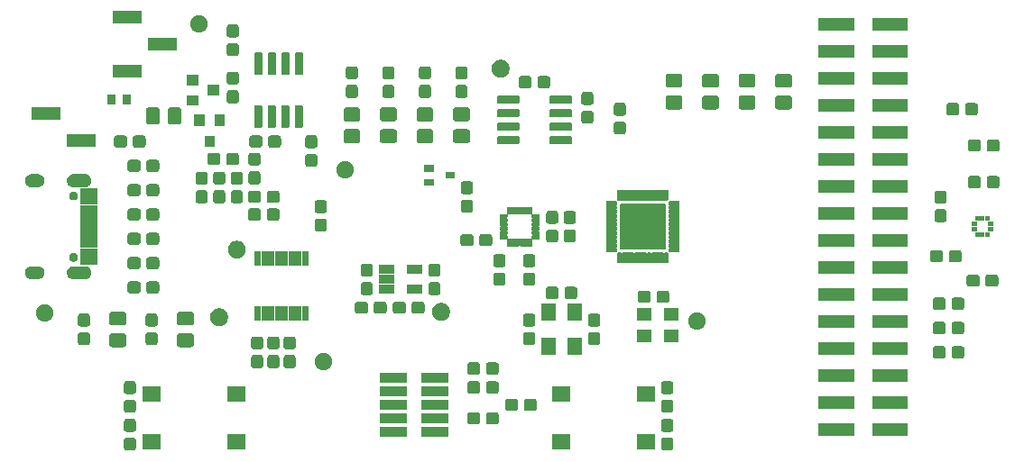
<source format=gbr>
G04 #@! TF.GenerationSoftware,KiCad,Pcbnew,5.1.5*
G04 #@! TF.CreationDate,2020-03-06T22:13:42+01:00*
G04 #@! TF.ProjectId,himudev,68696d75-6465-4762-9e6b-696361645f70,rev?*
G04 #@! TF.SameCoordinates,Original*
G04 #@! TF.FileFunction,Soldermask,Top*
G04 #@! TF.FilePolarity,Negative*
%FSLAX46Y46*%
G04 Gerber Fmt 4.6, Leading zero omitted, Abs format (unit mm)*
G04 Created by KiCad (PCBNEW 5.1.5) date 2020-03-06 22:13:42*
%MOMM*%
%LPD*%
G04 APERTURE LIST*
%ADD10C,0.100000*%
G04 APERTURE END LIST*
D10*
G36*
X110453000Y-96680000D02*
G01*
X111653000Y-96680000D01*
X111830356Y-96715218D01*
X111988149Y-96803518D01*
X112110932Y-96936257D01*
X112208000Y-97280000D01*
X112186688Y-97459559D01*
X112110932Y-97623743D01*
X111988149Y-97756482D01*
X111830356Y-97844782D01*
X111653000Y-97880000D01*
X110453000Y-97880000D01*
X110277434Y-97843482D01*
X110121745Y-97754498D01*
X110001174Y-97621759D01*
X109908000Y-97280000D01*
X109927522Y-97101742D01*
X110001174Y-96938241D01*
X110121745Y-96805502D01*
X110453000Y-96680000D01*
G37*
G36*
X110453000Y-105320000D02*
G01*
X111653000Y-105320000D01*
X111830356Y-105355218D01*
X111988149Y-105443518D01*
X112110932Y-105576257D01*
X112208000Y-105920000D01*
X112186688Y-106099559D01*
X112110932Y-106263743D01*
X111988149Y-106396482D01*
X111830356Y-106484782D01*
X111653000Y-106520000D01*
X110453000Y-106520000D01*
X110277434Y-106483482D01*
X110121745Y-106394498D01*
X110001174Y-106261759D01*
X109908000Y-105920000D01*
X109927522Y-105741742D01*
X110001174Y-105578241D01*
X110121745Y-105445502D01*
X110453000Y-105320000D01*
G37*
G36*
X106573000Y-105320000D02*
G01*
X107173000Y-105320000D01*
X107359305Y-105348716D01*
X107527618Y-105433598D01*
X107661463Y-105566337D01*
X107747739Y-105733940D01*
X107778000Y-105920000D01*
X107747739Y-106106060D01*
X107661463Y-106273663D01*
X107527618Y-106406402D01*
X107173000Y-106520000D01*
X106573000Y-106520000D01*
X106388485Y-106489984D01*
X106222276Y-106404418D01*
X106090643Y-106271679D01*
X105978000Y-105920000D01*
X106006471Y-105735240D01*
X106090643Y-105568321D01*
X106222276Y-105435582D01*
X106573000Y-105320000D01*
G37*
G36*
X106573000Y-96680000D02*
G01*
X107173000Y-96680000D01*
X107359305Y-96708716D01*
X107527618Y-96793598D01*
X107661463Y-96926337D01*
X107747739Y-97093940D01*
X107778000Y-97280000D01*
X107747739Y-97466060D01*
X107661463Y-97633663D01*
X107527618Y-97766402D01*
X107173000Y-97880000D01*
X106573000Y-97880000D01*
X106388485Y-97849984D01*
X106222276Y-97764418D01*
X106090643Y-97631679D01*
X105978000Y-97280000D01*
X106006471Y-97095240D01*
X106090643Y-96928321D01*
X106222276Y-96795582D01*
X106573000Y-96680000D01*
G37*
G36*
X166590157Y-121424395D02*
G01*
X166640639Y-121439708D01*
X166687168Y-121464578D01*
X166727951Y-121498049D01*
X166761422Y-121538832D01*
X166786292Y-121585361D01*
X166801605Y-121635843D01*
X166806900Y-121689601D01*
X166806900Y-122376399D01*
X166801605Y-122430157D01*
X166786292Y-122480639D01*
X166761422Y-122527168D01*
X166727951Y-122567951D01*
X166687168Y-122601422D01*
X166640639Y-122626292D01*
X166590157Y-122641605D01*
X166536399Y-122646900D01*
X165949601Y-122646900D01*
X165895843Y-122641605D01*
X165845361Y-122626292D01*
X165798832Y-122601422D01*
X165758049Y-122567951D01*
X165724578Y-122527168D01*
X165699708Y-122480639D01*
X165684395Y-122430157D01*
X165679100Y-122376399D01*
X165679100Y-121689601D01*
X165684395Y-121635843D01*
X165699708Y-121585361D01*
X165724578Y-121538832D01*
X165758049Y-121498049D01*
X165798832Y-121464578D01*
X165845361Y-121439708D01*
X165895843Y-121424395D01*
X165949601Y-121419100D01*
X166536399Y-121419100D01*
X166590157Y-121424395D01*
G37*
G36*
X116171157Y-121424395D02*
G01*
X116221639Y-121439708D01*
X116268168Y-121464578D01*
X116308951Y-121498049D01*
X116342422Y-121538832D01*
X116367292Y-121585361D01*
X116382605Y-121635843D01*
X116387900Y-121689601D01*
X116387900Y-122376399D01*
X116382605Y-122430157D01*
X116367292Y-122480639D01*
X116342422Y-122527168D01*
X116308951Y-122567951D01*
X116268168Y-122601422D01*
X116221639Y-122626292D01*
X116171157Y-122641605D01*
X116117399Y-122646900D01*
X115530601Y-122646900D01*
X115476843Y-122641605D01*
X115426361Y-122626292D01*
X115379832Y-122601422D01*
X115339049Y-122567951D01*
X115305578Y-122527168D01*
X115280708Y-122480639D01*
X115265395Y-122430157D01*
X115260100Y-122376399D01*
X115260100Y-121689601D01*
X115265395Y-121635843D01*
X115280708Y-121585361D01*
X115305578Y-121538832D01*
X115339049Y-121498049D01*
X115379832Y-121464578D01*
X115426361Y-121439708D01*
X115476843Y-121424395D01*
X115530601Y-121419100D01*
X116117399Y-121419100D01*
X116171157Y-121424395D01*
G37*
G36*
X126672900Y-122570900D02*
G01*
X124945100Y-122570900D01*
X124945100Y-121093100D01*
X126672900Y-121093100D01*
X126672900Y-122570900D01*
G37*
G36*
X118722900Y-122570900D02*
G01*
X116995100Y-122570900D01*
X116995100Y-121093100D01*
X118722900Y-121093100D01*
X118722900Y-122570900D01*
G37*
G36*
X165104900Y-122570900D02*
G01*
X163377100Y-122570900D01*
X163377100Y-121093100D01*
X165104900Y-121093100D01*
X165104900Y-122570900D01*
G37*
G36*
X157154900Y-122570900D02*
G01*
X155427100Y-122570900D01*
X155427100Y-121093100D01*
X157154900Y-121093100D01*
X157154900Y-122570900D01*
G37*
G36*
X145732900Y-121372900D02*
G01*
X143155100Y-121372900D01*
X143155100Y-120435100D01*
X145732900Y-120435100D01*
X145732900Y-121372900D01*
G37*
G36*
X141832900Y-121372900D02*
G01*
X139255100Y-121372900D01*
X139255100Y-120435100D01*
X141832900Y-120435100D01*
X141832900Y-121372900D01*
G37*
G36*
X188846900Y-121238900D02*
G01*
X185519100Y-121238900D01*
X185519100Y-120061100D01*
X188846900Y-120061100D01*
X188846900Y-121238900D01*
G37*
G36*
X183796900Y-121238900D02*
G01*
X180469100Y-121238900D01*
X180469100Y-120061100D01*
X183796900Y-120061100D01*
X183796900Y-121238900D01*
G37*
G36*
X166590157Y-119674395D02*
G01*
X166640639Y-119689708D01*
X166687168Y-119714578D01*
X166727951Y-119748049D01*
X166761422Y-119788832D01*
X166786292Y-119835361D01*
X166801605Y-119885843D01*
X166806900Y-119939601D01*
X166806900Y-120626399D01*
X166801605Y-120680157D01*
X166786292Y-120730639D01*
X166761422Y-120777168D01*
X166727951Y-120817951D01*
X166687168Y-120851422D01*
X166640639Y-120876292D01*
X166590157Y-120891605D01*
X166536399Y-120896900D01*
X165949601Y-120896900D01*
X165895843Y-120891605D01*
X165845361Y-120876292D01*
X165798832Y-120851422D01*
X165758049Y-120817951D01*
X165724578Y-120777168D01*
X165699708Y-120730639D01*
X165684395Y-120680157D01*
X165679100Y-120626399D01*
X165679100Y-119939601D01*
X165684395Y-119885843D01*
X165699708Y-119835361D01*
X165724578Y-119788832D01*
X165758049Y-119748049D01*
X165798832Y-119714578D01*
X165845361Y-119689708D01*
X165895843Y-119674395D01*
X165949601Y-119669100D01*
X166536399Y-119669100D01*
X166590157Y-119674395D01*
G37*
G36*
X116171157Y-119674395D02*
G01*
X116221639Y-119689708D01*
X116268168Y-119714578D01*
X116308951Y-119748049D01*
X116342422Y-119788832D01*
X116367292Y-119835361D01*
X116382605Y-119885843D01*
X116387900Y-119939601D01*
X116387900Y-120626399D01*
X116382605Y-120680157D01*
X116367292Y-120730639D01*
X116342422Y-120777168D01*
X116308951Y-120817951D01*
X116268168Y-120851422D01*
X116221639Y-120876292D01*
X116171157Y-120891605D01*
X116117399Y-120896900D01*
X115530601Y-120896900D01*
X115476843Y-120891605D01*
X115426361Y-120876292D01*
X115379832Y-120851422D01*
X115339049Y-120817951D01*
X115305578Y-120777168D01*
X115280708Y-120730639D01*
X115265395Y-120680157D01*
X115260100Y-120626399D01*
X115260100Y-119939601D01*
X115265395Y-119885843D01*
X115280708Y-119835361D01*
X115305578Y-119788832D01*
X115339049Y-119748049D01*
X115379832Y-119714578D01*
X115426361Y-119689708D01*
X115476843Y-119674395D01*
X115530601Y-119669100D01*
X116117399Y-119669100D01*
X116171157Y-119674395D01*
G37*
G36*
X148493157Y-119075395D02*
G01*
X148543639Y-119090708D01*
X148590168Y-119115578D01*
X148630951Y-119149049D01*
X148664422Y-119189832D01*
X148689292Y-119236361D01*
X148704605Y-119286843D01*
X148709900Y-119340601D01*
X148709900Y-119927399D01*
X148704605Y-119981157D01*
X148689292Y-120031639D01*
X148664422Y-120078168D01*
X148630951Y-120118951D01*
X148590168Y-120152422D01*
X148543639Y-120177292D01*
X148493157Y-120192605D01*
X148439399Y-120197900D01*
X147752601Y-120197900D01*
X147698843Y-120192605D01*
X147648361Y-120177292D01*
X147601832Y-120152422D01*
X147561049Y-120118951D01*
X147527578Y-120078168D01*
X147502708Y-120031639D01*
X147487395Y-119981157D01*
X147482100Y-119927399D01*
X147482100Y-119340601D01*
X147487395Y-119286843D01*
X147502708Y-119236361D01*
X147527578Y-119189832D01*
X147561049Y-119149049D01*
X147601832Y-119115578D01*
X147648361Y-119090708D01*
X147698843Y-119075395D01*
X147752601Y-119070100D01*
X148439399Y-119070100D01*
X148493157Y-119075395D01*
G37*
G36*
X150243157Y-119075395D02*
G01*
X150293639Y-119090708D01*
X150340168Y-119115578D01*
X150380951Y-119149049D01*
X150414422Y-119189832D01*
X150439292Y-119236361D01*
X150454605Y-119286843D01*
X150459900Y-119340601D01*
X150459900Y-119927399D01*
X150454605Y-119981157D01*
X150439292Y-120031639D01*
X150414422Y-120078168D01*
X150380951Y-120118951D01*
X150340168Y-120152422D01*
X150293639Y-120177292D01*
X150243157Y-120192605D01*
X150189399Y-120197900D01*
X149502601Y-120197900D01*
X149448843Y-120192605D01*
X149398361Y-120177292D01*
X149351832Y-120152422D01*
X149311049Y-120118951D01*
X149277578Y-120078168D01*
X149252708Y-120031639D01*
X149237395Y-119981157D01*
X149232100Y-119927399D01*
X149232100Y-119340601D01*
X149237395Y-119286843D01*
X149252708Y-119236361D01*
X149277578Y-119189832D01*
X149311049Y-119149049D01*
X149351832Y-119115578D01*
X149398361Y-119090708D01*
X149448843Y-119075395D01*
X149502601Y-119070100D01*
X150189399Y-119070100D01*
X150243157Y-119075395D01*
G37*
G36*
X141832900Y-120102900D02*
G01*
X139255100Y-120102900D01*
X139255100Y-119165100D01*
X141832900Y-119165100D01*
X141832900Y-120102900D01*
G37*
G36*
X145732900Y-120102900D02*
G01*
X143155100Y-120102900D01*
X143155100Y-119165100D01*
X145732900Y-119165100D01*
X145732900Y-120102900D01*
G37*
G36*
X116171157Y-117868395D02*
G01*
X116221639Y-117883708D01*
X116268168Y-117908578D01*
X116308951Y-117942049D01*
X116342422Y-117982832D01*
X116367292Y-118029361D01*
X116382605Y-118079843D01*
X116387900Y-118133601D01*
X116387900Y-118820399D01*
X116382605Y-118874157D01*
X116367292Y-118924639D01*
X116342422Y-118971168D01*
X116308951Y-119011951D01*
X116268168Y-119045422D01*
X116221639Y-119070292D01*
X116171157Y-119085605D01*
X116117399Y-119090900D01*
X115530601Y-119090900D01*
X115476843Y-119085605D01*
X115426361Y-119070292D01*
X115379832Y-119045422D01*
X115339049Y-119011951D01*
X115305578Y-118971168D01*
X115280708Y-118924639D01*
X115265395Y-118874157D01*
X115260100Y-118820399D01*
X115260100Y-118133601D01*
X115265395Y-118079843D01*
X115280708Y-118029361D01*
X115305578Y-117982832D01*
X115339049Y-117942049D01*
X115379832Y-117908578D01*
X115426361Y-117883708D01*
X115476843Y-117868395D01*
X115530601Y-117863100D01*
X116117399Y-117863100D01*
X116171157Y-117868395D01*
G37*
G36*
X166590157Y-117868395D02*
G01*
X166640639Y-117883708D01*
X166687168Y-117908578D01*
X166727951Y-117942049D01*
X166761422Y-117982832D01*
X166786292Y-118029361D01*
X166801605Y-118079843D01*
X166806900Y-118133601D01*
X166806900Y-118820399D01*
X166801605Y-118874157D01*
X166786292Y-118924639D01*
X166761422Y-118971168D01*
X166727951Y-119011951D01*
X166687168Y-119045422D01*
X166640639Y-119070292D01*
X166590157Y-119085605D01*
X166536399Y-119090900D01*
X165949601Y-119090900D01*
X165895843Y-119085605D01*
X165845361Y-119070292D01*
X165798832Y-119045422D01*
X165758049Y-119011951D01*
X165724578Y-118971168D01*
X165699708Y-118924639D01*
X165684395Y-118874157D01*
X165679100Y-118820399D01*
X165679100Y-118133601D01*
X165684395Y-118079843D01*
X165699708Y-118029361D01*
X165724578Y-117982832D01*
X165758049Y-117942049D01*
X165798832Y-117908578D01*
X165845361Y-117883708D01*
X165895843Y-117868395D01*
X165949601Y-117863100D01*
X166536399Y-117863100D01*
X166590157Y-117868395D01*
G37*
G36*
X152049157Y-117805395D02*
G01*
X152099639Y-117820708D01*
X152146168Y-117845578D01*
X152186951Y-117879049D01*
X152220422Y-117919832D01*
X152245292Y-117966361D01*
X152260605Y-118016843D01*
X152265900Y-118070601D01*
X152265900Y-118657399D01*
X152260605Y-118711157D01*
X152245292Y-118761639D01*
X152220422Y-118808168D01*
X152186951Y-118848951D01*
X152146168Y-118882422D01*
X152099639Y-118907292D01*
X152049157Y-118922605D01*
X151995399Y-118927900D01*
X151308601Y-118927900D01*
X151254843Y-118922605D01*
X151204361Y-118907292D01*
X151157832Y-118882422D01*
X151117049Y-118848951D01*
X151083578Y-118808168D01*
X151058708Y-118761639D01*
X151043395Y-118711157D01*
X151038100Y-118657399D01*
X151038100Y-118070601D01*
X151043395Y-118016843D01*
X151058708Y-117966361D01*
X151083578Y-117919832D01*
X151117049Y-117879049D01*
X151157832Y-117845578D01*
X151204361Y-117820708D01*
X151254843Y-117805395D01*
X151308601Y-117800100D01*
X151995399Y-117800100D01*
X152049157Y-117805395D01*
G37*
G36*
X153799157Y-117805395D02*
G01*
X153849639Y-117820708D01*
X153896168Y-117845578D01*
X153936951Y-117879049D01*
X153970422Y-117919832D01*
X153995292Y-117966361D01*
X154010605Y-118016843D01*
X154015900Y-118070601D01*
X154015900Y-118657399D01*
X154010605Y-118711157D01*
X153995292Y-118761639D01*
X153970422Y-118808168D01*
X153936951Y-118848951D01*
X153896168Y-118882422D01*
X153849639Y-118907292D01*
X153799157Y-118922605D01*
X153745399Y-118927900D01*
X153058601Y-118927900D01*
X153004843Y-118922605D01*
X152954361Y-118907292D01*
X152907832Y-118882422D01*
X152867049Y-118848951D01*
X152833578Y-118808168D01*
X152808708Y-118761639D01*
X152793395Y-118711157D01*
X152788100Y-118657399D01*
X152788100Y-118070601D01*
X152793395Y-118016843D01*
X152808708Y-117966361D01*
X152833578Y-117919832D01*
X152867049Y-117879049D01*
X152907832Y-117845578D01*
X152954361Y-117820708D01*
X153004843Y-117805395D01*
X153058601Y-117800100D01*
X153745399Y-117800100D01*
X153799157Y-117805395D01*
G37*
G36*
X141832900Y-118832900D02*
G01*
X139255100Y-118832900D01*
X139255100Y-117895100D01*
X141832900Y-117895100D01*
X141832900Y-118832900D01*
G37*
G36*
X145732900Y-118832900D02*
G01*
X143155100Y-118832900D01*
X143155100Y-117895100D01*
X145732900Y-117895100D01*
X145732900Y-118832900D01*
G37*
G36*
X188846900Y-118698900D02*
G01*
X185519100Y-118698900D01*
X185519100Y-117521100D01*
X188846900Y-117521100D01*
X188846900Y-118698900D01*
G37*
G36*
X183796900Y-118698900D02*
G01*
X180469100Y-118698900D01*
X180469100Y-117521100D01*
X183796900Y-117521100D01*
X183796900Y-118698900D01*
G37*
G36*
X126672900Y-118070900D02*
G01*
X124945100Y-118070900D01*
X124945100Y-116593100D01*
X126672900Y-116593100D01*
X126672900Y-118070900D01*
G37*
G36*
X157154900Y-118070900D02*
G01*
X155427100Y-118070900D01*
X155427100Y-116593100D01*
X157154900Y-116593100D01*
X157154900Y-118070900D01*
G37*
G36*
X165104900Y-118070900D02*
G01*
X163377100Y-118070900D01*
X163377100Y-116593100D01*
X165104900Y-116593100D01*
X165104900Y-118070900D01*
G37*
G36*
X118722900Y-118070900D02*
G01*
X116995100Y-118070900D01*
X116995100Y-116593100D01*
X118722900Y-116593100D01*
X118722900Y-118070900D01*
G37*
G36*
X145732900Y-117562900D02*
G01*
X143155100Y-117562900D01*
X143155100Y-116625100D01*
X145732900Y-116625100D01*
X145732900Y-117562900D01*
G37*
G36*
X141832900Y-117562900D02*
G01*
X139255100Y-117562900D01*
X139255100Y-116625100D01*
X141832900Y-116625100D01*
X141832900Y-117562900D01*
G37*
G36*
X166590157Y-116118395D02*
G01*
X166640639Y-116133708D01*
X166687168Y-116158578D01*
X166727951Y-116192049D01*
X166761422Y-116232832D01*
X166786292Y-116279361D01*
X166801605Y-116329843D01*
X166806900Y-116383601D01*
X166806900Y-117070399D01*
X166801605Y-117124157D01*
X166786292Y-117174639D01*
X166761422Y-117221168D01*
X166727951Y-117261951D01*
X166687168Y-117295422D01*
X166640639Y-117320292D01*
X166590157Y-117335605D01*
X166536399Y-117340900D01*
X165949601Y-117340900D01*
X165895843Y-117335605D01*
X165845361Y-117320292D01*
X165798832Y-117295422D01*
X165758049Y-117261951D01*
X165724578Y-117221168D01*
X165699708Y-117174639D01*
X165684395Y-117124157D01*
X165679100Y-117070399D01*
X165679100Y-116383601D01*
X165684395Y-116329843D01*
X165699708Y-116279361D01*
X165724578Y-116232832D01*
X165758049Y-116192049D01*
X165798832Y-116158578D01*
X165845361Y-116133708D01*
X165895843Y-116118395D01*
X165949601Y-116113100D01*
X166536399Y-116113100D01*
X166590157Y-116118395D01*
G37*
G36*
X116171157Y-116118395D02*
G01*
X116221639Y-116133708D01*
X116268168Y-116158578D01*
X116308951Y-116192049D01*
X116342422Y-116232832D01*
X116367292Y-116279361D01*
X116382605Y-116329843D01*
X116387900Y-116383601D01*
X116387900Y-117070399D01*
X116382605Y-117124157D01*
X116367292Y-117174639D01*
X116342422Y-117221168D01*
X116308951Y-117261951D01*
X116268168Y-117295422D01*
X116221639Y-117320292D01*
X116171157Y-117335605D01*
X116117399Y-117340900D01*
X115530601Y-117340900D01*
X115476843Y-117335605D01*
X115426361Y-117320292D01*
X115379832Y-117295422D01*
X115339049Y-117261951D01*
X115305578Y-117221168D01*
X115280708Y-117174639D01*
X115265395Y-117124157D01*
X115260100Y-117070399D01*
X115260100Y-116383601D01*
X115265395Y-116329843D01*
X115280708Y-116279361D01*
X115305578Y-116232832D01*
X115339049Y-116192049D01*
X115379832Y-116158578D01*
X115426361Y-116133708D01*
X115476843Y-116118395D01*
X115530601Y-116113100D01*
X116117399Y-116113100D01*
X116171157Y-116118395D01*
G37*
G36*
X148493157Y-116154395D02*
G01*
X148543639Y-116169708D01*
X148590168Y-116194578D01*
X148630951Y-116228049D01*
X148664422Y-116268832D01*
X148689292Y-116315361D01*
X148704605Y-116365843D01*
X148709900Y-116419601D01*
X148709900Y-117006399D01*
X148704605Y-117060157D01*
X148689292Y-117110639D01*
X148664422Y-117157168D01*
X148630951Y-117197951D01*
X148590168Y-117231422D01*
X148543639Y-117256292D01*
X148493157Y-117271605D01*
X148439399Y-117276900D01*
X147752601Y-117276900D01*
X147698843Y-117271605D01*
X147648361Y-117256292D01*
X147601832Y-117231422D01*
X147561049Y-117197951D01*
X147527578Y-117157168D01*
X147502708Y-117110639D01*
X147487395Y-117060157D01*
X147482100Y-117006399D01*
X147482100Y-116419601D01*
X147487395Y-116365843D01*
X147502708Y-116315361D01*
X147527578Y-116268832D01*
X147561049Y-116228049D01*
X147601832Y-116194578D01*
X147648361Y-116169708D01*
X147698843Y-116154395D01*
X147752601Y-116149100D01*
X148439399Y-116149100D01*
X148493157Y-116154395D01*
G37*
G36*
X150243157Y-116154395D02*
G01*
X150293639Y-116169708D01*
X150340168Y-116194578D01*
X150380951Y-116228049D01*
X150414422Y-116268832D01*
X150439292Y-116315361D01*
X150454605Y-116365843D01*
X150459900Y-116419601D01*
X150459900Y-117006399D01*
X150454605Y-117060157D01*
X150439292Y-117110639D01*
X150414422Y-117157168D01*
X150380951Y-117197951D01*
X150340168Y-117231422D01*
X150293639Y-117256292D01*
X150243157Y-117271605D01*
X150189399Y-117276900D01*
X149502601Y-117276900D01*
X149448843Y-117271605D01*
X149398361Y-117256292D01*
X149351832Y-117231422D01*
X149311049Y-117197951D01*
X149277578Y-117157168D01*
X149252708Y-117110639D01*
X149237395Y-117060157D01*
X149232100Y-117006399D01*
X149232100Y-116419601D01*
X149237395Y-116365843D01*
X149252708Y-116315361D01*
X149277578Y-116268832D01*
X149311049Y-116228049D01*
X149351832Y-116194578D01*
X149398361Y-116169708D01*
X149448843Y-116154395D01*
X149502601Y-116149100D01*
X150189399Y-116149100D01*
X150243157Y-116154395D01*
G37*
G36*
X145732900Y-116292900D02*
G01*
X143155100Y-116292900D01*
X143155100Y-115355100D01*
X145732900Y-115355100D01*
X145732900Y-116292900D01*
G37*
G36*
X141832900Y-116292900D02*
G01*
X139255100Y-116292900D01*
X139255100Y-115355100D01*
X141832900Y-115355100D01*
X141832900Y-116292900D01*
G37*
G36*
X183796900Y-116158900D02*
G01*
X180469100Y-116158900D01*
X180469100Y-114981100D01*
X183796900Y-114981100D01*
X183796900Y-116158900D01*
G37*
G36*
X188846900Y-116158900D02*
G01*
X185519100Y-116158900D01*
X185519100Y-114981100D01*
X188846900Y-114981100D01*
X188846900Y-116158900D01*
G37*
G36*
X148493157Y-114376395D02*
G01*
X148543639Y-114391708D01*
X148590168Y-114416578D01*
X148630951Y-114450049D01*
X148664422Y-114490832D01*
X148689292Y-114537361D01*
X148704605Y-114587843D01*
X148709900Y-114641601D01*
X148709900Y-115228399D01*
X148704605Y-115282157D01*
X148689292Y-115332639D01*
X148664422Y-115379168D01*
X148630951Y-115419951D01*
X148590168Y-115453422D01*
X148543639Y-115478292D01*
X148493157Y-115493605D01*
X148439399Y-115498900D01*
X147752601Y-115498900D01*
X147698843Y-115493605D01*
X147648361Y-115478292D01*
X147601832Y-115453422D01*
X147561049Y-115419951D01*
X147527578Y-115379168D01*
X147502708Y-115332639D01*
X147487395Y-115282157D01*
X147482100Y-115228399D01*
X147482100Y-114641601D01*
X147487395Y-114587843D01*
X147502708Y-114537361D01*
X147527578Y-114490832D01*
X147561049Y-114450049D01*
X147601832Y-114416578D01*
X147648361Y-114391708D01*
X147698843Y-114376395D01*
X147752601Y-114371100D01*
X148439399Y-114371100D01*
X148493157Y-114376395D01*
G37*
G36*
X150243157Y-114376395D02*
G01*
X150293639Y-114391708D01*
X150340168Y-114416578D01*
X150380951Y-114450049D01*
X150414422Y-114490832D01*
X150439292Y-114537361D01*
X150454605Y-114587843D01*
X150459900Y-114641601D01*
X150459900Y-115228399D01*
X150454605Y-115282157D01*
X150439292Y-115332639D01*
X150414422Y-115379168D01*
X150380951Y-115419951D01*
X150340168Y-115453422D01*
X150293639Y-115478292D01*
X150243157Y-115493605D01*
X150189399Y-115498900D01*
X149502601Y-115498900D01*
X149448843Y-115493605D01*
X149398361Y-115478292D01*
X149351832Y-115453422D01*
X149311049Y-115419951D01*
X149277578Y-115379168D01*
X149252708Y-115332639D01*
X149237395Y-115282157D01*
X149232100Y-115228399D01*
X149232100Y-114641601D01*
X149237395Y-114587843D01*
X149252708Y-114537361D01*
X149277578Y-114490832D01*
X149311049Y-114450049D01*
X149351832Y-114416578D01*
X149398361Y-114391708D01*
X149448843Y-114376395D01*
X149502601Y-114371100D01*
X150189399Y-114371100D01*
X150243157Y-114376395D01*
G37*
G36*
X134229698Y-113493339D02*
G01*
X134382368Y-113556577D01*
X134519768Y-113648384D01*
X134636616Y-113765232D01*
X134728423Y-113902632D01*
X134791661Y-114055302D01*
X134823900Y-114217376D01*
X134823900Y-114382624D01*
X134791661Y-114544698D01*
X134728423Y-114697368D01*
X134636616Y-114834768D01*
X134519768Y-114951616D01*
X134382368Y-115043423D01*
X134229698Y-115106661D01*
X134067624Y-115138900D01*
X133902376Y-115138900D01*
X133740302Y-115106661D01*
X133587632Y-115043423D01*
X133450232Y-114951616D01*
X133333384Y-114834768D01*
X133241577Y-114697368D01*
X133178339Y-114544698D01*
X133146100Y-114382624D01*
X133146100Y-114217376D01*
X133178339Y-114055302D01*
X133241577Y-113902632D01*
X133333384Y-113765232D01*
X133450232Y-113648384D01*
X133587632Y-113556577D01*
X133740302Y-113493339D01*
X133902376Y-113461100D01*
X134067624Y-113461100D01*
X134229698Y-113493339D01*
G37*
G36*
X131157157Y-113677395D02*
G01*
X131207639Y-113692708D01*
X131254168Y-113717578D01*
X131294951Y-113751049D01*
X131328422Y-113791832D01*
X131353292Y-113838361D01*
X131368605Y-113888843D01*
X131373900Y-113942601D01*
X131373900Y-114629399D01*
X131368605Y-114683157D01*
X131353292Y-114733639D01*
X131328422Y-114780168D01*
X131294951Y-114820951D01*
X131254168Y-114854422D01*
X131207639Y-114879292D01*
X131157157Y-114894605D01*
X131103399Y-114899900D01*
X130516601Y-114899900D01*
X130462843Y-114894605D01*
X130412361Y-114879292D01*
X130365832Y-114854422D01*
X130325049Y-114820951D01*
X130291578Y-114780168D01*
X130266708Y-114733639D01*
X130251395Y-114683157D01*
X130246100Y-114629399D01*
X130246100Y-113942601D01*
X130251395Y-113888843D01*
X130266708Y-113838361D01*
X130291578Y-113791832D01*
X130325049Y-113751049D01*
X130365832Y-113717578D01*
X130412361Y-113692708D01*
X130462843Y-113677395D01*
X130516601Y-113672100D01*
X131103399Y-113672100D01*
X131157157Y-113677395D01*
G37*
G36*
X129633157Y-113677395D02*
G01*
X129683639Y-113692708D01*
X129730168Y-113717578D01*
X129770951Y-113751049D01*
X129804422Y-113791832D01*
X129829292Y-113838361D01*
X129844605Y-113888843D01*
X129849900Y-113942601D01*
X129849900Y-114629399D01*
X129844605Y-114683157D01*
X129829292Y-114733639D01*
X129804422Y-114780168D01*
X129770951Y-114820951D01*
X129730168Y-114854422D01*
X129683639Y-114879292D01*
X129633157Y-114894605D01*
X129579399Y-114899900D01*
X128992601Y-114899900D01*
X128938843Y-114894605D01*
X128888361Y-114879292D01*
X128841832Y-114854422D01*
X128801049Y-114820951D01*
X128767578Y-114780168D01*
X128742708Y-114733639D01*
X128727395Y-114683157D01*
X128722100Y-114629399D01*
X128722100Y-113942601D01*
X128727395Y-113888843D01*
X128742708Y-113838361D01*
X128767578Y-113791832D01*
X128801049Y-113751049D01*
X128841832Y-113717578D01*
X128888361Y-113692708D01*
X128938843Y-113677395D01*
X128992601Y-113672100D01*
X129579399Y-113672100D01*
X129633157Y-113677395D01*
G37*
G36*
X128109157Y-113677395D02*
G01*
X128159639Y-113692708D01*
X128206168Y-113717578D01*
X128246951Y-113751049D01*
X128280422Y-113791832D01*
X128305292Y-113838361D01*
X128320605Y-113888843D01*
X128325900Y-113942601D01*
X128325900Y-114629399D01*
X128320605Y-114683157D01*
X128305292Y-114733639D01*
X128280422Y-114780168D01*
X128246951Y-114820951D01*
X128206168Y-114854422D01*
X128159639Y-114879292D01*
X128109157Y-114894605D01*
X128055399Y-114899900D01*
X127468601Y-114899900D01*
X127414843Y-114894605D01*
X127364361Y-114879292D01*
X127317832Y-114854422D01*
X127277049Y-114820951D01*
X127243578Y-114780168D01*
X127218708Y-114733639D01*
X127203395Y-114683157D01*
X127198100Y-114629399D01*
X127198100Y-113942601D01*
X127203395Y-113888843D01*
X127218708Y-113838361D01*
X127243578Y-113791832D01*
X127277049Y-113751049D01*
X127317832Y-113717578D01*
X127364361Y-113692708D01*
X127414843Y-113677395D01*
X127468601Y-113672100D01*
X128055399Y-113672100D01*
X128109157Y-113677395D01*
G37*
G36*
X193931157Y-112852395D02*
G01*
X193981639Y-112867708D01*
X194028168Y-112892578D01*
X194068951Y-112926049D01*
X194102422Y-112966832D01*
X194127292Y-113013361D01*
X194142605Y-113063843D01*
X194147900Y-113117601D01*
X194147900Y-113704399D01*
X194142605Y-113758157D01*
X194127292Y-113808639D01*
X194102422Y-113855168D01*
X194068951Y-113895951D01*
X194028168Y-113929422D01*
X193981639Y-113954292D01*
X193931157Y-113969605D01*
X193877399Y-113974900D01*
X193190601Y-113974900D01*
X193136843Y-113969605D01*
X193086361Y-113954292D01*
X193039832Y-113929422D01*
X192999049Y-113895951D01*
X192965578Y-113855168D01*
X192940708Y-113808639D01*
X192925395Y-113758157D01*
X192920100Y-113704399D01*
X192920100Y-113117601D01*
X192925395Y-113063843D01*
X192940708Y-113013361D01*
X192965578Y-112966832D01*
X192999049Y-112926049D01*
X193039832Y-112892578D01*
X193086361Y-112867708D01*
X193136843Y-112852395D01*
X193190601Y-112847100D01*
X193877399Y-112847100D01*
X193931157Y-112852395D01*
G37*
G36*
X192181157Y-112852395D02*
G01*
X192231639Y-112867708D01*
X192278168Y-112892578D01*
X192318951Y-112926049D01*
X192352422Y-112966832D01*
X192377292Y-113013361D01*
X192392605Y-113063843D01*
X192397900Y-113117601D01*
X192397900Y-113704399D01*
X192392605Y-113758157D01*
X192377292Y-113808639D01*
X192352422Y-113855168D01*
X192318951Y-113895951D01*
X192278168Y-113929422D01*
X192231639Y-113954292D01*
X192181157Y-113969605D01*
X192127399Y-113974900D01*
X191440601Y-113974900D01*
X191386843Y-113969605D01*
X191336361Y-113954292D01*
X191289832Y-113929422D01*
X191249049Y-113895951D01*
X191215578Y-113855168D01*
X191190708Y-113808639D01*
X191175395Y-113758157D01*
X191170100Y-113704399D01*
X191170100Y-113117601D01*
X191175395Y-113063843D01*
X191190708Y-113013361D01*
X191215578Y-112966832D01*
X191249049Y-112926049D01*
X191289832Y-112892578D01*
X191336361Y-112867708D01*
X191386843Y-112852395D01*
X191440601Y-112847100D01*
X192127399Y-112847100D01*
X192181157Y-112852395D01*
G37*
G36*
X158250900Y-113640900D02*
G01*
X156923100Y-113640900D01*
X156923100Y-112063100D01*
X158250900Y-112063100D01*
X158250900Y-113640900D01*
G37*
G36*
X155750900Y-113640900D02*
G01*
X154423100Y-113640900D01*
X154423100Y-112063100D01*
X155750900Y-112063100D01*
X155750900Y-113640900D01*
G37*
G36*
X188846900Y-113618900D02*
G01*
X185519100Y-113618900D01*
X185519100Y-112441100D01*
X188846900Y-112441100D01*
X188846900Y-113618900D01*
G37*
G36*
X183796900Y-113618900D02*
G01*
X180469100Y-113618900D01*
X180469100Y-112441100D01*
X183796900Y-112441100D01*
X183796900Y-113618900D01*
G37*
G36*
X131157157Y-111927395D02*
G01*
X131207639Y-111942708D01*
X131254168Y-111967578D01*
X131294951Y-112001049D01*
X131328422Y-112041832D01*
X131353292Y-112088361D01*
X131368605Y-112138843D01*
X131373900Y-112192601D01*
X131373900Y-112879399D01*
X131368605Y-112933157D01*
X131353292Y-112983639D01*
X131328422Y-113030168D01*
X131294951Y-113070951D01*
X131254168Y-113104422D01*
X131207639Y-113129292D01*
X131157157Y-113144605D01*
X131103399Y-113149900D01*
X130516601Y-113149900D01*
X130462843Y-113144605D01*
X130412361Y-113129292D01*
X130365832Y-113104422D01*
X130325049Y-113070951D01*
X130291578Y-113030168D01*
X130266708Y-112983639D01*
X130251395Y-112933157D01*
X130246100Y-112879399D01*
X130246100Y-112192601D01*
X130251395Y-112138843D01*
X130266708Y-112088361D01*
X130291578Y-112041832D01*
X130325049Y-112001049D01*
X130365832Y-111967578D01*
X130412361Y-111942708D01*
X130462843Y-111927395D01*
X130516601Y-111922100D01*
X131103399Y-111922100D01*
X131157157Y-111927395D01*
G37*
G36*
X128109157Y-111927395D02*
G01*
X128159639Y-111942708D01*
X128206168Y-111967578D01*
X128246951Y-112001049D01*
X128280422Y-112041832D01*
X128305292Y-112088361D01*
X128320605Y-112138843D01*
X128325900Y-112192601D01*
X128325900Y-112879399D01*
X128320605Y-112933157D01*
X128305292Y-112983639D01*
X128280422Y-113030168D01*
X128246951Y-113070951D01*
X128206168Y-113104422D01*
X128159639Y-113129292D01*
X128109157Y-113144605D01*
X128055399Y-113149900D01*
X127468601Y-113149900D01*
X127414843Y-113144605D01*
X127364361Y-113129292D01*
X127317832Y-113104422D01*
X127277049Y-113070951D01*
X127243578Y-113030168D01*
X127218708Y-112983639D01*
X127203395Y-112933157D01*
X127198100Y-112879399D01*
X127198100Y-112192601D01*
X127203395Y-112138843D01*
X127218708Y-112088361D01*
X127243578Y-112041832D01*
X127277049Y-112001049D01*
X127317832Y-111967578D01*
X127364361Y-111942708D01*
X127414843Y-111927395D01*
X127468601Y-111922100D01*
X128055399Y-111922100D01*
X128109157Y-111927395D01*
G37*
G36*
X129633157Y-111927395D02*
G01*
X129683639Y-111942708D01*
X129730168Y-111967578D01*
X129770951Y-112001049D01*
X129804422Y-112041832D01*
X129829292Y-112088361D01*
X129844605Y-112138843D01*
X129849900Y-112192601D01*
X129849900Y-112879399D01*
X129844605Y-112933157D01*
X129829292Y-112983639D01*
X129804422Y-113030168D01*
X129770951Y-113070951D01*
X129730168Y-113104422D01*
X129683639Y-113129292D01*
X129633157Y-113144605D01*
X129579399Y-113149900D01*
X128992601Y-113149900D01*
X128938843Y-113144605D01*
X128888361Y-113129292D01*
X128841832Y-113104422D01*
X128801049Y-113070951D01*
X128767578Y-113030168D01*
X128742708Y-112983639D01*
X128727395Y-112933157D01*
X128722100Y-112879399D01*
X128722100Y-112192601D01*
X128727395Y-112138843D01*
X128742708Y-112088361D01*
X128767578Y-112041832D01*
X128801049Y-112001049D01*
X128841832Y-111967578D01*
X128888361Y-111942708D01*
X128938843Y-111927395D01*
X128992601Y-111922100D01*
X129579399Y-111922100D01*
X129633157Y-111927395D01*
G37*
G36*
X115249096Y-111618492D02*
G01*
X115300525Y-111634092D01*
X115347926Y-111659429D01*
X115389474Y-111693526D01*
X115423571Y-111735074D01*
X115448908Y-111782475D01*
X115464508Y-111833904D01*
X115469900Y-111888646D01*
X115469900Y-112665354D01*
X115464508Y-112720096D01*
X115448908Y-112771525D01*
X115423571Y-112818926D01*
X115389474Y-112860474D01*
X115347926Y-112894571D01*
X115300525Y-112919908D01*
X115249096Y-112935508D01*
X115194354Y-112940900D01*
X114167646Y-112940900D01*
X114112904Y-112935508D01*
X114061475Y-112919908D01*
X114014074Y-112894571D01*
X113972526Y-112860474D01*
X113938429Y-112818926D01*
X113913092Y-112771525D01*
X113897492Y-112720096D01*
X113892100Y-112665354D01*
X113892100Y-111888646D01*
X113897492Y-111833904D01*
X113913092Y-111782475D01*
X113938429Y-111735074D01*
X113972526Y-111693526D01*
X114014074Y-111659429D01*
X114061475Y-111634092D01*
X114112904Y-111618492D01*
X114167646Y-111613100D01*
X115194354Y-111613100D01*
X115249096Y-111618492D01*
G37*
G36*
X121599096Y-111618492D02*
G01*
X121650525Y-111634092D01*
X121697926Y-111659429D01*
X121739474Y-111693526D01*
X121773571Y-111735074D01*
X121798908Y-111782475D01*
X121814508Y-111833904D01*
X121819900Y-111888646D01*
X121819900Y-112665354D01*
X121814508Y-112720096D01*
X121798908Y-112771525D01*
X121773571Y-112818926D01*
X121739474Y-112860474D01*
X121697926Y-112894571D01*
X121650525Y-112919908D01*
X121599096Y-112935508D01*
X121544354Y-112940900D01*
X120517646Y-112940900D01*
X120462904Y-112935508D01*
X120411475Y-112919908D01*
X120364074Y-112894571D01*
X120322526Y-112860474D01*
X120288429Y-112818926D01*
X120263092Y-112771525D01*
X120247492Y-112720096D01*
X120242100Y-112665354D01*
X120242100Y-111888646D01*
X120247492Y-111833904D01*
X120263092Y-111782475D01*
X120288429Y-111735074D01*
X120322526Y-111693526D01*
X120364074Y-111659429D01*
X120411475Y-111634092D01*
X120462904Y-111618492D01*
X120517646Y-111613100D01*
X121544354Y-111613100D01*
X121599096Y-111618492D01*
G37*
G36*
X118203157Y-111518395D02*
G01*
X118253639Y-111533708D01*
X118300168Y-111558578D01*
X118340951Y-111592049D01*
X118374422Y-111632832D01*
X118399292Y-111679361D01*
X118414605Y-111729843D01*
X118419900Y-111783601D01*
X118419900Y-112470399D01*
X118414605Y-112524157D01*
X118399292Y-112574639D01*
X118374422Y-112621168D01*
X118340951Y-112661951D01*
X118300168Y-112695422D01*
X118253639Y-112720292D01*
X118203157Y-112735605D01*
X118149399Y-112740900D01*
X117562601Y-112740900D01*
X117508843Y-112735605D01*
X117458361Y-112720292D01*
X117411832Y-112695422D01*
X117371049Y-112661951D01*
X117337578Y-112621168D01*
X117312708Y-112574639D01*
X117297395Y-112524157D01*
X117292100Y-112470399D01*
X117292100Y-111783601D01*
X117297395Y-111729843D01*
X117312708Y-111679361D01*
X117337578Y-111632832D01*
X117371049Y-111592049D01*
X117411832Y-111558578D01*
X117458361Y-111533708D01*
X117508843Y-111518395D01*
X117562601Y-111513100D01*
X118149399Y-111513100D01*
X118203157Y-111518395D01*
G37*
G36*
X111853157Y-111518395D02*
G01*
X111903639Y-111533708D01*
X111950168Y-111558578D01*
X111990951Y-111592049D01*
X112024422Y-111632832D01*
X112049292Y-111679361D01*
X112064605Y-111729843D01*
X112069900Y-111783601D01*
X112069900Y-112470399D01*
X112064605Y-112524157D01*
X112049292Y-112574639D01*
X112024422Y-112621168D01*
X111990951Y-112661951D01*
X111950168Y-112695422D01*
X111903639Y-112720292D01*
X111853157Y-112735605D01*
X111799399Y-112740900D01*
X111212601Y-112740900D01*
X111158843Y-112735605D01*
X111108361Y-112720292D01*
X111061832Y-112695422D01*
X111021049Y-112661951D01*
X110987578Y-112621168D01*
X110962708Y-112574639D01*
X110947395Y-112524157D01*
X110942100Y-112470399D01*
X110942100Y-111783601D01*
X110947395Y-111729843D01*
X110962708Y-111679361D01*
X110987578Y-111632832D01*
X111021049Y-111592049D01*
X111061832Y-111558578D01*
X111108361Y-111533708D01*
X111158843Y-111518395D01*
X111212601Y-111513100D01*
X111799399Y-111513100D01*
X111853157Y-111518395D01*
G37*
G36*
X153636157Y-111518395D02*
G01*
X153686639Y-111533708D01*
X153733168Y-111558578D01*
X153773951Y-111592049D01*
X153807422Y-111632832D01*
X153832292Y-111679361D01*
X153847605Y-111729843D01*
X153852900Y-111783601D01*
X153852900Y-112470399D01*
X153847605Y-112524157D01*
X153832292Y-112574639D01*
X153807422Y-112621168D01*
X153773951Y-112661951D01*
X153733168Y-112695422D01*
X153686639Y-112720292D01*
X153636157Y-112735605D01*
X153582399Y-112740900D01*
X152995601Y-112740900D01*
X152941843Y-112735605D01*
X152891361Y-112720292D01*
X152844832Y-112695422D01*
X152804049Y-112661951D01*
X152770578Y-112621168D01*
X152745708Y-112574639D01*
X152730395Y-112524157D01*
X152725100Y-112470399D01*
X152725100Y-111783601D01*
X152730395Y-111729843D01*
X152745708Y-111679361D01*
X152770578Y-111632832D01*
X152804049Y-111592049D01*
X152844832Y-111558578D01*
X152891361Y-111533708D01*
X152941843Y-111518395D01*
X152995601Y-111513100D01*
X153582399Y-111513100D01*
X153636157Y-111518395D01*
G37*
G36*
X159732157Y-111518395D02*
G01*
X159782639Y-111533708D01*
X159829168Y-111558578D01*
X159869951Y-111592049D01*
X159903422Y-111632832D01*
X159928292Y-111679361D01*
X159943605Y-111729843D01*
X159948900Y-111783601D01*
X159948900Y-112470399D01*
X159943605Y-112524157D01*
X159928292Y-112574639D01*
X159903422Y-112621168D01*
X159869951Y-112661951D01*
X159829168Y-112695422D01*
X159782639Y-112720292D01*
X159732157Y-112735605D01*
X159678399Y-112740900D01*
X159091601Y-112740900D01*
X159037843Y-112735605D01*
X158987361Y-112720292D01*
X158940832Y-112695422D01*
X158900049Y-112661951D01*
X158866578Y-112621168D01*
X158841708Y-112574639D01*
X158826395Y-112524157D01*
X158821100Y-112470399D01*
X158821100Y-111783601D01*
X158826395Y-111729843D01*
X158841708Y-111679361D01*
X158866578Y-111632832D01*
X158900049Y-111592049D01*
X158940832Y-111558578D01*
X158987361Y-111533708D01*
X159037843Y-111518395D01*
X159091601Y-111513100D01*
X159678399Y-111513100D01*
X159732157Y-111518395D01*
G37*
G36*
X167292900Y-112459900D02*
G01*
X165915100Y-112459900D01*
X165915100Y-111282100D01*
X167292900Y-111282100D01*
X167292900Y-112459900D01*
G37*
G36*
X164792900Y-112459900D02*
G01*
X163415100Y-112459900D01*
X163415100Y-111282100D01*
X164792900Y-111282100D01*
X164792900Y-112459900D01*
G37*
G36*
X193931157Y-110566395D02*
G01*
X193981639Y-110581708D01*
X194028168Y-110606578D01*
X194068951Y-110640049D01*
X194102422Y-110680832D01*
X194127292Y-110727361D01*
X194142605Y-110777843D01*
X194147900Y-110831601D01*
X194147900Y-111418399D01*
X194142605Y-111472157D01*
X194127292Y-111522639D01*
X194102422Y-111569168D01*
X194068951Y-111609951D01*
X194028168Y-111643422D01*
X193981639Y-111668292D01*
X193931157Y-111683605D01*
X193877399Y-111688900D01*
X193190601Y-111688900D01*
X193136843Y-111683605D01*
X193086361Y-111668292D01*
X193039832Y-111643422D01*
X192999049Y-111609951D01*
X192965578Y-111569168D01*
X192940708Y-111522639D01*
X192925395Y-111472157D01*
X192920100Y-111418399D01*
X192920100Y-110831601D01*
X192925395Y-110777843D01*
X192940708Y-110727361D01*
X192965578Y-110680832D01*
X192999049Y-110640049D01*
X193039832Y-110606578D01*
X193086361Y-110581708D01*
X193136843Y-110566395D01*
X193190601Y-110561100D01*
X193877399Y-110561100D01*
X193931157Y-110566395D01*
G37*
G36*
X192181157Y-110566395D02*
G01*
X192231639Y-110581708D01*
X192278168Y-110606578D01*
X192318951Y-110640049D01*
X192352422Y-110680832D01*
X192377292Y-110727361D01*
X192392605Y-110777843D01*
X192397900Y-110831601D01*
X192397900Y-111418399D01*
X192392605Y-111472157D01*
X192377292Y-111522639D01*
X192352422Y-111569168D01*
X192318951Y-111609951D01*
X192278168Y-111643422D01*
X192231639Y-111668292D01*
X192181157Y-111683605D01*
X192127399Y-111688900D01*
X191440601Y-111688900D01*
X191386843Y-111683605D01*
X191336361Y-111668292D01*
X191289832Y-111643422D01*
X191249049Y-111609951D01*
X191215578Y-111569168D01*
X191190708Y-111522639D01*
X191175395Y-111472157D01*
X191170100Y-111418399D01*
X191170100Y-110831601D01*
X191175395Y-110777843D01*
X191190708Y-110727361D01*
X191215578Y-110680832D01*
X191249049Y-110640049D01*
X191289832Y-110606578D01*
X191336361Y-110581708D01*
X191386843Y-110566395D01*
X191440601Y-110561100D01*
X192127399Y-110561100D01*
X192181157Y-110566395D01*
G37*
G36*
X169281698Y-109683339D02*
G01*
X169434368Y-109746577D01*
X169571768Y-109838384D01*
X169688616Y-109955232D01*
X169780423Y-110092632D01*
X169843661Y-110245302D01*
X169875900Y-110407376D01*
X169875900Y-110572624D01*
X169843661Y-110734698D01*
X169780423Y-110887368D01*
X169688616Y-111024768D01*
X169571768Y-111141616D01*
X169434368Y-111233423D01*
X169281698Y-111296661D01*
X169119624Y-111328900D01*
X168954376Y-111328900D01*
X168792302Y-111296661D01*
X168639632Y-111233423D01*
X168502232Y-111141616D01*
X168385384Y-111024768D01*
X168293577Y-110887368D01*
X168230339Y-110734698D01*
X168198100Y-110572624D01*
X168198100Y-110407376D01*
X168230339Y-110245302D01*
X168293577Y-110092632D01*
X168385384Y-109955232D01*
X168502232Y-109838384D01*
X168639632Y-109746577D01*
X168792302Y-109683339D01*
X168954376Y-109651100D01*
X169119624Y-109651100D01*
X169281698Y-109683339D01*
G37*
G36*
X183796900Y-111078900D02*
G01*
X180469100Y-111078900D01*
X180469100Y-109901100D01*
X183796900Y-109901100D01*
X183796900Y-111078900D01*
G37*
G36*
X188846900Y-111078900D02*
G01*
X185519100Y-111078900D01*
X185519100Y-109901100D01*
X188846900Y-109901100D01*
X188846900Y-111078900D01*
G37*
G36*
X118203157Y-109768395D02*
G01*
X118253639Y-109783708D01*
X118300168Y-109808578D01*
X118340951Y-109842049D01*
X118374422Y-109882832D01*
X118399292Y-109929361D01*
X118414605Y-109979843D01*
X118419900Y-110033601D01*
X118419900Y-110720399D01*
X118414605Y-110774157D01*
X118399292Y-110824639D01*
X118374422Y-110871168D01*
X118340951Y-110911951D01*
X118300168Y-110945422D01*
X118253639Y-110970292D01*
X118203157Y-110985605D01*
X118149399Y-110990900D01*
X117562601Y-110990900D01*
X117508843Y-110985605D01*
X117458361Y-110970292D01*
X117411832Y-110945422D01*
X117371049Y-110911951D01*
X117337578Y-110871168D01*
X117312708Y-110824639D01*
X117297395Y-110774157D01*
X117292100Y-110720399D01*
X117292100Y-110033601D01*
X117297395Y-109979843D01*
X117312708Y-109929361D01*
X117337578Y-109882832D01*
X117371049Y-109842049D01*
X117411832Y-109808578D01*
X117458361Y-109783708D01*
X117508843Y-109768395D01*
X117562601Y-109763100D01*
X118149399Y-109763100D01*
X118203157Y-109768395D01*
G37*
G36*
X159732157Y-109768395D02*
G01*
X159782639Y-109783708D01*
X159829168Y-109808578D01*
X159869951Y-109842049D01*
X159903422Y-109882832D01*
X159928292Y-109929361D01*
X159943605Y-109979843D01*
X159948900Y-110033601D01*
X159948900Y-110720399D01*
X159943605Y-110774157D01*
X159928292Y-110824639D01*
X159903422Y-110871168D01*
X159869951Y-110911951D01*
X159829168Y-110945422D01*
X159782639Y-110970292D01*
X159732157Y-110985605D01*
X159678399Y-110990900D01*
X159091601Y-110990900D01*
X159037843Y-110985605D01*
X158987361Y-110970292D01*
X158940832Y-110945422D01*
X158900049Y-110911951D01*
X158866578Y-110871168D01*
X158841708Y-110824639D01*
X158826395Y-110774157D01*
X158821100Y-110720399D01*
X158821100Y-110033601D01*
X158826395Y-109979843D01*
X158841708Y-109929361D01*
X158866578Y-109882832D01*
X158900049Y-109842049D01*
X158940832Y-109808578D01*
X158987361Y-109783708D01*
X159037843Y-109768395D01*
X159091601Y-109763100D01*
X159678399Y-109763100D01*
X159732157Y-109768395D01*
G37*
G36*
X111853157Y-109768395D02*
G01*
X111903639Y-109783708D01*
X111950168Y-109808578D01*
X111990951Y-109842049D01*
X112024422Y-109882832D01*
X112049292Y-109929361D01*
X112064605Y-109979843D01*
X112069900Y-110033601D01*
X112069900Y-110720399D01*
X112064605Y-110774157D01*
X112049292Y-110824639D01*
X112024422Y-110871168D01*
X111990951Y-110911951D01*
X111950168Y-110945422D01*
X111903639Y-110970292D01*
X111853157Y-110985605D01*
X111799399Y-110990900D01*
X111212601Y-110990900D01*
X111158843Y-110985605D01*
X111108361Y-110970292D01*
X111061832Y-110945422D01*
X111021049Y-110911951D01*
X110987578Y-110871168D01*
X110962708Y-110824639D01*
X110947395Y-110774157D01*
X110942100Y-110720399D01*
X110942100Y-110033601D01*
X110947395Y-109979843D01*
X110962708Y-109929361D01*
X110987578Y-109882832D01*
X111021049Y-109842049D01*
X111061832Y-109808578D01*
X111108361Y-109783708D01*
X111158843Y-109768395D01*
X111212601Y-109763100D01*
X111799399Y-109763100D01*
X111853157Y-109768395D01*
G37*
G36*
X153636157Y-109768395D02*
G01*
X153686639Y-109783708D01*
X153733168Y-109808578D01*
X153773951Y-109842049D01*
X153807422Y-109882832D01*
X153832292Y-109929361D01*
X153847605Y-109979843D01*
X153852900Y-110033601D01*
X153852900Y-110720399D01*
X153847605Y-110774157D01*
X153832292Y-110824639D01*
X153807422Y-110871168D01*
X153773951Y-110911951D01*
X153733168Y-110945422D01*
X153686639Y-110970292D01*
X153636157Y-110985605D01*
X153582399Y-110990900D01*
X152995601Y-110990900D01*
X152941843Y-110985605D01*
X152891361Y-110970292D01*
X152844832Y-110945422D01*
X152804049Y-110911951D01*
X152770578Y-110871168D01*
X152745708Y-110824639D01*
X152730395Y-110774157D01*
X152725100Y-110720399D01*
X152725100Y-110033601D01*
X152730395Y-109979843D01*
X152745708Y-109929361D01*
X152770578Y-109882832D01*
X152804049Y-109842049D01*
X152844832Y-109808578D01*
X152891361Y-109783708D01*
X152941843Y-109768395D01*
X152995601Y-109763100D01*
X153582399Y-109763100D01*
X153636157Y-109768395D01*
G37*
G36*
X124450698Y-109302339D02*
G01*
X124603368Y-109365577D01*
X124740768Y-109457384D01*
X124857616Y-109574232D01*
X124949423Y-109711632D01*
X125012661Y-109864302D01*
X125044900Y-110026376D01*
X125044900Y-110191624D01*
X125012661Y-110353698D01*
X124949423Y-110506368D01*
X124857616Y-110643768D01*
X124740768Y-110760616D01*
X124603368Y-110852423D01*
X124450698Y-110915661D01*
X124288624Y-110947900D01*
X124123376Y-110947900D01*
X123961302Y-110915661D01*
X123808632Y-110852423D01*
X123671232Y-110760616D01*
X123554384Y-110643768D01*
X123462577Y-110506368D01*
X123399339Y-110353698D01*
X123367100Y-110191624D01*
X123367100Y-110026376D01*
X123399339Y-109864302D01*
X123462577Y-109711632D01*
X123554384Y-109574232D01*
X123671232Y-109457384D01*
X123808632Y-109365577D01*
X123961302Y-109302339D01*
X124123376Y-109270100D01*
X124288624Y-109270100D01*
X124450698Y-109302339D01*
G37*
G36*
X115249096Y-109568492D02*
G01*
X115300525Y-109584092D01*
X115347926Y-109609429D01*
X115389474Y-109643526D01*
X115423571Y-109685074D01*
X115448908Y-109732475D01*
X115464507Y-109783900D01*
X115469900Y-109838646D01*
X115469900Y-110615354D01*
X115464508Y-110670096D01*
X115448908Y-110721525D01*
X115423571Y-110768926D01*
X115389474Y-110810474D01*
X115347926Y-110844571D01*
X115300525Y-110869908D01*
X115249096Y-110885508D01*
X115194354Y-110890900D01*
X114167646Y-110890900D01*
X114112904Y-110885508D01*
X114061475Y-110869908D01*
X114014074Y-110844571D01*
X113972526Y-110810474D01*
X113938429Y-110768926D01*
X113913092Y-110721525D01*
X113897492Y-110670096D01*
X113892100Y-110615354D01*
X113892100Y-109838646D01*
X113897493Y-109783900D01*
X113913092Y-109732475D01*
X113938429Y-109685074D01*
X113972526Y-109643526D01*
X114014074Y-109609429D01*
X114061475Y-109584092D01*
X114112904Y-109568492D01*
X114167646Y-109563100D01*
X115194354Y-109563100D01*
X115249096Y-109568492D01*
G37*
G36*
X121599096Y-109568492D02*
G01*
X121650525Y-109584092D01*
X121697926Y-109609429D01*
X121739474Y-109643526D01*
X121773571Y-109685074D01*
X121798908Y-109732475D01*
X121814507Y-109783900D01*
X121819900Y-109838646D01*
X121819900Y-110615354D01*
X121814508Y-110670096D01*
X121798908Y-110721525D01*
X121773571Y-110768926D01*
X121739474Y-110810474D01*
X121697926Y-110844571D01*
X121650525Y-110869908D01*
X121599096Y-110885508D01*
X121544354Y-110890900D01*
X120517646Y-110890900D01*
X120462904Y-110885508D01*
X120411475Y-110869908D01*
X120364074Y-110844571D01*
X120322526Y-110810474D01*
X120288429Y-110768926D01*
X120263092Y-110721525D01*
X120247492Y-110670096D01*
X120242100Y-110615354D01*
X120242100Y-109838646D01*
X120247493Y-109783900D01*
X120263092Y-109732475D01*
X120288429Y-109685074D01*
X120322526Y-109643526D01*
X120364074Y-109609429D01*
X120411475Y-109584092D01*
X120462904Y-109568492D01*
X120517646Y-109563100D01*
X121544354Y-109563100D01*
X121599096Y-109568492D01*
G37*
G36*
X108067698Y-108921339D02*
G01*
X108220368Y-108984577D01*
X108357768Y-109076384D01*
X108474616Y-109193232D01*
X108566423Y-109330632D01*
X108629661Y-109483302D01*
X108661900Y-109645376D01*
X108661900Y-109810624D01*
X108629661Y-109972698D01*
X108566423Y-110125368D01*
X108474616Y-110262768D01*
X108357768Y-110379616D01*
X108220368Y-110471423D01*
X108067698Y-110534661D01*
X107905624Y-110566900D01*
X107740376Y-110566900D01*
X107578302Y-110534661D01*
X107425632Y-110471423D01*
X107288232Y-110379616D01*
X107171384Y-110262768D01*
X107079577Y-110125368D01*
X107016339Y-109972698D01*
X106984100Y-109810624D01*
X106984100Y-109645376D01*
X107016339Y-109483302D01*
X107079577Y-109330632D01*
X107171384Y-109193232D01*
X107288232Y-109076384D01*
X107425632Y-108984577D01*
X107578302Y-108921339D01*
X107740376Y-108889100D01*
X107905624Y-108889100D01*
X108067698Y-108921339D01*
G37*
G36*
X132559400Y-110476900D02*
G01*
X131981600Y-110476900D01*
X131981600Y-109099100D01*
X132559400Y-109099100D01*
X132559400Y-110476900D01*
G37*
G36*
X130019400Y-110476900D02*
G01*
X129441600Y-110476900D01*
X129441600Y-109099100D01*
X130019400Y-109099100D01*
X130019400Y-110476900D01*
G37*
G36*
X131289400Y-110476900D02*
G01*
X130711600Y-110476900D01*
X130711600Y-109099100D01*
X131289400Y-109099100D01*
X131289400Y-110476900D01*
G37*
G36*
X131924400Y-110476900D02*
G01*
X131346600Y-110476900D01*
X131346600Y-109099100D01*
X131924400Y-109099100D01*
X131924400Y-110476900D01*
G37*
G36*
X130654400Y-110476900D02*
G01*
X130076600Y-110476900D01*
X130076600Y-109099100D01*
X130654400Y-109099100D01*
X130654400Y-110476900D01*
G37*
G36*
X129384400Y-110476900D02*
G01*
X128806600Y-110476900D01*
X128806600Y-109099100D01*
X129384400Y-109099100D01*
X129384400Y-110476900D01*
G37*
G36*
X128749400Y-110476900D02*
G01*
X128171600Y-110476900D01*
X128171600Y-109099100D01*
X128749400Y-109099100D01*
X128749400Y-110476900D01*
G37*
G36*
X128114400Y-110476900D02*
G01*
X127536600Y-110476900D01*
X127536600Y-109099100D01*
X128114400Y-109099100D01*
X128114400Y-110476900D01*
G37*
G36*
X164792900Y-110459900D02*
G01*
X163415100Y-110459900D01*
X163415100Y-109282100D01*
X164792900Y-109282100D01*
X164792900Y-110459900D01*
G37*
G36*
X167292900Y-110459900D02*
G01*
X165915100Y-110459900D01*
X165915100Y-109282100D01*
X167292900Y-109282100D01*
X167292900Y-110459900D01*
G37*
G36*
X155750900Y-110440900D02*
G01*
X154423100Y-110440900D01*
X154423100Y-108863100D01*
X155750900Y-108863100D01*
X155750900Y-110440900D01*
G37*
G36*
X158250900Y-110440900D02*
G01*
X156923100Y-110440900D01*
X156923100Y-108863100D01*
X158250900Y-108863100D01*
X158250900Y-110440900D01*
G37*
G36*
X145278698Y-108794339D02*
G01*
X145431368Y-108857577D01*
X145568768Y-108949384D01*
X145685616Y-109066232D01*
X145777423Y-109203632D01*
X145840661Y-109356302D01*
X145872900Y-109518376D01*
X145872900Y-109683624D01*
X145840661Y-109845698D01*
X145777423Y-109998368D01*
X145685616Y-110135768D01*
X145568768Y-110252616D01*
X145431368Y-110344423D01*
X145278698Y-110407661D01*
X145116624Y-110439900D01*
X144951376Y-110439900D01*
X144789302Y-110407661D01*
X144636632Y-110344423D01*
X144499232Y-110252616D01*
X144382384Y-110135768D01*
X144290577Y-109998368D01*
X144227339Y-109845698D01*
X144195100Y-109683624D01*
X144195100Y-109518376D01*
X144227339Y-109356302D01*
X144290577Y-109203632D01*
X144382384Y-109066232D01*
X144499232Y-108949384D01*
X144636632Y-108857577D01*
X144789302Y-108794339D01*
X144951376Y-108762100D01*
X145116624Y-108762100D01*
X145278698Y-108794339D01*
G37*
G36*
X141508157Y-108661395D02*
G01*
X141558639Y-108676708D01*
X141605168Y-108701578D01*
X141645951Y-108735049D01*
X141679422Y-108775832D01*
X141704292Y-108822361D01*
X141719605Y-108872843D01*
X141724900Y-108926601D01*
X141724900Y-109513399D01*
X141719605Y-109567157D01*
X141704292Y-109617639D01*
X141679422Y-109664168D01*
X141645951Y-109704951D01*
X141605168Y-109738422D01*
X141558639Y-109763292D01*
X141508157Y-109778605D01*
X141454399Y-109783900D01*
X140767601Y-109783900D01*
X140713843Y-109778605D01*
X140663361Y-109763292D01*
X140616832Y-109738422D01*
X140576049Y-109704951D01*
X140542578Y-109664168D01*
X140517708Y-109617639D01*
X140502395Y-109567157D01*
X140497100Y-109513399D01*
X140497100Y-108926601D01*
X140502395Y-108872843D01*
X140517708Y-108822361D01*
X140542578Y-108775832D01*
X140576049Y-108735049D01*
X140616832Y-108701578D01*
X140663361Y-108676708D01*
X140713843Y-108661395D01*
X140767601Y-108656100D01*
X141454399Y-108656100D01*
X141508157Y-108661395D01*
G37*
G36*
X143258157Y-108661395D02*
G01*
X143308639Y-108676708D01*
X143355168Y-108701578D01*
X143395951Y-108735049D01*
X143429422Y-108775832D01*
X143454292Y-108822361D01*
X143469605Y-108872843D01*
X143474900Y-108926601D01*
X143474900Y-109513399D01*
X143469605Y-109567157D01*
X143454292Y-109617639D01*
X143429422Y-109664168D01*
X143395951Y-109704951D01*
X143355168Y-109738422D01*
X143308639Y-109763292D01*
X143258157Y-109778605D01*
X143204399Y-109783900D01*
X142517601Y-109783900D01*
X142463843Y-109778605D01*
X142413361Y-109763292D01*
X142366832Y-109738422D01*
X142326049Y-109704951D01*
X142292578Y-109664168D01*
X142267708Y-109617639D01*
X142252395Y-109567157D01*
X142247100Y-109513399D01*
X142247100Y-108926601D01*
X142252395Y-108872843D01*
X142267708Y-108822361D01*
X142292578Y-108775832D01*
X142326049Y-108735049D01*
X142366832Y-108701578D01*
X142413361Y-108676708D01*
X142463843Y-108661395D01*
X142517601Y-108656100D01*
X143204399Y-108656100D01*
X143258157Y-108661395D01*
G37*
G36*
X139702157Y-108661395D02*
G01*
X139752639Y-108676708D01*
X139799168Y-108701578D01*
X139839951Y-108735049D01*
X139873422Y-108775832D01*
X139898292Y-108822361D01*
X139913605Y-108872843D01*
X139918900Y-108926601D01*
X139918900Y-109513399D01*
X139913605Y-109567157D01*
X139898292Y-109617639D01*
X139873422Y-109664168D01*
X139839951Y-109704951D01*
X139799168Y-109738422D01*
X139752639Y-109763292D01*
X139702157Y-109778605D01*
X139648399Y-109783900D01*
X138961601Y-109783900D01*
X138907843Y-109778605D01*
X138857361Y-109763292D01*
X138810832Y-109738422D01*
X138770049Y-109704951D01*
X138736578Y-109664168D01*
X138711708Y-109617639D01*
X138696395Y-109567157D01*
X138691100Y-109513399D01*
X138691100Y-108926601D01*
X138696395Y-108872843D01*
X138711708Y-108822361D01*
X138736578Y-108775832D01*
X138770049Y-108735049D01*
X138810832Y-108701578D01*
X138857361Y-108676708D01*
X138907843Y-108661395D01*
X138961601Y-108656100D01*
X139648399Y-108656100D01*
X139702157Y-108661395D01*
G37*
G36*
X137952157Y-108661395D02*
G01*
X138002639Y-108676708D01*
X138049168Y-108701578D01*
X138089951Y-108735049D01*
X138123422Y-108775832D01*
X138148292Y-108822361D01*
X138163605Y-108872843D01*
X138168900Y-108926601D01*
X138168900Y-109513399D01*
X138163605Y-109567157D01*
X138148292Y-109617639D01*
X138123422Y-109664168D01*
X138089951Y-109704951D01*
X138049168Y-109738422D01*
X138002639Y-109763292D01*
X137952157Y-109778605D01*
X137898399Y-109783900D01*
X137211601Y-109783900D01*
X137157843Y-109778605D01*
X137107361Y-109763292D01*
X137060832Y-109738422D01*
X137020049Y-109704951D01*
X136986578Y-109664168D01*
X136961708Y-109617639D01*
X136946395Y-109567157D01*
X136941100Y-109513399D01*
X136941100Y-108926601D01*
X136946395Y-108872843D01*
X136961708Y-108822361D01*
X136986578Y-108775832D01*
X137020049Y-108735049D01*
X137060832Y-108701578D01*
X137107361Y-108676708D01*
X137157843Y-108661395D01*
X137211601Y-108656100D01*
X137898399Y-108656100D01*
X137952157Y-108661395D01*
G37*
G36*
X193931157Y-108280395D02*
G01*
X193981639Y-108295708D01*
X194028168Y-108320578D01*
X194068951Y-108354049D01*
X194102422Y-108394832D01*
X194127292Y-108441361D01*
X194142605Y-108491843D01*
X194147900Y-108545601D01*
X194147900Y-109132399D01*
X194142605Y-109186157D01*
X194127292Y-109236639D01*
X194102422Y-109283168D01*
X194068951Y-109323951D01*
X194028168Y-109357422D01*
X193981639Y-109382292D01*
X193931157Y-109397605D01*
X193877399Y-109402900D01*
X193190601Y-109402900D01*
X193136843Y-109397605D01*
X193086361Y-109382292D01*
X193039832Y-109357422D01*
X192999049Y-109323951D01*
X192965578Y-109283168D01*
X192940708Y-109236639D01*
X192925395Y-109186157D01*
X192920100Y-109132399D01*
X192920100Y-108545601D01*
X192925395Y-108491843D01*
X192940708Y-108441361D01*
X192965578Y-108394832D01*
X192999049Y-108354049D01*
X193039832Y-108320578D01*
X193086361Y-108295708D01*
X193136843Y-108280395D01*
X193190601Y-108275100D01*
X193877399Y-108275100D01*
X193931157Y-108280395D01*
G37*
G36*
X192181157Y-108280395D02*
G01*
X192231639Y-108295708D01*
X192278168Y-108320578D01*
X192318951Y-108354049D01*
X192352422Y-108394832D01*
X192377292Y-108441361D01*
X192392605Y-108491843D01*
X192397900Y-108545601D01*
X192397900Y-109132399D01*
X192392605Y-109186157D01*
X192377292Y-109236639D01*
X192352422Y-109283168D01*
X192318951Y-109323951D01*
X192278168Y-109357422D01*
X192231639Y-109382292D01*
X192181157Y-109397605D01*
X192127399Y-109402900D01*
X191440601Y-109402900D01*
X191386843Y-109397605D01*
X191336361Y-109382292D01*
X191289832Y-109357422D01*
X191249049Y-109323951D01*
X191215578Y-109283168D01*
X191190708Y-109236639D01*
X191175395Y-109186157D01*
X191170100Y-109132399D01*
X191170100Y-108545601D01*
X191175395Y-108491843D01*
X191190708Y-108441361D01*
X191215578Y-108394832D01*
X191249049Y-108354049D01*
X191289832Y-108320578D01*
X191336361Y-108295708D01*
X191386843Y-108280395D01*
X191440601Y-108275100D01*
X192127399Y-108275100D01*
X192181157Y-108280395D01*
G37*
G36*
X166245157Y-107645395D02*
G01*
X166295639Y-107660708D01*
X166342168Y-107685578D01*
X166382951Y-107719049D01*
X166416422Y-107759832D01*
X166441292Y-107806361D01*
X166456605Y-107856843D01*
X166461900Y-107910601D01*
X166461900Y-108497399D01*
X166456605Y-108551157D01*
X166441292Y-108601639D01*
X166416422Y-108648168D01*
X166382951Y-108688951D01*
X166342168Y-108722422D01*
X166295639Y-108747292D01*
X166245157Y-108762605D01*
X166191399Y-108767900D01*
X165504601Y-108767900D01*
X165450843Y-108762605D01*
X165400361Y-108747292D01*
X165353832Y-108722422D01*
X165313049Y-108688951D01*
X165279578Y-108648168D01*
X165254708Y-108601639D01*
X165239395Y-108551157D01*
X165234100Y-108497399D01*
X165234100Y-107910601D01*
X165239395Y-107856843D01*
X165254708Y-107806361D01*
X165279578Y-107759832D01*
X165313049Y-107719049D01*
X165353832Y-107685578D01*
X165400361Y-107660708D01*
X165450843Y-107645395D01*
X165504601Y-107640100D01*
X166191399Y-107640100D01*
X166245157Y-107645395D01*
G37*
G36*
X164495157Y-107645395D02*
G01*
X164545639Y-107660708D01*
X164592168Y-107685578D01*
X164632951Y-107719049D01*
X164666422Y-107759832D01*
X164691292Y-107806361D01*
X164706605Y-107856843D01*
X164711900Y-107910601D01*
X164711900Y-108497399D01*
X164706605Y-108551157D01*
X164691292Y-108601639D01*
X164666422Y-108648168D01*
X164632951Y-108688951D01*
X164592168Y-108722422D01*
X164545639Y-108747292D01*
X164495157Y-108762605D01*
X164441399Y-108767900D01*
X163754601Y-108767900D01*
X163700843Y-108762605D01*
X163650361Y-108747292D01*
X163603832Y-108722422D01*
X163563049Y-108688951D01*
X163529578Y-108648168D01*
X163504708Y-108601639D01*
X163489395Y-108551157D01*
X163484100Y-108497399D01*
X163484100Y-107910601D01*
X163489395Y-107856843D01*
X163504708Y-107806361D01*
X163529578Y-107759832D01*
X163563049Y-107719049D01*
X163603832Y-107685578D01*
X163650361Y-107660708D01*
X163700843Y-107645395D01*
X163754601Y-107640100D01*
X164441399Y-107640100D01*
X164495157Y-107645395D01*
G37*
G36*
X183796900Y-108538900D02*
G01*
X180469100Y-108538900D01*
X180469100Y-107361100D01*
X183796900Y-107361100D01*
X183796900Y-108538900D01*
G37*
G36*
X188846900Y-108538900D02*
G01*
X185519100Y-108538900D01*
X185519100Y-107361100D01*
X188846900Y-107361100D01*
X188846900Y-108538900D01*
G37*
G36*
X157609157Y-107264395D02*
G01*
X157659639Y-107279708D01*
X157706168Y-107304578D01*
X157746951Y-107338049D01*
X157780422Y-107378832D01*
X157805292Y-107425361D01*
X157820605Y-107475843D01*
X157825900Y-107529601D01*
X157825900Y-108116399D01*
X157820605Y-108170157D01*
X157805292Y-108220639D01*
X157780422Y-108267168D01*
X157746951Y-108307951D01*
X157706168Y-108341422D01*
X157659639Y-108366292D01*
X157609157Y-108381605D01*
X157555399Y-108386900D01*
X156868601Y-108386900D01*
X156814843Y-108381605D01*
X156764361Y-108366292D01*
X156717832Y-108341422D01*
X156677049Y-108307951D01*
X156643578Y-108267168D01*
X156618708Y-108220639D01*
X156603395Y-108170157D01*
X156598100Y-108116399D01*
X156598100Y-107529601D01*
X156603395Y-107475843D01*
X156618708Y-107425361D01*
X156643578Y-107378832D01*
X156677049Y-107338049D01*
X156717832Y-107304578D01*
X156764361Y-107279708D01*
X156814843Y-107264395D01*
X156868601Y-107259100D01*
X157555399Y-107259100D01*
X157609157Y-107264395D01*
G37*
G36*
X155859157Y-107264395D02*
G01*
X155909639Y-107279708D01*
X155956168Y-107304578D01*
X155996951Y-107338049D01*
X156030422Y-107378832D01*
X156055292Y-107425361D01*
X156070605Y-107475843D01*
X156075900Y-107529601D01*
X156075900Y-108116399D01*
X156070605Y-108170157D01*
X156055292Y-108220639D01*
X156030422Y-108267168D01*
X155996951Y-108307951D01*
X155956168Y-108341422D01*
X155909639Y-108366292D01*
X155859157Y-108381605D01*
X155805399Y-108386900D01*
X155118601Y-108386900D01*
X155064843Y-108381605D01*
X155014361Y-108366292D01*
X154967832Y-108341422D01*
X154927049Y-108307951D01*
X154893578Y-108267168D01*
X154868708Y-108220639D01*
X154853395Y-108170157D01*
X154848100Y-108116399D01*
X154848100Y-107529601D01*
X154853395Y-107475843D01*
X154868708Y-107425361D01*
X154893578Y-107378832D01*
X154927049Y-107338049D01*
X154967832Y-107304578D01*
X155014361Y-107279708D01*
X155064843Y-107264395D01*
X155118601Y-107259100D01*
X155805399Y-107259100D01*
X155859157Y-107264395D01*
G37*
G36*
X138396157Y-106819395D02*
G01*
X138446639Y-106834708D01*
X138493168Y-106859578D01*
X138533951Y-106893049D01*
X138567422Y-106933832D01*
X138592292Y-106980361D01*
X138607605Y-107030843D01*
X138612900Y-107084601D01*
X138612900Y-107771399D01*
X138607605Y-107825157D01*
X138592292Y-107875639D01*
X138567422Y-107922168D01*
X138533951Y-107962951D01*
X138493168Y-107996422D01*
X138446639Y-108021292D01*
X138396157Y-108036605D01*
X138342399Y-108041900D01*
X137755601Y-108041900D01*
X137701843Y-108036605D01*
X137651361Y-108021292D01*
X137604832Y-107996422D01*
X137564049Y-107962951D01*
X137530578Y-107922168D01*
X137505708Y-107875639D01*
X137490395Y-107825157D01*
X137485100Y-107771399D01*
X137485100Y-107084601D01*
X137490395Y-107030843D01*
X137505708Y-106980361D01*
X137530578Y-106933832D01*
X137564049Y-106893049D01*
X137604832Y-106859578D01*
X137651361Y-106834708D01*
X137701843Y-106819395D01*
X137755601Y-106814100D01*
X138342399Y-106814100D01*
X138396157Y-106819395D01*
G37*
G36*
X144746157Y-106819395D02*
G01*
X144796639Y-106834708D01*
X144843168Y-106859578D01*
X144883951Y-106893049D01*
X144917422Y-106933832D01*
X144942292Y-106980361D01*
X144957605Y-107030843D01*
X144962900Y-107084601D01*
X144962900Y-107771399D01*
X144957605Y-107825157D01*
X144942292Y-107875639D01*
X144917422Y-107922168D01*
X144883951Y-107962951D01*
X144843168Y-107996422D01*
X144796639Y-108021292D01*
X144746157Y-108036605D01*
X144692399Y-108041900D01*
X144105601Y-108041900D01*
X144051843Y-108036605D01*
X144001361Y-108021292D01*
X143954832Y-107996422D01*
X143914049Y-107962951D01*
X143880578Y-107922168D01*
X143855708Y-107875639D01*
X143840395Y-107825157D01*
X143835100Y-107771399D01*
X143835100Y-107084601D01*
X143840395Y-107030843D01*
X143855708Y-106980361D01*
X143880578Y-106933832D01*
X143914049Y-106893049D01*
X143954832Y-106859578D01*
X144001361Y-106834708D01*
X144051843Y-106819395D01*
X144105601Y-106814100D01*
X144692399Y-106814100D01*
X144746157Y-106819395D01*
G37*
G36*
X140612900Y-107916900D02*
G01*
X139215100Y-107916900D01*
X139215100Y-107089100D01*
X140612900Y-107089100D01*
X140612900Y-107916900D01*
G37*
G36*
X143232900Y-107916900D02*
G01*
X141835100Y-107916900D01*
X141835100Y-107089100D01*
X143232900Y-107089100D01*
X143232900Y-107916900D01*
G37*
G36*
X118366157Y-106756395D02*
G01*
X118416639Y-106771708D01*
X118463168Y-106796578D01*
X118503951Y-106830049D01*
X118537422Y-106870832D01*
X118562292Y-106917361D01*
X118577605Y-106967843D01*
X118582900Y-107021601D01*
X118582900Y-107608399D01*
X118577605Y-107662157D01*
X118562292Y-107712639D01*
X118537422Y-107759168D01*
X118503951Y-107799951D01*
X118463168Y-107833422D01*
X118416639Y-107858292D01*
X118366157Y-107873605D01*
X118312399Y-107878900D01*
X117625601Y-107878900D01*
X117571843Y-107873605D01*
X117521361Y-107858292D01*
X117474832Y-107833422D01*
X117434049Y-107799951D01*
X117400578Y-107759168D01*
X117375708Y-107712639D01*
X117360395Y-107662157D01*
X117355100Y-107608399D01*
X117355100Y-107021601D01*
X117360395Y-106967843D01*
X117375708Y-106917361D01*
X117400578Y-106870832D01*
X117434049Y-106830049D01*
X117474832Y-106796578D01*
X117521361Y-106771708D01*
X117571843Y-106756395D01*
X117625601Y-106751100D01*
X118312399Y-106751100D01*
X118366157Y-106756395D01*
G37*
G36*
X116616157Y-106756395D02*
G01*
X116666639Y-106771708D01*
X116713168Y-106796578D01*
X116753951Y-106830049D01*
X116787422Y-106870832D01*
X116812292Y-106917361D01*
X116827605Y-106967843D01*
X116832900Y-107021601D01*
X116832900Y-107608399D01*
X116827605Y-107662157D01*
X116812292Y-107712639D01*
X116787422Y-107759168D01*
X116753951Y-107799951D01*
X116713168Y-107833422D01*
X116666639Y-107858292D01*
X116616157Y-107873605D01*
X116562399Y-107878900D01*
X115875601Y-107878900D01*
X115821843Y-107873605D01*
X115771361Y-107858292D01*
X115724832Y-107833422D01*
X115684049Y-107799951D01*
X115650578Y-107759168D01*
X115625708Y-107712639D01*
X115610395Y-107662157D01*
X115605100Y-107608399D01*
X115605100Y-107021601D01*
X115610395Y-106967843D01*
X115625708Y-106917361D01*
X115650578Y-106870832D01*
X115684049Y-106830049D01*
X115724832Y-106796578D01*
X115771361Y-106771708D01*
X115821843Y-106756395D01*
X115875601Y-106751100D01*
X116562399Y-106751100D01*
X116616157Y-106756395D01*
G37*
G36*
X197106157Y-106121395D02*
G01*
X197156639Y-106136708D01*
X197203168Y-106161578D01*
X197243951Y-106195049D01*
X197277422Y-106235832D01*
X197302292Y-106282361D01*
X197317605Y-106332843D01*
X197322900Y-106386601D01*
X197322900Y-106973399D01*
X197317605Y-107027157D01*
X197302292Y-107077639D01*
X197277422Y-107124168D01*
X197243951Y-107164951D01*
X197203168Y-107198422D01*
X197156639Y-107223292D01*
X197106157Y-107238605D01*
X197052399Y-107243900D01*
X196365601Y-107243900D01*
X196311843Y-107238605D01*
X196261361Y-107223292D01*
X196214832Y-107198422D01*
X196174049Y-107164951D01*
X196140578Y-107124168D01*
X196115708Y-107077639D01*
X196100395Y-107027157D01*
X196095100Y-106973399D01*
X196095100Y-106386601D01*
X196100395Y-106332843D01*
X196115708Y-106282361D01*
X196140578Y-106235832D01*
X196174049Y-106195049D01*
X196214832Y-106161578D01*
X196261361Y-106136708D01*
X196311843Y-106121395D01*
X196365601Y-106116100D01*
X197052399Y-106116100D01*
X197106157Y-106121395D01*
G37*
G36*
X195356157Y-106121395D02*
G01*
X195406639Y-106136708D01*
X195453168Y-106161578D01*
X195493951Y-106195049D01*
X195527422Y-106235832D01*
X195552292Y-106282361D01*
X195567605Y-106332843D01*
X195572900Y-106386601D01*
X195572900Y-106973399D01*
X195567605Y-107027157D01*
X195552292Y-107077639D01*
X195527422Y-107124168D01*
X195493951Y-107164951D01*
X195453168Y-107198422D01*
X195406639Y-107223292D01*
X195356157Y-107238605D01*
X195302399Y-107243900D01*
X194615601Y-107243900D01*
X194561843Y-107238605D01*
X194511361Y-107223292D01*
X194464832Y-107198422D01*
X194424049Y-107164951D01*
X194390578Y-107124168D01*
X194365708Y-107077639D01*
X194350395Y-107027157D01*
X194345100Y-106973399D01*
X194345100Y-106386601D01*
X194350395Y-106332843D01*
X194365708Y-106282361D01*
X194390578Y-106235832D01*
X194424049Y-106195049D01*
X194464832Y-106161578D01*
X194511361Y-106136708D01*
X194561843Y-106121395D01*
X194615601Y-106116100D01*
X195302399Y-106116100D01*
X195356157Y-106121395D01*
G37*
G36*
X153636157Y-105930395D02*
G01*
X153686639Y-105945708D01*
X153733168Y-105970578D01*
X153773951Y-106004049D01*
X153807422Y-106044832D01*
X153832292Y-106091361D01*
X153847605Y-106141843D01*
X153852900Y-106195601D01*
X153852900Y-106882399D01*
X153847605Y-106936157D01*
X153832292Y-106986639D01*
X153807422Y-107033168D01*
X153773951Y-107073951D01*
X153733168Y-107107422D01*
X153686639Y-107132292D01*
X153636157Y-107147605D01*
X153582399Y-107152900D01*
X152995601Y-107152900D01*
X152941843Y-107147605D01*
X152891361Y-107132292D01*
X152844832Y-107107422D01*
X152804049Y-107073951D01*
X152770578Y-107033168D01*
X152745708Y-106986639D01*
X152730395Y-106936157D01*
X152725100Y-106882399D01*
X152725100Y-106195601D01*
X152730395Y-106141843D01*
X152745708Y-106091361D01*
X152770578Y-106044832D01*
X152804049Y-106004049D01*
X152844832Y-105970578D01*
X152891361Y-105945708D01*
X152941843Y-105930395D01*
X152995601Y-105925100D01*
X153582399Y-105925100D01*
X153636157Y-105930395D01*
G37*
G36*
X150842157Y-105930395D02*
G01*
X150892639Y-105945708D01*
X150939168Y-105970578D01*
X150979951Y-106004049D01*
X151013422Y-106044832D01*
X151038292Y-106091361D01*
X151053605Y-106141843D01*
X151058900Y-106195601D01*
X151058900Y-106882399D01*
X151053605Y-106936157D01*
X151038292Y-106986639D01*
X151013422Y-107033168D01*
X150979951Y-107073951D01*
X150939168Y-107107422D01*
X150892639Y-107132292D01*
X150842157Y-107147605D01*
X150788399Y-107152900D01*
X150201601Y-107152900D01*
X150147843Y-107147605D01*
X150097361Y-107132292D01*
X150050832Y-107107422D01*
X150010049Y-107073951D01*
X149976578Y-107033168D01*
X149951708Y-106986639D01*
X149936395Y-106936157D01*
X149931100Y-106882399D01*
X149931100Y-106195601D01*
X149936395Y-106141843D01*
X149951708Y-106091361D01*
X149976578Y-106044832D01*
X150010049Y-106004049D01*
X150050832Y-105970578D01*
X150097361Y-105945708D01*
X150147843Y-105930395D01*
X150201601Y-105925100D01*
X150788399Y-105925100D01*
X150842157Y-105930395D01*
G37*
G36*
X140612900Y-106966900D02*
G01*
X139215100Y-106966900D01*
X139215100Y-106139100D01*
X140612900Y-106139100D01*
X140612900Y-106966900D01*
G37*
G36*
X111725366Y-105329959D02*
G01*
X111838222Y-105364193D01*
X111942231Y-105419787D01*
X112033395Y-105494604D01*
X112108212Y-105585768D01*
X112163806Y-105689777D01*
X112198040Y-105802633D01*
X112209600Y-105919999D01*
X112209600Y-105920001D01*
X112198040Y-106037367D01*
X112163806Y-106150223D01*
X112108212Y-106254232D01*
X112033395Y-106345396D01*
X111942231Y-106420213D01*
X111838222Y-106475807D01*
X111725366Y-106510041D01*
X111608000Y-106521601D01*
X110508000Y-106521601D01*
X110390634Y-106510041D01*
X110277778Y-106475807D01*
X110173769Y-106420213D01*
X110082605Y-106345396D01*
X110007788Y-106254232D01*
X109952194Y-106150223D01*
X109917960Y-106037367D01*
X109906400Y-105920001D01*
X109906400Y-105919999D01*
X109917960Y-105802633D01*
X109952194Y-105689777D01*
X110007788Y-105585768D01*
X110082605Y-105494604D01*
X110173769Y-105419787D01*
X110277778Y-105364193D01*
X110390634Y-105329959D01*
X110508000Y-105318399D01*
X111608000Y-105318399D01*
X111725366Y-105329959D01*
G37*
G36*
X107295366Y-105329959D02*
G01*
X107408222Y-105364193D01*
X107512231Y-105419787D01*
X107603395Y-105494604D01*
X107678212Y-105585768D01*
X107733806Y-105689777D01*
X107768040Y-105802633D01*
X107779600Y-105919999D01*
X107779600Y-105920001D01*
X107768040Y-106037367D01*
X107733806Y-106150223D01*
X107678212Y-106254232D01*
X107603395Y-106345396D01*
X107512231Y-106420213D01*
X107408222Y-106475807D01*
X107295366Y-106510041D01*
X107178000Y-106521601D01*
X106578000Y-106521601D01*
X106460634Y-106510041D01*
X106347778Y-106475807D01*
X106243769Y-106420213D01*
X106152605Y-106345396D01*
X106077788Y-106254232D01*
X106022194Y-106150223D01*
X105987960Y-106037367D01*
X105976400Y-105920001D01*
X105976400Y-105919999D01*
X105987960Y-105802633D01*
X106022194Y-105689777D01*
X106077788Y-105585768D01*
X106152605Y-105494604D01*
X106243769Y-105419787D01*
X106347778Y-105364193D01*
X106460634Y-105329959D01*
X106578000Y-105318399D01*
X107178000Y-105318399D01*
X107295366Y-105329959D01*
G37*
G36*
X138396157Y-105069395D02*
G01*
X138446639Y-105084708D01*
X138493168Y-105109578D01*
X138533951Y-105143049D01*
X138567422Y-105183832D01*
X138592292Y-105230361D01*
X138607605Y-105280843D01*
X138612900Y-105334601D01*
X138612900Y-106021399D01*
X138607605Y-106075157D01*
X138592292Y-106125639D01*
X138567422Y-106172168D01*
X138533951Y-106212951D01*
X138493168Y-106246422D01*
X138446639Y-106271292D01*
X138396157Y-106286605D01*
X138342399Y-106291900D01*
X137755601Y-106291900D01*
X137701843Y-106286605D01*
X137651361Y-106271292D01*
X137604832Y-106246422D01*
X137564049Y-106212951D01*
X137530578Y-106172168D01*
X137505708Y-106125639D01*
X137490395Y-106075157D01*
X137485100Y-106021399D01*
X137485100Y-105334601D01*
X137490395Y-105280843D01*
X137505708Y-105230361D01*
X137530578Y-105183832D01*
X137564049Y-105143049D01*
X137604832Y-105109578D01*
X137651361Y-105084708D01*
X137701843Y-105069395D01*
X137755601Y-105064100D01*
X138342399Y-105064100D01*
X138396157Y-105069395D01*
G37*
G36*
X144746157Y-105069395D02*
G01*
X144796639Y-105084708D01*
X144843168Y-105109578D01*
X144883951Y-105143049D01*
X144917422Y-105183832D01*
X144942292Y-105230361D01*
X144957605Y-105280843D01*
X144962900Y-105334601D01*
X144962900Y-106021399D01*
X144957605Y-106075157D01*
X144942292Y-106125639D01*
X144917422Y-106172168D01*
X144883951Y-106212951D01*
X144843168Y-106246422D01*
X144796639Y-106271292D01*
X144746157Y-106286605D01*
X144692399Y-106291900D01*
X144105601Y-106291900D01*
X144051843Y-106286605D01*
X144001361Y-106271292D01*
X143954832Y-106246422D01*
X143914049Y-106212951D01*
X143880578Y-106172168D01*
X143855708Y-106125639D01*
X143840395Y-106075157D01*
X143835100Y-106021399D01*
X143835100Y-105334601D01*
X143840395Y-105280843D01*
X143855708Y-105230361D01*
X143880578Y-105183832D01*
X143914049Y-105143049D01*
X143954832Y-105109578D01*
X144001361Y-105084708D01*
X144051843Y-105069395D01*
X144105601Y-105064100D01*
X144692399Y-105064100D01*
X144746157Y-105069395D01*
G37*
G36*
X143232900Y-106016900D02*
G01*
X141835100Y-106016900D01*
X141835100Y-105189100D01*
X143232900Y-105189100D01*
X143232900Y-106016900D01*
G37*
G36*
X140612900Y-106016900D02*
G01*
X139215100Y-106016900D01*
X139215100Y-105189100D01*
X140612900Y-105189100D01*
X140612900Y-106016900D01*
G37*
G36*
X183796900Y-105998900D02*
G01*
X180469100Y-105998900D01*
X180469100Y-104821100D01*
X183796900Y-104821100D01*
X183796900Y-105998900D01*
G37*
G36*
X188846900Y-105998900D02*
G01*
X185519100Y-105998900D01*
X185519100Y-104821100D01*
X188846900Y-104821100D01*
X188846900Y-105998900D01*
G37*
G36*
X116616157Y-104470395D02*
G01*
X116666639Y-104485708D01*
X116713168Y-104510578D01*
X116753951Y-104544049D01*
X116787422Y-104584832D01*
X116812292Y-104631361D01*
X116827605Y-104681843D01*
X116832900Y-104735601D01*
X116832900Y-105322399D01*
X116827605Y-105376157D01*
X116812292Y-105426639D01*
X116787422Y-105473168D01*
X116753951Y-105513951D01*
X116713168Y-105547422D01*
X116666639Y-105572292D01*
X116616157Y-105587605D01*
X116562399Y-105592900D01*
X115875601Y-105592900D01*
X115821843Y-105587605D01*
X115771361Y-105572292D01*
X115724832Y-105547422D01*
X115684049Y-105513951D01*
X115650578Y-105473168D01*
X115625708Y-105426639D01*
X115610395Y-105376157D01*
X115605100Y-105322399D01*
X115605100Y-104735601D01*
X115610395Y-104681843D01*
X115625708Y-104631361D01*
X115650578Y-104584832D01*
X115684049Y-104544049D01*
X115724832Y-104510578D01*
X115771361Y-104485708D01*
X115821843Y-104470395D01*
X115875601Y-104465100D01*
X116562399Y-104465100D01*
X116616157Y-104470395D01*
G37*
G36*
X118366157Y-104470395D02*
G01*
X118416639Y-104485708D01*
X118463168Y-104510578D01*
X118503951Y-104544049D01*
X118537422Y-104584832D01*
X118562292Y-104631361D01*
X118577605Y-104681843D01*
X118582900Y-104735601D01*
X118582900Y-105322399D01*
X118577605Y-105376157D01*
X118562292Y-105426639D01*
X118537422Y-105473168D01*
X118503951Y-105513951D01*
X118463168Y-105547422D01*
X118416639Y-105572292D01*
X118366157Y-105587605D01*
X118312399Y-105592900D01*
X117625601Y-105592900D01*
X117571843Y-105587605D01*
X117521361Y-105572292D01*
X117474832Y-105547422D01*
X117434049Y-105513951D01*
X117400578Y-105473168D01*
X117375708Y-105426639D01*
X117360395Y-105376157D01*
X117355100Y-105322399D01*
X117355100Y-104735601D01*
X117360395Y-104681843D01*
X117375708Y-104631361D01*
X117400578Y-104584832D01*
X117434049Y-104544049D01*
X117474832Y-104510578D01*
X117521361Y-104485708D01*
X117571843Y-104470395D01*
X117625601Y-104465100D01*
X118312399Y-104465100D01*
X118366157Y-104470395D01*
G37*
G36*
X153636157Y-104180395D02*
G01*
X153686639Y-104195708D01*
X153733168Y-104220578D01*
X153773951Y-104254049D01*
X153807422Y-104294832D01*
X153832292Y-104341361D01*
X153847605Y-104391843D01*
X153852900Y-104445601D01*
X153852900Y-105132399D01*
X153847605Y-105186157D01*
X153832292Y-105236639D01*
X153807422Y-105283168D01*
X153773951Y-105323951D01*
X153733168Y-105357422D01*
X153686639Y-105382292D01*
X153636157Y-105397605D01*
X153582399Y-105402900D01*
X152995601Y-105402900D01*
X152941843Y-105397605D01*
X152891361Y-105382292D01*
X152844832Y-105357422D01*
X152804049Y-105323951D01*
X152770578Y-105283168D01*
X152745708Y-105236639D01*
X152730395Y-105186157D01*
X152725100Y-105132399D01*
X152725100Y-104445601D01*
X152730395Y-104391843D01*
X152745708Y-104341361D01*
X152770578Y-104294832D01*
X152804049Y-104254049D01*
X152844832Y-104220578D01*
X152891361Y-104195708D01*
X152941843Y-104180395D01*
X152995601Y-104175100D01*
X153582399Y-104175100D01*
X153636157Y-104180395D01*
G37*
G36*
X150842157Y-104180395D02*
G01*
X150892639Y-104195708D01*
X150939168Y-104220578D01*
X150979951Y-104254049D01*
X151013422Y-104294832D01*
X151038292Y-104341361D01*
X151053605Y-104391843D01*
X151058900Y-104445601D01*
X151058900Y-105132399D01*
X151053605Y-105186157D01*
X151038292Y-105236639D01*
X151013422Y-105283168D01*
X150979951Y-105323951D01*
X150939168Y-105357422D01*
X150892639Y-105382292D01*
X150842157Y-105397605D01*
X150788399Y-105402900D01*
X150201601Y-105402900D01*
X150147843Y-105397605D01*
X150097361Y-105382292D01*
X150050832Y-105357422D01*
X150010049Y-105323951D01*
X149976578Y-105283168D01*
X149951708Y-105236639D01*
X149936395Y-105186157D01*
X149931100Y-105132399D01*
X149931100Y-104445601D01*
X149936395Y-104391843D01*
X149951708Y-104341361D01*
X149976578Y-104294832D01*
X150010049Y-104254049D01*
X150050832Y-104220578D01*
X150097361Y-104195708D01*
X150147843Y-104180395D01*
X150201601Y-104175100D01*
X150788399Y-104175100D01*
X150842157Y-104180395D01*
G37*
G36*
X130654400Y-105276900D02*
G01*
X130076600Y-105276900D01*
X130076600Y-103899100D01*
X130654400Y-103899100D01*
X130654400Y-105276900D01*
G37*
G36*
X128114400Y-105276900D02*
G01*
X127536600Y-105276900D01*
X127536600Y-103899100D01*
X128114400Y-103899100D01*
X128114400Y-105276900D01*
G37*
G36*
X128749400Y-105276900D02*
G01*
X128171600Y-105276900D01*
X128171600Y-103899100D01*
X128749400Y-103899100D01*
X128749400Y-105276900D01*
G37*
G36*
X129384400Y-105276900D02*
G01*
X128806600Y-105276900D01*
X128806600Y-103899100D01*
X129384400Y-103899100D01*
X129384400Y-105276900D01*
G37*
G36*
X130019400Y-105276900D02*
G01*
X129441600Y-105276900D01*
X129441600Y-103899100D01*
X130019400Y-103899100D01*
X130019400Y-105276900D01*
G37*
G36*
X131289400Y-105276900D02*
G01*
X130711600Y-105276900D01*
X130711600Y-103899100D01*
X131289400Y-103899100D01*
X131289400Y-105276900D01*
G37*
G36*
X131924400Y-105276900D02*
G01*
X131346600Y-105276900D01*
X131346600Y-103899100D01*
X131924400Y-103899100D01*
X131924400Y-105276900D01*
G37*
G36*
X132559400Y-105276900D02*
G01*
X131981600Y-105276900D01*
X131981600Y-103899100D01*
X132559400Y-103899100D01*
X132559400Y-105276900D01*
G37*
G36*
X112799600Y-105226600D02*
G01*
X111146400Y-105226600D01*
X111146400Y-103673400D01*
X112799600Y-103673400D01*
X112799600Y-105226600D01*
G37*
G36*
X161880078Y-104037792D02*
G01*
X161895386Y-104042435D01*
X161909499Y-104049979D01*
X161921869Y-104060131D01*
X161932022Y-104072503D01*
X161934601Y-104077327D01*
X161937367Y-104081467D01*
X161940888Y-104084987D01*
X161945028Y-104087753D01*
X161949628Y-104089659D01*
X161954511Y-104090630D01*
X161959490Y-104090630D01*
X161964374Y-104089658D01*
X161968974Y-104087752D01*
X161973114Y-104084986D01*
X161976634Y-104081465D01*
X161979399Y-104077327D01*
X161981978Y-104072503D01*
X161992131Y-104060131D01*
X162004501Y-104049979D01*
X162018614Y-104042435D01*
X162033922Y-104037792D01*
X162051101Y-104036100D01*
X162262899Y-104036100D01*
X162280078Y-104037792D01*
X162295386Y-104042435D01*
X162309499Y-104049979D01*
X162321869Y-104060131D01*
X162332022Y-104072503D01*
X162334601Y-104077327D01*
X162337367Y-104081467D01*
X162340888Y-104084987D01*
X162345028Y-104087753D01*
X162349628Y-104089659D01*
X162354511Y-104090630D01*
X162359490Y-104090630D01*
X162364374Y-104089658D01*
X162368974Y-104087752D01*
X162373114Y-104084986D01*
X162376634Y-104081465D01*
X162379399Y-104077327D01*
X162381978Y-104072503D01*
X162392131Y-104060131D01*
X162404501Y-104049979D01*
X162418614Y-104042435D01*
X162433922Y-104037792D01*
X162451101Y-104036100D01*
X162662899Y-104036100D01*
X162680078Y-104037792D01*
X162695386Y-104042435D01*
X162709499Y-104049979D01*
X162721869Y-104060131D01*
X162732022Y-104072503D01*
X162734601Y-104077327D01*
X162737367Y-104081467D01*
X162740888Y-104084987D01*
X162745028Y-104087753D01*
X162749628Y-104089659D01*
X162754511Y-104090630D01*
X162759490Y-104090630D01*
X162764374Y-104089658D01*
X162768974Y-104087752D01*
X162773114Y-104084986D01*
X162776634Y-104081465D01*
X162779399Y-104077327D01*
X162781978Y-104072503D01*
X162792131Y-104060131D01*
X162804501Y-104049979D01*
X162818614Y-104042435D01*
X162833922Y-104037792D01*
X162851101Y-104036100D01*
X163062899Y-104036100D01*
X163080078Y-104037792D01*
X163095386Y-104042435D01*
X163109499Y-104049979D01*
X163121869Y-104060131D01*
X163132022Y-104072503D01*
X163134601Y-104077327D01*
X163137367Y-104081467D01*
X163140888Y-104084987D01*
X163145028Y-104087753D01*
X163149628Y-104089659D01*
X163154511Y-104090630D01*
X163159490Y-104090630D01*
X163164374Y-104089658D01*
X163168974Y-104087752D01*
X163173114Y-104084986D01*
X163176634Y-104081465D01*
X163179399Y-104077327D01*
X163181978Y-104072503D01*
X163192131Y-104060131D01*
X163204501Y-104049979D01*
X163218614Y-104042435D01*
X163233922Y-104037792D01*
X163251101Y-104036100D01*
X163462899Y-104036100D01*
X163480078Y-104037792D01*
X163495386Y-104042435D01*
X163509499Y-104049979D01*
X163521869Y-104060131D01*
X163532022Y-104072503D01*
X163534601Y-104077327D01*
X163537367Y-104081467D01*
X163540888Y-104084987D01*
X163545028Y-104087753D01*
X163549628Y-104089659D01*
X163554511Y-104090630D01*
X163559490Y-104090630D01*
X163564374Y-104089658D01*
X163568974Y-104087752D01*
X163573114Y-104084986D01*
X163576634Y-104081465D01*
X163579399Y-104077327D01*
X163581978Y-104072503D01*
X163592131Y-104060131D01*
X163604501Y-104049979D01*
X163618614Y-104042435D01*
X163633922Y-104037792D01*
X163651101Y-104036100D01*
X163862899Y-104036100D01*
X163880078Y-104037792D01*
X163895386Y-104042435D01*
X163909499Y-104049979D01*
X163921869Y-104060131D01*
X163932022Y-104072503D01*
X163934601Y-104077327D01*
X163937367Y-104081467D01*
X163940888Y-104084987D01*
X163945028Y-104087753D01*
X163949628Y-104089659D01*
X163954511Y-104090630D01*
X163959490Y-104090630D01*
X163964374Y-104089658D01*
X163968974Y-104087752D01*
X163973114Y-104084986D01*
X163976634Y-104081465D01*
X163979399Y-104077327D01*
X163981978Y-104072503D01*
X163992131Y-104060131D01*
X164004501Y-104049979D01*
X164018614Y-104042435D01*
X164033922Y-104037792D01*
X164051101Y-104036100D01*
X164262899Y-104036100D01*
X164280078Y-104037792D01*
X164295386Y-104042435D01*
X164309499Y-104049979D01*
X164321869Y-104060131D01*
X164332022Y-104072503D01*
X164334601Y-104077327D01*
X164337367Y-104081467D01*
X164340888Y-104084987D01*
X164345028Y-104087753D01*
X164349628Y-104089659D01*
X164354511Y-104090630D01*
X164359490Y-104090630D01*
X164364374Y-104089658D01*
X164368974Y-104087752D01*
X164373114Y-104084986D01*
X164376634Y-104081465D01*
X164379399Y-104077327D01*
X164381978Y-104072503D01*
X164392131Y-104060131D01*
X164404501Y-104049979D01*
X164418614Y-104042435D01*
X164433922Y-104037792D01*
X164451101Y-104036100D01*
X164662899Y-104036100D01*
X164680078Y-104037792D01*
X164695386Y-104042435D01*
X164709499Y-104049979D01*
X164721869Y-104060131D01*
X164732022Y-104072503D01*
X164734601Y-104077327D01*
X164737367Y-104081467D01*
X164740888Y-104084987D01*
X164745028Y-104087753D01*
X164749628Y-104089659D01*
X164754511Y-104090630D01*
X164759490Y-104090630D01*
X164764374Y-104089658D01*
X164768974Y-104087752D01*
X164773114Y-104084986D01*
X164776634Y-104081465D01*
X164779399Y-104077327D01*
X164781978Y-104072503D01*
X164792131Y-104060131D01*
X164804501Y-104049979D01*
X164818614Y-104042435D01*
X164833922Y-104037792D01*
X164851101Y-104036100D01*
X165062899Y-104036100D01*
X165080078Y-104037792D01*
X165095386Y-104042435D01*
X165109499Y-104049979D01*
X165121869Y-104060131D01*
X165132022Y-104072503D01*
X165134601Y-104077327D01*
X165137367Y-104081467D01*
X165140888Y-104084987D01*
X165145028Y-104087753D01*
X165149628Y-104089659D01*
X165154511Y-104090630D01*
X165159490Y-104090630D01*
X165164374Y-104089658D01*
X165168974Y-104087752D01*
X165173114Y-104084986D01*
X165176634Y-104081465D01*
X165179399Y-104077327D01*
X165181978Y-104072503D01*
X165192131Y-104060131D01*
X165204501Y-104049979D01*
X165218614Y-104042435D01*
X165233922Y-104037792D01*
X165251101Y-104036100D01*
X165462899Y-104036100D01*
X165480078Y-104037792D01*
X165495386Y-104042435D01*
X165509499Y-104049979D01*
X165521869Y-104060131D01*
X165532022Y-104072503D01*
X165534601Y-104077327D01*
X165537367Y-104081467D01*
X165540888Y-104084987D01*
X165545028Y-104087753D01*
X165549628Y-104089659D01*
X165554511Y-104090630D01*
X165559490Y-104090630D01*
X165564374Y-104089658D01*
X165568974Y-104087752D01*
X165573114Y-104084986D01*
X165576634Y-104081465D01*
X165579399Y-104077327D01*
X165581978Y-104072503D01*
X165592131Y-104060131D01*
X165604501Y-104049979D01*
X165618614Y-104042435D01*
X165633922Y-104037792D01*
X165651101Y-104036100D01*
X165862899Y-104036100D01*
X165880078Y-104037792D01*
X165895386Y-104042435D01*
X165909499Y-104049979D01*
X165921869Y-104060131D01*
X165932022Y-104072503D01*
X165934601Y-104077327D01*
X165937367Y-104081467D01*
X165940888Y-104084987D01*
X165945028Y-104087753D01*
X165949628Y-104089659D01*
X165954511Y-104090630D01*
X165959490Y-104090630D01*
X165964374Y-104089658D01*
X165968974Y-104087752D01*
X165973114Y-104084986D01*
X165976634Y-104081465D01*
X165979399Y-104077327D01*
X165981978Y-104072503D01*
X165992131Y-104060131D01*
X166004501Y-104049979D01*
X166018614Y-104042435D01*
X166033922Y-104037792D01*
X166051101Y-104036100D01*
X166262899Y-104036100D01*
X166280078Y-104037792D01*
X166295386Y-104042435D01*
X166309499Y-104049979D01*
X166321869Y-104060131D01*
X166332021Y-104072501D01*
X166339565Y-104086614D01*
X166344208Y-104101922D01*
X166345900Y-104119101D01*
X166345900Y-104980899D01*
X166344208Y-104998078D01*
X166339565Y-105013386D01*
X166332021Y-105027499D01*
X166321869Y-105039869D01*
X166309499Y-105050021D01*
X166295386Y-105057565D01*
X166280078Y-105062208D01*
X166262899Y-105063900D01*
X166051101Y-105063900D01*
X166033922Y-105062208D01*
X166018614Y-105057565D01*
X166004501Y-105050021D01*
X165992131Y-105039869D01*
X165981978Y-105027497D01*
X165979399Y-105022673D01*
X165976633Y-105018533D01*
X165973112Y-105015013D01*
X165968972Y-105012247D01*
X165964372Y-105010341D01*
X165959489Y-105009370D01*
X165954510Y-105009370D01*
X165949626Y-105010342D01*
X165945026Y-105012248D01*
X165940886Y-105015014D01*
X165937366Y-105018535D01*
X165934601Y-105022673D01*
X165932022Y-105027497D01*
X165921869Y-105039869D01*
X165909499Y-105050021D01*
X165895386Y-105057565D01*
X165880078Y-105062208D01*
X165862899Y-105063900D01*
X165651101Y-105063900D01*
X165633922Y-105062208D01*
X165618614Y-105057565D01*
X165604501Y-105050021D01*
X165592131Y-105039869D01*
X165581978Y-105027497D01*
X165579399Y-105022673D01*
X165576633Y-105018533D01*
X165573112Y-105015013D01*
X165568972Y-105012247D01*
X165564372Y-105010341D01*
X165559489Y-105009370D01*
X165554510Y-105009370D01*
X165549626Y-105010342D01*
X165545026Y-105012248D01*
X165540886Y-105015014D01*
X165537366Y-105018535D01*
X165534601Y-105022673D01*
X165532022Y-105027497D01*
X165521869Y-105039869D01*
X165509499Y-105050021D01*
X165495386Y-105057565D01*
X165480078Y-105062208D01*
X165462899Y-105063900D01*
X165251101Y-105063900D01*
X165233922Y-105062208D01*
X165218614Y-105057565D01*
X165204501Y-105050021D01*
X165192131Y-105039869D01*
X165181978Y-105027497D01*
X165179399Y-105022673D01*
X165176633Y-105018533D01*
X165173112Y-105015013D01*
X165168972Y-105012247D01*
X165164372Y-105010341D01*
X165159489Y-105009370D01*
X165154510Y-105009370D01*
X165149626Y-105010342D01*
X165145026Y-105012248D01*
X165140886Y-105015014D01*
X165137366Y-105018535D01*
X165134601Y-105022673D01*
X165132022Y-105027497D01*
X165121869Y-105039869D01*
X165109499Y-105050021D01*
X165095386Y-105057565D01*
X165080078Y-105062208D01*
X165062899Y-105063900D01*
X164851101Y-105063900D01*
X164833922Y-105062208D01*
X164818614Y-105057565D01*
X164804501Y-105050021D01*
X164792131Y-105039869D01*
X164781978Y-105027497D01*
X164779399Y-105022673D01*
X164776633Y-105018533D01*
X164773112Y-105015013D01*
X164768972Y-105012247D01*
X164764372Y-105010341D01*
X164759489Y-105009370D01*
X164754510Y-105009370D01*
X164749626Y-105010342D01*
X164745026Y-105012248D01*
X164740886Y-105015014D01*
X164737366Y-105018535D01*
X164734601Y-105022673D01*
X164732022Y-105027497D01*
X164721869Y-105039869D01*
X164709499Y-105050021D01*
X164695386Y-105057565D01*
X164680078Y-105062208D01*
X164662899Y-105063900D01*
X164451101Y-105063900D01*
X164433922Y-105062208D01*
X164418614Y-105057565D01*
X164404501Y-105050021D01*
X164392131Y-105039869D01*
X164381978Y-105027497D01*
X164379399Y-105022673D01*
X164376633Y-105018533D01*
X164373112Y-105015013D01*
X164368972Y-105012247D01*
X164364372Y-105010341D01*
X164359489Y-105009370D01*
X164354510Y-105009370D01*
X164349626Y-105010342D01*
X164345026Y-105012248D01*
X164340886Y-105015014D01*
X164337366Y-105018535D01*
X164334601Y-105022673D01*
X164332022Y-105027497D01*
X164321869Y-105039869D01*
X164309499Y-105050021D01*
X164295386Y-105057565D01*
X164280078Y-105062208D01*
X164262899Y-105063900D01*
X164051101Y-105063900D01*
X164033922Y-105062208D01*
X164018614Y-105057565D01*
X164004501Y-105050021D01*
X163992131Y-105039869D01*
X163981978Y-105027497D01*
X163979399Y-105022673D01*
X163976633Y-105018533D01*
X163973112Y-105015013D01*
X163968972Y-105012247D01*
X163964372Y-105010341D01*
X163959489Y-105009370D01*
X163954510Y-105009370D01*
X163949626Y-105010342D01*
X163945026Y-105012248D01*
X163940886Y-105015014D01*
X163937366Y-105018535D01*
X163934601Y-105022673D01*
X163932022Y-105027497D01*
X163921869Y-105039869D01*
X163909499Y-105050021D01*
X163895386Y-105057565D01*
X163880078Y-105062208D01*
X163862899Y-105063900D01*
X163651101Y-105063900D01*
X163633922Y-105062208D01*
X163618614Y-105057565D01*
X163604501Y-105050021D01*
X163592131Y-105039869D01*
X163581978Y-105027497D01*
X163579399Y-105022673D01*
X163576633Y-105018533D01*
X163573112Y-105015013D01*
X163568972Y-105012247D01*
X163564372Y-105010341D01*
X163559489Y-105009370D01*
X163554510Y-105009370D01*
X163549626Y-105010342D01*
X163545026Y-105012248D01*
X163540886Y-105015014D01*
X163537366Y-105018535D01*
X163534601Y-105022673D01*
X163532022Y-105027497D01*
X163521869Y-105039869D01*
X163509499Y-105050021D01*
X163495386Y-105057565D01*
X163480078Y-105062208D01*
X163462899Y-105063900D01*
X163251101Y-105063900D01*
X163233922Y-105062208D01*
X163218614Y-105057565D01*
X163204501Y-105050021D01*
X163192131Y-105039869D01*
X163181978Y-105027497D01*
X163179399Y-105022673D01*
X163176633Y-105018533D01*
X163173112Y-105015013D01*
X163168972Y-105012247D01*
X163164372Y-105010341D01*
X163159489Y-105009370D01*
X163154510Y-105009370D01*
X163149626Y-105010342D01*
X163145026Y-105012248D01*
X163140886Y-105015014D01*
X163137366Y-105018535D01*
X163134601Y-105022673D01*
X163132022Y-105027497D01*
X163121869Y-105039869D01*
X163109499Y-105050021D01*
X163095386Y-105057565D01*
X163080078Y-105062208D01*
X163062899Y-105063900D01*
X162851101Y-105063900D01*
X162833922Y-105062208D01*
X162818614Y-105057565D01*
X162804501Y-105050021D01*
X162792131Y-105039869D01*
X162781978Y-105027497D01*
X162779399Y-105022673D01*
X162776633Y-105018533D01*
X162773112Y-105015013D01*
X162768972Y-105012247D01*
X162764372Y-105010341D01*
X162759489Y-105009370D01*
X162754510Y-105009370D01*
X162749626Y-105010342D01*
X162745026Y-105012248D01*
X162740886Y-105015014D01*
X162737366Y-105018535D01*
X162734601Y-105022673D01*
X162732022Y-105027497D01*
X162721869Y-105039869D01*
X162709499Y-105050021D01*
X162695386Y-105057565D01*
X162680078Y-105062208D01*
X162662899Y-105063900D01*
X162451101Y-105063900D01*
X162433922Y-105062208D01*
X162418614Y-105057565D01*
X162404501Y-105050021D01*
X162392131Y-105039869D01*
X162381978Y-105027497D01*
X162379399Y-105022673D01*
X162376633Y-105018533D01*
X162373112Y-105015013D01*
X162368972Y-105012247D01*
X162364372Y-105010341D01*
X162359489Y-105009370D01*
X162354510Y-105009370D01*
X162349626Y-105010342D01*
X162345026Y-105012248D01*
X162340886Y-105015014D01*
X162337366Y-105018535D01*
X162334601Y-105022673D01*
X162332022Y-105027497D01*
X162321869Y-105039869D01*
X162309499Y-105050021D01*
X162295386Y-105057565D01*
X162280078Y-105062208D01*
X162262899Y-105063900D01*
X162051101Y-105063900D01*
X162033922Y-105062208D01*
X162018614Y-105057565D01*
X162004501Y-105050021D01*
X161992131Y-105039869D01*
X161981978Y-105027497D01*
X161979399Y-105022673D01*
X161976633Y-105018533D01*
X161973112Y-105015013D01*
X161968972Y-105012247D01*
X161964372Y-105010341D01*
X161959489Y-105009370D01*
X161954510Y-105009370D01*
X161949626Y-105010342D01*
X161945026Y-105012248D01*
X161940886Y-105015014D01*
X161937366Y-105018535D01*
X161934601Y-105022673D01*
X161932022Y-105027497D01*
X161921869Y-105039869D01*
X161909499Y-105050021D01*
X161895386Y-105057565D01*
X161880078Y-105062208D01*
X161862899Y-105063900D01*
X161651101Y-105063900D01*
X161633922Y-105062208D01*
X161618614Y-105057565D01*
X161604501Y-105050021D01*
X161592131Y-105039869D01*
X161581979Y-105027499D01*
X161574435Y-105013386D01*
X161569792Y-104998078D01*
X161568100Y-104980899D01*
X161568100Y-104119101D01*
X161569792Y-104101922D01*
X161574435Y-104086614D01*
X161581979Y-104072501D01*
X161592131Y-104060131D01*
X161604501Y-104049979D01*
X161618614Y-104042435D01*
X161633922Y-104037792D01*
X161651101Y-104036100D01*
X161862899Y-104036100D01*
X161880078Y-104037792D01*
G37*
G36*
X193677157Y-103835395D02*
G01*
X193727639Y-103850708D01*
X193774168Y-103875578D01*
X193814951Y-103909049D01*
X193848422Y-103949832D01*
X193873292Y-103996361D01*
X193888605Y-104046843D01*
X193893900Y-104100601D01*
X193893900Y-104687399D01*
X193888605Y-104741157D01*
X193873292Y-104791639D01*
X193848422Y-104838168D01*
X193814951Y-104878951D01*
X193774168Y-104912422D01*
X193727639Y-104937292D01*
X193677157Y-104952605D01*
X193623399Y-104957900D01*
X192936601Y-104957900D01*
X192882843Y-104952605D01*
X192832361Y-104937292D01*
X192785832Y-104912422D01*
X192745049Y-104878951D01*
X192711578Y-104838168D01*
X192686708Y-104791639D01*
X192671395Y-104741157D01*
X192666100Y-104687399D01*
X192666100Y-104100601D01*
X192671395Y-104046843D01*
X192686708Y-103996361D01*
X192711578Y-103949832D01*
X192745049Y-103909049D01*
X192785832Y-103875578D01*
X192832361Y-103850708D01*
X192882843Y-103835395D01*
X192936601Y-103830100D01*
X193623399Y-103830100D01*
X193677157Y-103835395D01*
G37*
G36*
X191927157Y-103835395D02*
G01*
X191977639Y-103850708D01*
X192024168Y-103875578D01*
X192064951Y-103909049D01*
X192098422Y-103949832D01*
X192123292Y-103996361D01*
X192138605Y-104046843D01*
X192143900Y-104100601D01*
X192143900Y-104687399D01*
X192138605Y-104741157D01*
X192123292Y-104791639D01*
X192098422Y-104838168D01*
X192064951Y-104878951D01*
X192024168Y-104912422D01*
X191977639Y-104937292D01*
X191927157Y-104952605D01*
X191873399Y-104957900D01*
X191186601Y-104957900D01*
X191132843Y-104952605D01*
X191082361Y-104937292D01*
X191035832Y-104912422D01*
X190995049Y-104878951D01*
X190961578Y-104838168D01*
X190936708Y-104791639D01*
X190921395Y-104741157D01*
X190916100Y-104687399D01*
X190916100Y-104100601D01*
X190921395Y-104046843D01*
X190936708Y-103996361D01*
X190961578Y-103949832D01*
X190995049Y-103909049D01*
X191035832Y-103875578D01*
X191082361Y-103850708D01*
X191132843Y-103835395D01*
X191186601Y-103830100D01*
X191873399Y-103830100D01*
X191927157Y-103835395D01*
G37*
G36*
X110648730Y-104092006D02*
G01*
X110724055Y-104123206D01*
X110791846Y-104168503D01*
X110849497Y-104226154D01*
X110894794Y-104293945D01*
X110925994Y-104369270D01*
X110941900Y-104449234D01*
X110941900Y-104530766D01*
X110925994Y-104610730D01*
X110894794Y-104686055D01*
X110849497Y-104753846D01*
X110791846Y-104811497D01*
X110724055Y-104856794D01*
X110648730Y-104887994D01*
X110568766Y-104903900D01*
X110487234Y-104903900D01*
X110407270Y-104887994D01*
X110331945Y-104856794D01*
X110264154Y-104811497D01*
X110206503Y-104753846D01*
X110161206Y-104686055D01*
X110130006Y-104610730D01*
X110114100Y-104530766D01*
X110114100Y-104449234D01*
X110130006Y-104369270D01*
X110161206Y-104293945D01*
X110206503Y-104226154D01*
X110264154Y-104168503D01*
X110331945Y-104123206D01*
X110407270Y-104092006D01*
X110487234Y-104076100D01*
X110568766Y-104076100D01*
X110648730Y-104092006D01*
G37*
G36*
X126101698Y-102952339D02*
G01*
X126254368Y-103015577D01*
X126391768Y-103107384D01*
X126508616Y-103224232D01*
X126600423Y-103361632D01*
X126663661Y-103514302D01*
X126695900Y-103676376D01*
X126695900Y-103841624D01*
X126663661Y-104003698D01*
X126600423Y-104156368D01*
X126508616Y-104293768D01*
X126391768Y-104410616D01*
X126254368Y-104502423D01*
X126101698Y-104565661D01*
X125939624Y-104597900D01*
X125774376Y-104597900D01*
X125612302Y-104565661D01*
X125459632Y-104502423D01*
X125322232Y-104410616D01*
X125205384Y-104293768D01*
X125113577Y-104156368D01*
X125050339Y-104003698D01*
X125018100Y-103841624D01*
X125018100Y-103676376D01*
X125050339Y-103514302D01*
X125113577Y-103361632D01*
X125205384Y-103224232D01*
X125322232Y-103107384D01*
X125459632Y-103015577D01*
X125612302Y-102952339D01*
X125774376Y-102920100D01*
X125939624Y-102920100D01*
X126101698Y-102952339D01*
G37*
G36*
X161455078Y-99212792D02*
G01*
X161470386Y-99217435D01*
X161484499Y-99224979D01*
X161496869Y-99235131D01*
X161507021Y-99247501D01*
X161514565Y-99261614D01*
X161519208Y-99276922D01*
X161520900Y-99294101D01*
X161520900Y-99505899D01*
X161519208Y-99523078D01*
X161514565Y-99538386D01*
X161507021Y-99552499D01*
X161496869Y-99564869D01*
X161484497Y-99575022D01*
X161479673Y-99577601D01*
X161475533Y-99580367D01*
X161472013Y-99583888D01*
X161469247Y-99588028D01*
X161467341Y-99592628D01*
X161466370Y-99597511D01*
X161466370Y-99602490D01*
X161467342Y-99607374D01*
X161469248Y-99611974D01*
X161472014Y-99616114D01*
X161475535Y-99619634D01*
X161479673Y-99622399D01*
X161484497Y-99624978D01*
X161496869Y-99635131D01*
X161507021Y-99647501D01*
X161514565Y-99661614D01*
X161519208Y-99676922D01*
X161520900Y-99694101D01*
X161520900Y-99905899D01*
X161519208Y-99923078D01*
X161514565Y-99938386D01*
X161507021Y-99952499D01*
X161496869Y-99964869D01*
X161484497Y-99975022D01*
X161479673Y-99977601D01*
X161475533Y-99980367D01*
X161472013Y-99983888D01*
X161469247Y-99988028D01*
X161467341Y-99992628D01*
X161466370Y-99997511D01*
X161466370Y-100002490D01*
X161467342Y-100007374D01*
X161469248Y-100011974D01*
X161472014Y-100016114D01*
X161475535Y-100019634D01*
X161479673Y-100022399D01*
X161484497Y-100024978D01*
X161496869Y-100035131D01*
X161507021Y-100047501D01*
X161514565Y-100061614D01*
X161519208Y-100076922D01*
X161520900Y-100094101D01*
X161520900Y-100305899D01*
X161519208Y-100323078D01*
X161514565Y-100338386D01*
X161507021Y-100352499D01*
X161496869Y-100364869D01*
X161484497Y-100375022D01*
X161479673Y-100377601D01*
X161475533Y-100380367D01*
X161472013Y-100383888D01*
X161469247Y-100388028D01*
X161467341Y-100392628D01*
X161466370Y-100397511D01*
X161466370Y-100402490D01*
X161467342Y-100407374D01*
X161469248Y-100411974D01*
X161472014Y-100416114D01*
X161475535Y-100419634D01*
X161479673Y-100422399D01*
X161484497Y-100424978D01*
X161496869Y-100435131D01*
X161507021Y-100447501D01*
X161514565Y-100461614D01*
X161519208Y-100476922D01*
X161520900Y-100494101D01*
X161520900Y-100705899D01*
X161519208Y-100723078D01*
X161514565Y-100738386D01*
X161507021Y-100752499D01*
X161496869Y-100764869D01*
X161484497Y-100775022D01*
X161479673Y-100777601D01*
X161475533Y-100780367D01*
X161472013Y-100783888D01*
X161469247Y-100788028D01*
X161467341Y-100792628D01*
X161466370Y-100797511D01*
X161466370Y-100802490D01*
X161467342Y-100807374D01*
X161469248Y-100811974D01*
X161472014Y-100816114D01*
X161475535Y-100819634D01*
X161479673Y-100822399D01*
X161484497Y-100824978D01*
X161496869Y-100835131D01*
X161507021Y-100847501D01*
X161514565Y-100861614D01*
X161519208Y-100876922D01*
X161520900Y-100894101D01*
X161520900Y-101105899D01*
X161519208Y-101123078D01*
X161514565Y-101138386D01*
X161507021Y-101152499D01*
X161496869Y-101164869D01*
X161484497Y-101175022D01*
X161479673Y-101177601D01*
X161475533Y-101180367D01*
X161472013Y-101183888D01*
X161469247Y-101188028D01*
X161467341Y-101192628D01*
X161466370Y-101197511D01*
X161466370Y-101202490D01*
X161467342Y-101207374D01*
X161469248Y-101211974D01*
X161472014Y-101216114D01*
X161475535Y-101219634D01*
X161479673Y-101222399D01*
X161484497Y-101224978D01*
X161496869Y-101235131D01*
X161507021Y-101247501D01*
X161514565Y-101261614D01*
X161519208Y-101276922D01*
X161520900Y-101294101D01*
X161520900Y-101505899D01*
X161519208Y-101523078D01*
X161514565Y-101538386D01*
X161507021Y-101552499D01*
X161496869Y-101564869D01*
X161484497Y-101575022D01*
X161479673Y-101577601D01*
X161475533Y-101580367D01*
X161472013Y-101583888D01*
X161469247Y-101588028D01*
X161467341Y-101592628D01*
X161466370Y-101597511D01*
X161466370Y-101602490D01*
X161467342Y-101607374D01*
X161469248Y-101611974D01*
X161472014Y-101616114D01*
X161475535Y-101619634D01*
X161479673Y-101622399D01*
X161484497Y-101624978D01*
X161496869Y-101635131D01*
X161507021Y-101647501D01*
X161514565Y-101661614D01*
X161519208Y-101676922D01*
X161520900Y-101694101D01*
X161520900Y-101905899D01*
X161519208Y-101923078D01*
X161514565Y-101938386D01*
X161507021Y-101952499D01*
X161496869Y-101964869D01*
X161484497Y-101975022D01*
X161479673Y-101977601D01*
X161475533Y-101980367D01*
X161472013Y-101983888D01*
X161469247Y-101988028D01*
X161467341Y-101992628D01*
X161466370Y-101997511D01*
X161466370Y-102002490D01*
X161467342Y-102007374D01*
X161469248Y-102011974D01*
X161472014Y-102016114D01*
X161475535Y-102019634D01*
X161479673Y-102022399D01*
X161484497Y-102024978D01*
X161496869Y-102035131D01*
X161507021Y-102047501D01*
X161514565Y-102061614D01*
X161519208Y-102076922D01*
X161520900Y-102094101D01*
X161520900Y-102305899D01*
X161519208Y-102323078D01*
X161514565Y-102338386D01*
X161507021Y-102352499D01*
X161496869Y-102364869D01*
X161484497Y-102375022D01*
X161479673Y-102377601D01*
X161475533Y-102380367D01*
X161472013Y-102383888D01*
X161469247Y-102388028D01*
X161467341Y-102392628D01*
X161466370Y-102397511D01*
X161466370Y-102402490D01*
X161467342Y-102407374D01*
X161469248Y-102411974D01*
X161472014Y-102416114D01*
X161475535Y-102419634D01*
X161479673Y-102422399D01*
X161484497Y-102424978D01*
X161496869Y-102435131D01*
X161507021Y-102447501D01*
X161514565Y-102461614D01*
X161519208Y-102476922D01*
X161520900Y-102494101D01*
X161520900Y-102705899D01*
X161519208Y-102723078D01*
X161514565Y-102738386D01*
X161507021Y-102752499D01*
X161496869Y-102764869D01*
X161484497Y-102775022D01*
X161479673Y-102777601D01*
X161475533Y-102780367D01*
X161472013Y-102783888D01*
X161469247Y-102788028D01*
X161467341Y-102792628D01*
X161466370Y-102797511D01*
X161466370Y-102802490D01*
X161467342Y-102807374D01*
X161469248Y-102811974D01*
X161472014Y-102816114D01*
X161475535Y-102819634D01*
X161479673Y-102822399D01*
X161484497Y-102824978D01*
X161496869Y-102835131D01*
X161507021Y-102847501D01*
X161514565Y-102861614D01*
X161519208Y-102876922D01*
X161520900Y-102894101D01*
X161520900Y-103105899D01*
X161519208Y-103123078D01*
X161514565Y-103138386D01*
X161507021Y-103152499D01*
X161496869Y-103164869D01*
X161484497Y-103175022D01*
X161479673Y-103177601D01*
X161475533Y-103180367D01*
X161472013Y-103183888D01*
X161469247Y-103188028D01*
X161467341Y-103192628D01*
X161466370Y-103197511D01*
X161466370Y-103202490D01*
X161467342Y-103207374D01*
X161469248Y-103211974D01*
X161472014Y-103216114D01*
X161475535Y-103219634D01*
X161479673Y-103222399D01*
X161484497Y-103224978D01*
X161496869Y-103235131D01*
X161507021Y-103247501D01*
X161514565Y-103261614D01*
X161519208Y-103276922D01*
X161520900Y-103294101D01*
X161520900Y-103505899D01*
X161519208Y-103523078D01*
X161514565Y-103538386D01*
X161507021Y-103552499D01*
X161496869Y-103564869D01*
X161484497Y-103575022D01*
X161479673Y-103577601D01*
X161475533Y-103580367D01*
X161472013Y-103583888D01*
X161469247Y-103588028D01*
X161467341Y-103592628D01*
X161466370Y-103597511D01*
X161466370Y-103602490D01*
X161467342Y-103607374D01*
X161469248Y-103611974D01*
X161472014Y-103616114D01*
X161475535Y-103619634D01*
X161479673Y-103622399D01*
X161484497Y-103624978D01*
X161496869Y-103635131D01*
X161507021Y-103647501D01*
X161514565Y-103661614D01*
X161519208Y-103676922D01*
X161520900Y-103694101D01*
X161520900Y-103905899D01*
X161519208Y-103923078D01*
X161514565Y-103938386D01*
X161507021Y-103952499D01*
X161496869Y-103964869D01*
X161484499Y-103975021D01*
X161470386Y-103982565D01*
X161455078Y-103987208D01*
X161437899Y-103988900D01*
X160576101Y-103988900D01*
X160558922Y-103987208D01*
X160543614Y-103982565D01*
X160529501Y-103975021D01*
X160517131Y-103964869D01*
X160506979Y-103952499D01*
X160499435Y-103938386D01*
X160494792Y-103923078D01*
X160493100Y-103905899D01*
X160493100Y-103694101D01*
X160494792Y-103676922D01*
X160499435Y-103661614D01*
X160506979Y-103647501D01*
X160517131Y-103635131D01*
X160529503Y-103624978D01*
X160534327Y-103622399D01*
X160538467Y-103619633D01*
X160541987Y-103616112D01*
X160544753Y-103611972D01*
X160546659Y-103607372D01*
X160547630Y-103602489D01*
X160547630Y-103597510D01*
X160546658Y-103592626D01*
X160544752Y-103588026D01*
X160541986Y-103583886D01*
X160538465Y-103580366D01*
X160534327Y-103577601D01*
X160529503Y-103575022D01*
X160517131Y-103564869D01*
X160506979Y-103552499D01*
X160499435Y-103538386D01*
X160494792Y-103523078D01*
X160493100Y-103505899D01*
X160493100Y-103294101D01*
X160494792Y-103276922D01*
X160499435Y-103261614D01*
X160506979Y-103247501D01*
X160517131Y-103235131D01*
X160529503Y-103224978D01*
X160534327Y-103222399D01*
X160538467Y-103219633D01*
X160541987Y-103216112D01*
X160544753Y-103211972D01*
X160546659Y-103207372D01*
X160547630Y-103202489D01*
X160547630Y-103197510D01*
X160546658Y-103192626D01*
X160544752Y-103188026D01*
X160541986Y-103183886D01*
X160538465Y-103180366D01*
X160534327Y-103177601D01*
X160529503Y-103175022D01*
X160517131Y-103164869D01*
X160506979Y-103152499D01*
X160499435Y-103138386D01*
X160494792Y-103123078D01*
X160493100Y-103105899D01*
X160493100Y-102894101D01*
X160494792Y-102876922D01*
X160499435Y-102861614D01*
X160506979Y-102847501D01*
X160517131Y-102835131D01*
X160529503Y-102824978D01*
X160534327Y-102822399D01*
X160538467Y-102819633D01*
X160541987Y-102816112D01*
X160544753Y-102811972D01*
X160546659Y-102807372D01*
X160547630Y-102802489D01*
X160547630Y-102797510D01*
X160546658Y-102792626D01*
X160544752Y-102788026D01*
X160541986Y-102783886D01*
X160538465Y-102780366D01*
X160534327Y-102777601D01*
X160529503Y-102775022D01*
X160517131Y-102764869D01*
X160506979Y-102752499D01*
X160499435Y-102738386D01*
X160494792Y-102723078D01*
X160493100Y-102705899D01*
X160493100Y-102494101D01*
X160494792Y-102476922D01*
X160499435Y-102461614D01*
X160506979Y-102447501D01*
X160517131Y-102435131D01*
X160529503Y-102424978D01*
X160534327Y-102422399D01*
X160538467Y-102419633D01*
X160541987Y-102416112D01*
X160544753Y-102411972D01*
X160546659Y-102407372D01*
X160547630Y-102402489D01*
X160547630Y-102397510D01*
X160546658Y-102392626D01*
X160544752Y-102388026D01*
X160541986Y-102383886D01*
X160538465Y-102380366D01*
X160534327Y-102377601D01*
X160529503Y-102375022D01*
X160517131Y-102364869D01*
X160506979Y-102352499D01*
X160499435Y-102338386D01*
X160494792Y-102323078D01*
X160493100Y-102305899D01*
X160493100Y-102094101D01*
X160494792Y-102076922D01*
X160499435Y-102061614D01*
X160506979Y-102047501D01*
X160517131Y-102035131D01*
X160529503Y-102024978D01*
X160534327Y-102022399D01*
X160538467Y-102019633D01*
X160541987Y-102016112D01*
X160544753Y-102011972D01*
X160546659Y-102007372D01*
X160547630Y-102002489D01*
X160547630Y-101997510D01*
X160546658Y-101992626D01*
X160544752Y-101988026D01*
X160541986Y-101983886D01*
X160538465Y-101980366D01*
X160534327Y-101977601D01*
X160529503Y-101975022D01*
X160517131Y-101964869D01*
X160506979Y-101952499D01*
X160499435Y-101938386D01*
X160494792Y-101923078D01*
X160493100Y-101905899D01*
X160493100Y-101694101D01*
X160494792Y-101676922D01*
X160499435Y-101661614D01*
X160506979Y-101647501D01*
X160517131Y-101635131D01*
X160529503Y-101624978D01*
X160534327Y-101622399D01*
X160538467Y-101619633D01*
X160541987Y-101616112D01*
X160544753Y-101611972D01*
X160546659Y-101607372D01*
X160547630Y-101602489D01*
X160547630Y-101597510D01*
X160546658Y-101592626D01*
X160544752Y-101588026D01*
X160541986Y-101583886D01*
X160538465Y-101580366D01*
X160534327Y-101577601D01*
X160529503Y-101575022D01*
X160517131Y-101564869D01*
X160506979Y-101552499D01*
X160499435Y-101538386D01*
X160494792Y-101523078D01*
X160493100Y-101505899D01*
X160493100Y-101294101D01*
X160494792Y-101276922D01*
X160499435Y-101261614D01*
X160506979Y-101247501D01*
X160517131Y-101235131D01*
X160529503Y-101224978D01*
X160534327Y-101222399D01*
X160538467Y-101219633D01*
X160541987Y-101216112D01*
X160544753Y-101211972D01*
X160546659Y-101207372D01*
X160547630Y-101202489D01*
X160547630Y-101197510D01*
X160546658Y-101192626D01*
X160544752Y-101188026D01*
X160541986Y-101183886D01*
X160538465Y-101180366D01*
X160534327Y-101177601D01*
X160529503Y-101175022D01*
X160517131Y-101164869D01*
X160506979Y-101152499D01*
X160499435Y-101138386D01*
X160494792Y-101123078D01*
X160493100Y-101105899D01*
X160493100Y-100894101D01*
X160494792Y-100876922D01*
X160499435Y-100861614D01*
X160506979Y-100847501D01*
X160517131Y-100835131D01*
X160529503Y-100824978D01*
X160534327Y-100822399D01*
X160538467Y-100819633D01*
X160541987Y-100816112D01*
X160544753Y-100811972D01*
X160546659Y-100807372D01*
X160547630Y-100802489D01*
X160547630Y-100797510D01*
X160546658Y-100792626D01*
X160544752Y-100788026D01*
X160541986Y-100783886D01*
X160538465Y-100780366D01*
X160534327Y-100777601D01*
X160529503Y-100775022D01*
X160517131Y-100764869D01*
X160506979Y-100752499D01*
X160499435Y-100738386D01*
X160494792Y-100723078D01*
X160493100Y-100705899D01*
X160493100Y-100494101D01*
X160494792Y-100476922D01*
X160499435Y-100461614D01*
X160506979Y-100447501D01*
X160517131Y-100435131D01*
X160529503Y-100424978D01*
X160534327Y-100422399D01*
X160538467Y-100419633D01*
X160541987Y-100416112D01*
X160544753Y-100411972D01*
X160546659Y-100407372D01*
X160547630Y-100402489D01*
X160547630Y-100397510D01*
X160546658Y-100392626D01*
X160544752Y-100388026D01*
X160541986Y-100383886D01*
X160538465Y-100380366D01*
X160534327Y-100377601D01*
X160529503Y-100375022D01*
X160517131Y-100364869D01*
X160506979Y-100352499D01*
X160499435Y-100338386D01*
X160494792Y-100323078D01*
X160493100Y-100305899D01*
X160493100Y-100094101D01*
X160494792Y-100076922D01*
X160499435Y-100061614D01*
X160506979Y-100047501D01*
X160517131Y-100035131D01*
X160529503Y-100024978D01*
X160534327Y-100022399D01*
X160538467Y-100019633D01*
X160541987Y-100016112D01*
X160544753Y-100011972D01*
X160546659Y-100007372D01*
X160547630Y-100002489D01*
X160547630Y-99997510D01*
X160546658Y-99992626D01*
X160544752Y-99988026D01*
X160541986Y-99983886D01*
X160538465Y-99980366D01*
X160534327Y-99977601D01*
X160529503Y-99975022D01*
X160517131Y-99964869D01*
X160506979Y-99952499D01*
X160499435Y-99938386D01*
X160494792Y-99923078D01*
X160493100Y-99905899D01*
X160493100Y-99694101D01*
X160494792Y-99676922D01*
X160499435Y-99661614D01*
X160506979Y-99647501D01*
X160517131Y-99635131D01*
X160529503Y-99624978D01*
X160534327Y-99622399D01*
X160538467Y-99619633D01*
X160541987Y-99616112D01*
X160544753Y-99611972D01*
X160546659Y-99607372D01*
X160547630Y-99602489D01*
X160547630Y-99597510D01*
X160546658Y-99592626D01*
X160544752Y-99588026D01*
X160541986Y-99583886D01*
X160538465Y-99580366D01*
X160534327Y-99577601D01*
X160529503Y-99575022D01*
X160517131Y-99564869D01*
X160506979Y-99552499D01*
X160499435Y-99538386D01*
X160494792Y-99523078D01*
X160493100Y-99505899D01*
X160493100Y-99294101D01*
X160494792Y-99276922D01*
X160499435Y-99261614D01*
X160506979Y-99247501D01*
X160517131Y-99235131D01*
X160529501Y-99224979D01*
X160543614Y-99217435D01*
X160558922Y-99212792D01*
X160576101Y-99211100D01*
X161437899Y-99211100D01*
X161455078Y-99212792D01*
G37*
G36*
X167355078Y-99212792D02*
G01*
X167370386Y-99217435D01*
X167384499Y-99224979D01*
X167396869Y-99235131D01*
X167407021Y-99247501D01*
X167414565Y-99261614D01*
X167419208Y-99276922D01*
X167420900Y-99294101D01*
X167420900Y-99505899D01*
X167419208Y-99523078D01*
X167414565Y-99538386D01*
X167407021Y-99552499D01*
X167396869Y-99564869D01*
X167384497Y-99575022D01*
X167379673Y-99577601D01*
X167375533Y-99580367D01*
X167372013Y-99583888D01*
X167369247Y-99588028D01*
X167367341Y-99592628D01*
X167366370Y-99597511D01*
X167366370Y-99602490D01*
X167367342Y-99607374D01*
X167369248Y-99611974D01*
X167372014Y-99616114D01*
X167375535Y-99619634D01*
X167379673Y-99622399D01*
X167384497Y-99624978D01*
X167396869Y-99635131D01*
X167407021Y-99647501D01*
X167414565Y-99661614D01*
X167419208Y-99676922D01*
X167420900Y-99694101D01*
X167420900Y-99905899D01*
X167419208Y-99923078D01*
X167414565Y-99938386D01*
X167407021Y-99952499D01*
X167396869Y-99964869D01*
X167384497Y-99975022D01*
X167379673Y-99977601D01*
X167375533Y-99980367D01*
X167372013Y-99983888D01*
X167369247Y-99988028D01*
X167367341Y-99992628D01*
X167366370Y-99997511D01*
X167366370Y-100002490D01*
X167367342Y-100007374D01*
X167369248Y-100011974D01*
X167372014Y-100016114D01*
X167375535Y-100019634D01*
X167379673Y-100022399D01*
X167384497Y-100024978D01*
X167396869Y-100035131D01*
X167407021Y-100047501D01*
X167414565Y-100061614D01*
X167419208Y-100076922D01*
X167420900Y-100094101D01*
X167420900Y-100305899D01*
X167419208Y-100323078D01*
X167414565Y-100338386D01*
X167407021Y-100352499D01*
X167396869Y-100364869D01*
X167384497Y-100375022D01*
X167379673Y-100377601D01*
X167375533Y-100380367D01*
X167372013Y-100383888D01*
X167369247Y-100388028D01*
X167367341Y-100392628D01*
X167366370Y-100397511D01*
X167366370Y-100402490D01*
X167367342Y-100407374D01*
X167369248Y-100411974D01*
X167372014Y-100416114D01*
X167375535Y-100419634D01*
X167379673Y-100422399D01*
X167384497Y-100424978D01*
X167396869Y-100435131D01*
X167407021Y-100447501D01*
X167414565Y-100461614D01*
X167419208Y-100476922D01*
X167420900Y-100494101D01*
X167420900Y-100705899D01*
X167419208Y-100723078D01*
X167414565Y-100738386D01*
X167407021Y-100752499D01*
X167396869Y-100764869D01*
X167384497Y-100775022D01*
X167379673Y-100777601D01*
X167375533Y-100780367D01*
X167372013Y-100783888D01*
X167369247Y-100788028D01*
X167367341Y-100792628D01*
X167366370Y-100797511D01*
X167366370Y-100802490D01*
X167367342Y-100807374D01*
X167369248Y-100811974D01*
X167372014Y-100816114D01*
X167375535Y-100819634D01*
X167379673Y-100822399D01*
X167384497Y-100824978D01*
X167396869Y-100835131D01*
X167407021Y-100847501D01*
X167414565Y-100861614D01*
X167419208Y-100876922D01*
X167420900Y-100894101D01*
X167420900Y-101105899D01*
X167419208Y-101123078D01*
X167414565Y-101138386D01*
X167407021Y-101152499D01*
X167396869Y-101164869D01*
X167384497Y-101175022D01*
X167379673Y-101177601D01*
X167375533Y-101180367D01*
X167372013Y-101183888D01*
X167369247Y-101188028D01*
X167367341Y-101192628D01*
X167366370Y-101197511D01*
X167366370Y-101202490D01*
X167367342Y-101207374D01*
X167369248Y-101211974D01*
X167372014Y-101216114D01*
X167375535Y-101219634D01*
X167379673Y-101222399D01*
X167384497Y-101224978D01*
X167396869Y-101235131D01*
X167407021Y-101247501D01*
X167414565Y-101261614D01*
X167419208Y-101276922D01*
X167420900Y-101294101D01*
X167420900Y-101505899D01*
X167419208Y-101523078D01*
X167414565Y-101538386D01*
X167407021Y-101552499D01*
X167396869Y-101564869D01*
X167384497Y-101575022D01*
X167379673Y-101577601D01*
X167375533Y-101580367D01*
X167372013Y-101583888D01*
X167369247Y-101588028D01*
X167367341Y-101592628D01*
X167366370Y-101597511D01*
X167366370Y-101602490D01*
X167367342Y-101607374D01*
X167369248Y-101611974D01*
X167372014Y-101616114D01*
X167375535Y-101619634D01*
X167379673Y-101622399D01*
X167384497Y-101624978D01*
X167396869Y-101635131D01*
X167407021Y-101647501D01*
X167414565Y-101661614D01*
X167419208Y-101676922D01*
X167420900Y-101694101D01*
X167420900Y-101905899D01*
X167419208Y-101923078D01*
X167414565Y-101938386D01*
X167407021Y-101952499D01*
X167396869Y-101964869D01*
X167384497Y-101975022D01*
X167379673Y-101977601D01*
X167375533Y-101980367D01*
X167372013Y-101983888D01*
X167369247Y-101988028D01*
X167367341Y-101992628D01*
X167366370Y-101997511D01*
X167366370Y-102002490D01*
X167367342Y-102007374D01*
X167369248Y-102011974D01*
X167372014Y-102016114D01*
X167375535Y-102019634D01*
X167379673Y-102022399D01*
X167384497Y-102024978D01*
X167396869Y-102035131D01*
X167407021Y-102047501D01*
X167414565Y-102061614D01*
X167419208Y-102076922D01*
X167420900Y-102094101D01*
X167420900Y-102305899D01*
X167419208Y-102323078D01*
X167414565Y-102338386D01*
X167407021Y-102352499D01*
X167396869Y-102364869D01*
X167384497Y-102375022D01*
X167379673Y-102377601D01*
X167375533Y-102380367D01*
X167372013Y-102383888D01*
X167369247Y-102388028D01*
X167367341Y-102392628D01*
X167366370Y-102397511D01*
X167366370Y-102402490D01*
X167367342Y-102407374D01*
X167369248Y-102411974D01*
X167372014Y-102416114D01*
X167375535Y-102419634D01*
X167379673Y-102422399D01*
X167384497Y-102424978D01*
X167396869Y-102435131D01*
X167407021Y-102447501D01*
X167414565Y-102461614D01*
X167419208Y-102476922D01*
X167420900Y-102494101D01*
X167420900Y-102705899D01*
X167419208Y-102723078D01*
X167414565Y-102738386D01*
X167407021Y-102752499D01*
X167396869Y-102764869D01*
X167384497Y-102775022D01*
X167379673Y-102777601D01*
X167375533Y-102780367D01*
X167372013Y-102783888D01*
X167369247Y-102788028D01*
X167367341Y-102792628D01*
X167366370Y-102797511D01*
X167366370Y-102802490D01*
X167367342Y-102807374D01*
X167369248Y-102811974D01*
X167372014Y-102816114D01*
X167375535Y-102819634D01*
X167379673Y-102822399D01*
X167384497Y-102824978D01*
X167396869Y-102835131D01*
X167407021Y-102847501D01*
X167414565Y-102861614D01*
X167419208Y-102876922D01*
X167420900Y-102894101D01*
X167420900Y-103105899D01*
X167419208Y-103123078D01*
X167414565Y-103138386D01*
X167407021Y-103152499D01*
X167396869Y-103164869D01*
X167384497Y-103175022D01*
X167379673Y-103177601D01*
X167375533Y-103180367D01*
X167372013Y-103183888D01*
X167369247Y-103188028D01*
X167367341Y-103192628D01*
X167366370Y-103197511D01*
X167366370Y-103202490D01*
X167367342Y-103207374D01*
X167369248Y-103211974D01*
X167372014Y-103216114D01*
X167375535Y-103219634D01*
X167379673Y-103222399D01*
X167384497Y-103224978D01*
X167396869Y-103235131D01*
X167407021Y-103247501D01*
X167414565Y-103261614D01*
X167419208Y-103276922D01*
X167420900Y-103294101D01*
X167420900Y-103505899D01*
X167419208Y-103523078D01*
X167414565Y-103538386D01*
X167407021Y-103552499D01*
X167396869Y-103564869D01*
X167384497Y-103575022D01*
X167379673Y-103577601D01*
X167375533Y-103580367D01*
X167372013Y-103583888D01*
X167369247Y-103588028D01*
X167367341Y-103592628D01*
X167366370Y-103597511D01*
X167366370Y-103602490D01*
X167367342Y-103607374D01*
X167369248Y-103611974D01*
X167372014Y-103616114D01*
X167375535Y-103619634D01*
X167379673Y-103622399D01*
X167384497Y-103624978D01*
X167396869Y-103635131D01*
X167407021Y-103647501D01*
X167414565Y-103661614D01*
X167419208Y-103676922D01*
X167420900Y-103694101D01*
X167420900Y-103905899D01*
X167419208Y-103923078D01*
X167414565Y-103938386D01*
X167407021Y-103952499D01*
X167396869Y-103964869D01*
X167384499Y-103975021D01*
X167370386Y-103982565D01*
X167355078Y-103987208D01*
X167337899Y-103988900D01*
X166476101Y-103988900D01*
X166458922Y-103987208D01*
X166443614Y-103982565D01*
X166429501Y-103975021D01*
X166417131Y-103964869D01*
X166406979Y-103952499D01*
X166399435Y-103938386D01*
X166394792Y-103923078D01*
X166393100Y-103905899D01*
X166393100Y-103694101D01*
X166394792Y-103676922D01*
X166399435Y-103661614D01*
X166406979Y-103647501D01*
X166417131Y-103635131D01*
X166429503Y-103624978D01*
X166434327Y-103622399D01*
X166438467Y-103619633D01*
X166441987Y-103616112D01*
X166444753Y-103611972D01*
X166446659Y-103607372D01*
X166447630Y-103602489D01*
X166447630Y-103597510D01*
X166446658Y-103592626D01*
X166444752Y-103588026D01*
X166441986Y-103583886D01*
X166438465Y-103580366D01*
X166434327Y-103577601D01*
X166429503Y-103575022D01*
X166417131Y-103564869D01*
X166406979Y-103552499D01*
X166399435Y-103538386D01*
X166394792Y-103523078D01*
X166393100Y-103505899D01*
X166393100Y-103294101D01*
X166394792Y-103276922D01*
X166399435Y-103261614D01*
X166406979Y-103247501D01*
X166417131Y-103235131D01*
X166429503Y-103224978D01*
X166434327Y-103222399D01*
X166438467Y-103219633D01*
X166441987Y-103216112D01*
X166444753Y-103211972D01*
X166446659Y-103207372D01*
X166447630Y-103202489D01*
X166447630Y-103197510D01*
X166446658Y-103192626D01*
X166444752Y-103188026D01*
X166441986Y-103183886D01*
X166438465Y-103180366D01*
X166434327Y-103177601D01*
X166429503Y-103175022D01*
X166417131Y-103164869D01*
X166406979Y-103152499D01*
X166399435Y-103138386D01*
X166394792Y-103123078D01*
X166393100Y-103105899D01*
X166393100Y-102894101D01*
X166394792Y-102876922D01*
X166399435Y-102861614D01*
X166406979Y-102847501D01*
X166417131Y-102835131D01*
X166429503Y-102824978D01*
X166434327Y-102822399D01*
X166438467Y-102819633D01*
X166441987Y-102816112D01*
X166444753Y-102811972D01*
X166446659Y-102807372D01*
X166447630Y-102802489D01*
X166447630Y-102797510D01*
X166446658Y-102792626D01*
X166444752Y-102788026D01*
X166441986Y-102783886D01*
X166438465Y-102780366D01*
X166434327Y-102777601D01*
X166429503Y-102775022D01*
X166417131Y-102764869D01*
X166406979Y-102752499D01*
X166399435Y-102738386D01*
X166394792Y-102723078D01*
X166393100Y-102705899D01*
X166393100Y-102494101D01*
X166394792Y-102476922D01*
X166399435Y-102461614D01*
X166406979Y-102447501D01*
X166417131Y-102435131D01*
X166429503Y-102424978D01*
X166434327Y-102422399D01*
X166438467Y-102419633D01*
X166441987Y-102416112D01*
X166444753Y-102411972D01*
X166446659Y-102407372D01*
X166447630Y-102402489D01*
X166447630Y-102397510D01*
X166446658Y-102392626D01*
X166444752Y-102388026D01*
X166441986Y-102383886D01*
X166438465Y-102380366D01*
X166434327Y-102377601D01*
X166429503Y-102375022D01*
X166417131Y-102364869D01*
X166406979Y-102352499D01*
X166399435Y-102338386D01*
X166394792Y-102323078D01*
X166393100Y-102305899D01*
X166393100Y-102094101D01*
X166394792Y-102076922D01*
X166399435Y-102061614D01*
X166406979Y-102047501D01*
X166417131Y-102035131D01*
X166429503Y-102024978D01*
X166434327Y-102022399D01*
X166438467Y-102019633D01*
X166441987Y-102016112D01*
X166444753Y-102011972D01*
X166446659Y-102007372D01*
X166447630Y-102002489D01*
X166447630Y-101997510D01*
X166446658Y-101992626D01*
X166444752Y-101988026D01*
X166441986Y-101983886D01*
X166438465Y-101980366D01*
X166434327Y-101977601D01*
X166429503Y-101975022D01*
X166417131Y-101964869D01*
X166406979Y-101952499D01*
X166399435Y-101938386D01*
X166394792Y-101923078D01*
X166393100Y-101905899D01*
X166393100Y-101694101D01*
X166394792Y-101676922D01*
X166399435Y-101661614D01*
X166406979Y-101647501D01*
X166417131Y-101635131D01*
X166429503Y-101624978D01*
X166434327Y-101622399D01*
X166438467Y-101619633D01*
X166441987Y-101616112D01*
X166444753Y-101611972D01*
X166446659Y-101607372D01*
X166447630Y-101602489D01*
X166447630Y-101597510D01*
X166446658Y-101592626D01*
X166444752Y-101588026D01*
X166441986Y-101583886D01*
X166438465Y-101580366D01*
X166434327Y-101577601D01*
X166429503Y-101575022D01*
X166417131Y-101564869D01*
X166406979Y-101552499D01*
X166399435Y-101538386D01*
X166394792Y-101523078D01*
X166393100Y-101505899D01*
X166393100Y-101294101D01*
X166394792Y-101276922D01*
X166399435Y-101261614D01*
X166406979Y-101247501D01*
X166417131Y-101235131D01*
X166429503Y-101224978D01*
X166434327Y-101222399D01*
X166438467Y-101219633D01*
X166441987Y-101216112D01*
X166444753Y-101211972D01*
X166446659Y-101207372D01*
X166447630Y-101202489D01*
X166447630Y-101197510D01*
X166446658Y-101192626D01*
X166444752Y-101188026D01*
X166441986Y-101183886D01*
X166438465Y-101180366D01*
X166434327Y-101177601D01*
X166429503Y-101175022D01*
X166417131Y-101164869D01*
X166406979Y-101152499D01*
X166399435Y-101138386D01*
X166394792Y-101123078D01*
X166393100Y-101105899D01*
X166393100Y-100894101D01*
X166394792Y-100876922D01*
X166399435Y-100861614D01*
X166406979Y-100847501D01*
X166417131Y-100835131D01*
X166429503Y-100824978D01*
X166434327Y-100822399D01*
X166438467Y-100819633D01*
X166441987Y-100816112D01*
X166444753Y-100811972D01*
X166446659Y-100807372D01*
X166447630Y-100802489D01*
X166447630Y-100797510D01*
X166446658Y-100792626D01*
X166444752Y-100788026D01*
X166441986Y-100783886D01*
X166438465Y-100780366D01*
X166434327Y-100777601D01*
X166429503Y-100775022D01*
X166417131Y-100764869D01*
X166406979Y-100752499D01*
X166399435Y-100738386D01*
X166394792Y-100723078D01*
X166393100Y-100705899D01*
X166393100Y-100494101D01*
X166394792Y-100476922D01*
X166399435Y-100461614D01*
X166406979Y-100447501D01*
X166417131Y-100435131D01*
X166429503Y-100424978D01*
X166434327Y-100422399D01*
X166438467Y-100419633D01*
X166441987Y-100416112D01*
X166444753Y-100411972D01*
X166446659Y-100407372D01*
X166447630Y-100402489D01*
X166447630Y-100397510D01*
X166446658Y-100392626D01*
X166444752Y-100388026D01*
X166441986Y-100383886D01*
X166438465Y-100380366D01*
X166434327Y-100377601D01*
X166429503Y-100375022D01*
X166417131Y-100364869D01*
X166406979Y-100352499D01*
X166399435Y-100338386D01*
X166394792Y-100323078D01*
X166393100Y-100305899D01*
X166393100Y-100094101D01*
X166394792Y-100076922D01*
X166399435Y-100061614D01*
X166406979Y-100047501D01*
X166417131Y-100035131D01*
X166429503Y-100024978D01*
X166434327Y-100022399D01*
X166438467Y-100019633D01*
X166441987Y-100016112D01*
X166444753Y-100011972D01*
X166446659Y-100007372D01*
X166447630Y-100002489D01*
X166447630Y-99997510D01*
X166446658Y-99992626D01*
X166444752Y-99988026D01*
X166441986Y-99983886D01*
X166438465Y-99980366D01*
X166434327Y-99977601D01*
X166429503Y-99975022D01*
X166417131Y-99964869D01*
X166406979Y-99952499D01*
X166399435Y-99938386D01*
X166394792Y-99923078D01*
X166393100Y-99905899D01*
X166393100Y-99694101D01*
X166394792Y-99676922D01*
X166399435Y-99661614D01*
X166406979Y-99647501D01*
X166417131Y-99635131D01*
X166429503Y-99624978D01*
X166434327Y-99622399D01*
X166438467Y-99619633D01*
X166441987Y-99616112D01*
X166444753Y-99611972D01*
X166446659Y-99607372D01*
X166447630Y-99602489D01*
X166447630Y-99597510D01*
X166446658Y-99592626D01*
X166444752Y-99588026D01*
X166441986Y-99583886D01*
X166438465Y-99580366D01*
X166434327Y-99577601D01*
X166429503Y-99575022D01*
X166417131Y-99564869D01*
X166406979Y-99552499D01*
X166399435Y-99538386D01*
X166394792Y-99523078D01*
X166393100Y-99505899D01*
X166393100Y-99294101D01*
X166394792Y-99276922D01*
X166399435Y-99261614D01*
X166406979Y-99247501D01*
X166417131Y-99235131D01*
X166429501Y-99224979D01*
X166443614Y-99217435D01*
X166458922Y-99212792D01*
X166476101Y-99211100D01*
X167337899Y-99211100D01*
X167355078Y-99212792D01*
G37*
G36*
X165954143Y-99415798D02*
G01*
X165998801Y-99429345D01*
X166039964Y-99451347D01*
X166076043Y-99480957D01*
X166105653Y-99517036D01*
X166127655Y-99558199D01*
X166141202Y-99602857D01*
X166145900Y-99650558D01*
X166145900Y-103549442D01*
X166141202Y-103597143D01*
X166127655Y-103641801D01*
X166105653Y-103682964D01*
X166076043Y-103719043D01*
X166039964Y-103748653D01*
X165998801Y-103770655D01*
X165954143Y-103784202D01*
X165906442Y-103788900D01*
X162007558Y-103788900D01*
X161959857Y-103784202D01*
X161915199Y-103770655D01*
X161874036Y-103748653D01*
X161837957Y-103719043D01*
X161808347Y-103682964D01*
X161786345Y-103641801D01*
X161772798Y-103597143D01*
X161768100Y-103549442D01*
X161768100Y-99650558D01*
X161772798Y-99602857D01*
X161786345Y-99558199D01*
X161808347Y-99517036D01*
X161837957Y-99480957D01*
X161874036Y-99451347D01*
X161915199Y-99429345D01*
X161959857Y-99415798D01*
X162007558Y-99411100D01*
X165906442Y-99411100D01*
X165954143Y-99415798D01*
G37*
G36*
X112799600Y-103601600D02*
G01*
X111146400Y-103601600D01*
X111146400Y-99598400D01*
X112799600Y-99598400D01*
X112799600Y-103601600D01*
G37*
G36*
X151523078Y-99737792D02*
G01*
X151538386Y-99742435D01*
X151552499Y-99749979D01*
X151564869Y-99760131D01*
X151575022Y-99772503D01*
X151577601Y-99777327D01*
X151580367Y-99781467D01*
X151583888Y-99784987D01*
X151588028Y-99787753D01*
X151592628Y-99789659D01*
X151597511Y-99790630D01*
X151602490Y-99790630D01*
X151607374Y-99789658D01*
X151611974Y-99787752D01*
X151616114Y-99784986D01*
X151619634Y-99781465D01*
X151622399Y-99777327D01*
X151624978Y-99772503D01*
X151635131Y-99760131D01*
X151647501Y-99749979D01*
X151661614Y-99742435D01*
X151676922Y-99737792D01*
X151694101Y-99736100D01*
X151905899Y-99736100D01*
X151923078Y-99737792D01*
X151938386Y-99742435D01*
X151952499Y-99749979D01*
X151964869Y-99760131D01*
X151975022Y-99772503D01*
X151977601Y-99777327D01*
X151980367Y-99781467D01*
X151983888Y-99784987D01*
X151988028Y-99787753D01*
X151992628Y-99789659D01*
X151997511Y-99790630D01*
X152002490Y-99790630D01*
X152007374Y-99789658D01*
X152011974Y-99787752D01*
X152016114Y-99784986D01*
X152019634Y-99781465D01*
X152022399Y-99777327D01*
X152024978Y-99772503D01*
X152035131Y-99760131D01*
X152047501Y-99749979D01*
X152061614Y-99742435D01*
X152076922Y-99737792D01*
X152094101Y-99736100D01*
X152305899Y-99736100D01*
X152323078Y-99737792D01*
X152338386Y-99742435D01*
X152352499Y-99749979D01*
X152364869Y-99760131D01*
X152375022Y-99772503D01*
X152377601Y-99777327D01*
X152380367Y-99781467D01*
X152383888Y-99784987D01*
X152388028Y-99787753D01*
X152392628Y-99789659D01*
X152397511Y-99790630D01*
X152402490Y-99790630D01*
X152407374Y-99789658D01*
X152411974Y-99787752D01*
X152416114Y-99784986D01*
X152419634Y-99781465D01*
X152422399Y-99777327D01*
X152424978Y-99772503D01*
X152435131Y-99760131D01*
X152447501Y-99749979D01*
X152461614Y-99742435D01*
X152476922Y-99737792D01*
X152494101Y-99736100D01*
X152705899Y-99736100D01*
X152723078Y-99737792D01*
X152738386Y-99742435D01*
X152752499Y-99749979D01*
X152764869Y-99760131D01*
X152775022Y-99772503D01*
X152777601Y-99777327D01*
X152780367Y-99781467D01*
X152783888Y-99784987D01*
X152788028Y-99787753D01*
X152792628Y-99789659D01*
X152797511Y-99790630D01*
X152802490Y-99790630D01*
X152807374Y-99789658D01*
X152811974Y-99787752D01*
X152816114Y-99784986D01*
X152819634Y-99781465D01*
X152822399Y-99777327D01*
X152824978Y-99772503D01*
X152835131Y-99760131D01*
X152847501Y-99749979D01*
X152861614Y-99742435D01*
X152876922Y-99737792D01*
X152894101Y-99736100D01*
X153105899Y-99736100D01*
X153123078Y-99737792D01*
X153138386Y-99742435D01*
X153152499Y-99749979D01*
X153164869Y-99760131D01*
X153175022Y-99772503D01*
X153177601Y-99777327D01*
X153180367Y-99781467D01*
X153183888Y-99784987D01*
X153188028Y-99787753D01*
X153192628Y-99789659D01*
X153197511Y-99790630D01*
X153202490Y-99790630D01*
X153207374Y-99789658D01*
X153211974Y-99787752D01*
X153216114Y-99784986D01*
X153219634Y-99781465D01*
X153222399Y-99777327D01*
X153224978Y-99772503D01*
X153235131Y-99760131D01*
X153247501Y-99749979D01*
X153261614Y-99742435D01*
X153276922Y-99737792D01*
X153294101Y-99736100D01*
X153505899Y-99736100D01*
X153523078Y-99737792D01*
X153538386Y-99742435D01*
X153552499Y-99749979D01*
X153564869Y-99760131D01*
X153575021Y-99772501D01*
X153582565Y-99786614D01*
X153587208Y-99801922D01*
X153588900Y-99819101D01*
X153588900Y-100380899D01*
X153588634Y-100383599D01*
X153588634Y-100388578D01*
X153589606Y-100393462D01*
X153591511Y-100398062D01*
X153594277Y-100402202D01*
X153597798Y-100405723D01*
X153601938Y-100408489D01*
X153606538Y-100410394D01*
X153611421Y-100411366D01*
X153616401Y-100411366D01*
X153619101Y-100411100D01*
X154180899Y-100411100D01*
X154198078Y-100412792D01*
X154213386Y-100417435D01*
X154227499Y-100424979D01*
X154239869Y-100435131D01*
X154250021Y-100447501D01*
X154257565Y-100461614D01*
X154262208Y-100476922D01*
X154263900Y-100494101D01*
X154263900Y-100705899D01*
X154262208Y-100723078D01*
X154257565Y-100738386D01*
X154250021Y-100752499D01*
X154239869Y-100764869D01*
X154227497Y-100775022D01*
X154222673Y-100777601D01*
X154218533Y-100780367D01*
X154215013Y-100783888D01*
X154212247Y-100788028D01*
X154210341Y-100792628D01*
X154209370Y-100797511D01*
X154209370Y-100802490D01*
X154210342Y-100807374D01*
X154212248Y-100811974D01*
X154215014Y-100816114D01*
X154218535Y-100819634D01*
X154222673Y-100822399D01*
X154227497Y-100824978D01*
X154239869Y-100835131D01*
X154250021Y-100847501D01*
X154257565Y-100861614D01*
X154262208Y-100876922D01*
X154263900Y-100894101D01*
X154263900Y-101105899D01*
X154262208Y-101123078D01*
X154257565Y-101138386D01*
X154250021Y-101152499D01*
X154239869Y-101164869D01*
X154227497Y-101175022D01*
X154222673Y-101177601D01*
X154218533Y-101180367D01*
X154215013Y-101183888D01*
X154212247Y-101188028D01*
X154210341Y-101192628D01*
X154209370Y-101197511D01*
X154209370Y-101202490D01*
X154210342Y-101207374D01*
X154212248Y-101211974D01*
X154215014Y-101216114D01*
X154218535Y-101219634D01*
X154222673Y-101222399D01*
X154227497Y-101224978D01*
X154239869Y-101235131D01*
X154250021Y-101247501D01*
X154257565Y-101261614D01*
X154262208Y-101276922D01*
X154263900Y-101294101D01*
X154263900Y-101505899D01*
X154262208Y-101523078D01*
X154257565Y-101538386D01*
X154250021Y-101552499D01*
X154239869Y-101564869D01*
X154227497Y-101575022D01*
X154222673Y-101577601D01*
X154218533Y-101580367D01*
X154215013Y-101583888D01*
X154212247Y-101588028D01*
X154210341Y-101592628D01*
X154209370Y-101597511D01*
X154209370Y-101602490D01*
X154210342Y-101607374D01*
X154212248Y-101611974D01*
X154215014Y-101616114D01*
X154218535Y-101619634D01*
X154222673Y-101622399D01*
X154227497Y-101624978D01*
X154239869Y-101635131D01*
X154250021Y-101647501D01*
X154257565Y-101661614D01*
X154262208Y-101676922D01*
X154263900Y-101694101D01*
X154263900Y-101905899D01*
X154262208Y-101923078D01*
X154257565Y-101938386D01*
X154250021Y-101952499D01*
X154239869Y-101964869D01*
X154227497Y-101975022D01*
X154222673Y-101977601D01*
X154218533Y-101980367D01*
X154215013Y-101983888D01*
X154212247Y-101988028D01*
X154210341Y-101992628D01*
X154209370Y-101997511D01*
X154209370Y-102002490D01*
X154210342Y-102007374D01*
X154212248Y-102011974D01*
X154215014Y-102016114D01*
X154218535Y-102019634D01*
X154222673Y-102022399D01*
X154227497Y-102024978D01*
X154239869Y-102035131D01*
X154250021Y-102047501D01*
X154257565Y-102061614D01*
X154262208Y-102076922D01*
X154263900Y-102094101D01*
X154263900Y-102305899D01*
X154262208Y-102323078D01*
X154257565Y-102338386D01*
X154250021Y-102352499D01*
X154239869Y-102364869D01*
X154227497Y-102375022D01*
X154222673Y-102377601D01*
X154218533Y-102380367D01*
X154215013Y-102383888D01*
X154212247Y-102388028D01*
X154210341Y-102392628D01*
X154209370Y-102397511D01*
X154209370Y-102402490D01*
X154210342Y-102407374D01*
X154212248Y-102411974D01*
X154215014Y-102416114D01*
X154218535Y-102419634D01*
X154222673Y-102422399D01*
X154227497Y-102424978D01*
X154239869Y-102435131D01*
X154250021Y-102447501D01*
X154257565Y-102461614D01*
X154262208Y-102476922D01*
X154263900Y-102494101D01*
X154263900Y-102705899D01*
X154262208Y-102723078D01*
X154257565Y-102738386D01*
X154250021Y-102752499D01*
X154239869Y-102764869D01*
X154227499Y-102775021D01*
X154213386Y-102782565D01*
X154198078Y-102787208D01*
X154180899Y-102788900D01*
X153619101Y-102788900D01*
X153616401Y-102788634D01*
X153611422Y-102788634D01*
X153606538Y-102789606D01*
X153601938Y-102791511D01*
X153597798Y-102794277D01*
X153594277Y-102797798D01*
X153591511Y-102801938D01*
X153589606Y-102806538D01*
X153588634Y-102811421D01*
X153588634Y-102816401D01*
X153588900Y-102819101D01*
X153588900Y-103380899D01*
X153587208Y-103398078D01*
X153582565Y-103413386D01*
X153575021Y-103427499D01*
X153564869Y-103439869D01*
X153552499Y-103450021D01*
X153538386Y-103457565D01*
X153523078Y-103462208D01*
X153505899Y-103463900D01*
X153294101Y-103463900D01*
X153276922Y-103462208D01*
X153261614Y-103457565D01*
X153247501Y-103450021D01*
X153235131Y-103439869D01*
X153224978Y-103427497D01*
X153222399Y-103422673D01*
X153219633Y-103418533D01*
X153216112Y-103415013D01*
X153211972Y-103412247D01*
X153207372Y-103410341D01*
X153202489Y-103409370D01*
X153197510Y-103409370D01*
X153192626Y-103410342D01*
X153188026Y-103412248D01*
X153183886Y-103415014D01*
X153180366Y-103418535D01*
X153177601Y-103422673D01*
X153175022Y-103427497D01*
X153164869Y-103439869D01*
X153152499Y-103450021D01*
X153138386Y-103457565D01*
X153123078Y-103462208D01*
X153105899Y-103463900D01*
X152894101Y-103463900D01*
X152876922Y-103462208D01*
X152861614Y-103457565D01*
X152847501Y-103450021D01*
X152835131Y-103439869D01*
X152824978Y-103427497D01*
X152822399Y-103422673D01*
X152819633Y-103418533D01*
X152816112Y-103415013D01*
X152811972Y-103412247D01*
X152807372Y-103410341D01*
X152802489Y-103409370D01*
X152797510Y-103409370D01*
X152792626Y-103410342D01*
X152788026Y-103412248D01*
X152783886Y-103415014D01*
X152780366Y-103418535D01*
X152777601Y-103422673D01*
X152775022Y-103427497D01*
X152764869Y-103439869D01*
X152752499Y-103450021D01*
X152738386Y-103457565D01*
X152723078Y-103462208D01*
X152705899Y-103463900D01*
X152494101Y-103463900D01*
X152476922Y-103462208D01*
X152461614Y-103457565D01*
X152447501Y-103450021D01*
X152435131Y-103439869D01*
X152424978Y-103427497D01*
X152422399Y-103422673D01*
X152419633Y-103418533D01*
X152416112Y-103415013D01*
X152411972Y-103412247D01*
X152407372Y-103410341D01*
X152402489Y-103409370D01*
X152397510Y-103409370D01*
X152392626Y-103410342D01*
X152388026Y-103412248D01*
X152383886Y-103415014D01*
X152380366Y-103418535D01*
X152377601Y-103422673D01*
X152375022Y-103427497D01*
X152364869Y-103439869D01*
X152352499Y-103450021D01*
X152338386Y-103457565D01*
X152323078Y-103462208D01*
X152305899Y-103463900D01*
X152094101Y-103463900D01*
X152076922Y-103462208D01*
X152061614Y-103457565D01*
X152047501Y-103450021D01*
X152035131Y-103439869D01*
X152024978Y-103427497D01*
X152022399Y-103422673D01*
X152019633Y-103418533D01*
X152016112Y-103415013D01*
X152011972Y-103412247D01*
X152007372Y-103410341D01*
X152002489Y-103409370D01*
X151997510Y-103409370D01*
X151992626Y-103410342D01*
X151988026Y-103412248D01*
X151983886Y-103415014D01*
X151980366Y-103418535D01*
X151977601Y-103422673D01*
X151975022Y-103427497D01*
X151964869Y-103439869D01*
X151952499Y-103450021D01*
X151938386Y-103457565D01*
X151923078Y-103462208D01*
X151905899Y-103463900D01*
X151694101Y-103463900D01*
X151676922Y-103462208D01*
X151661614Y-103457565D01*
X151647501Y-103450021D01*
X151635131Y-103439869D01*
X151624978Y-103427497D01*
X151622399Y-103422673D01*
X151619633Y-103418533D01*
X151616112Y-103415013D01*
X151611972Y-103412247D01*
X151607372Y-103410341D01*
X151602489Y-103409370D01*
X151597510Y-103409370D01*
X151592626Y-103410342D01*
X151588026Y-103412248D01*
X151583886Y-103415014D01*
X151580366Y-103418535D01*
X151577601Y-103422673D01*
X151575022Y-103427497D01*
X151564869Y-103439869D01*
X151552499Y-103450021D01*
X151538386Y-103457565D01*
X151523078Y-103462208D01*
X151505899Y-103463900D01*
X151294101Y-103463900D01*
X151276922Y-103462208D01*
X151261614Y-103457565D01*
X151247501Y-103450021D01*
X151235131Y-103439869D01*
X151224979Y-103427499D01*
X151217435Y-103413386D01*
X151212792Y-103398078D01*
X151211100Y-103380899D01*
X151211100Y-102819101D01*
X151211366Y-102816401D01*
X151211366Y-102811422D01*
X151210394Y-102806538D01*
X151208489Y-102801938D01*
X151205723Y-102797798D01*
X151202202Y-102794277D01*
X151198062Y-102791511D01*
X151193462Y-102789606D01*
X151188579Y-102788634D01*
X151183599Y-102788634D01*
X151180899Y-102788900D01*
X150619101Y-102788900D01*
X150601922Y-102787208D01*
X150586614Y-102782565D01*
X150572501Y-102775021D01*
X150560131Y-102764869D01*
X150549979Y-102752499D01*
X150542435Y-102738386D01*
X150537792Y-102723078D01*
X150536100Y-102705899D01*
X150536100Y-102494101D01*
X150537792Y-102476922D01*
X150542435Y-102461614D01*
X150549979Y-102447501D01*
X150560131Y-102435131D01*
X150572503Y-102424978D01*
X150577327Y-102422399D01*
X150581467Y-102419633D01*
X150584987Y-102416112D01*
X150587753Y-102411972D01*
X150589659Y-102407372D01*
X150590630Y-102402489D01*
X150590630Y-102397510D01*
X150589658Y-102392626D01*
X150587752Y-102388026D01*
X150584986Y-102383886D01*
X150581465Y-102380366D01*
X150577327Y-102377601D01*
X150572503Y-102375022D01*
X150560131Y-102364869D01*
X150549979Y-102352499D01*
X150542435Y-102338386D01*
X150537792Y-102323078D01*
X150536100Y-102305899D01*
X150536100Y-102094101D01*
X150537792Y-102076922D01*
X150542435Y-102061614D01*
X150549979Y-102047501D01*
X150560131Y-102035131D01*
X150572503Y-102024978D01*
X150577327Y-102022399D01*
X150581467Y-102019633D01*
X150584987Y-102016112D01*
X150587753Y-102011972D01*
X150589659Y-102007372D01*
X150590630Y-102002489D01*
X150590630Y-101997510D01*
X150589658Y-101992626D01*
X150587752Y-101988026D01*
X150584986Y-101983886D01*
X150581465Y-101980366D01*
X150577327Y-101977601D01*
X150572503Y-101975022D01*
X150560131Y-101964869D01*
X150549979Y-101952499D01*
X150542435Y-101938386D01*
X150537792Y-101923078D01*
X150536100Y-101905899D01*
X150536100Y-101694101D01*
X150537792Y-101676922D01*
X150542435Y-101661614D01*
X150549979Y-101647501D01*
X150560131Y-101635131D01*
X150572503Y-101624978D01*
X150577327Y-101622399D01*
X150581467Y-101619633D01*
X150584987Y-101616112D01*
X150587753Y-101611972D01*
X150589659Y-101607372D01*
X150590630Y-101602489D01*
X150590630Y-101597510D01*
X150589658Y-101592626D01*
X150587752Y-101588026D01*
X150584986Y-101583886D01*
X150581465Y-101580366D01*
X150577327Y-101577601D01*
X150572503Y-101575022D01*
X150560131Y-101564869D01*
X150549979Y-101552499D01*
X150542435Y-101538386D01*
X150537792Y-101523078D01*
X150536100Y-101505899D01*
X150536100Y-101294101D01*
X150537792Y-101276922D01*
X150542435Y-101261614D01*
X150549979Y-101247501D01*
X150560131Y-101235131D01*
X150572503Y-101224978D01*
X150577327Y-101222399D01*
X150581467Y-101219633D01*
X150584987Y-101216112D01*
X150587753Y-101211972D01*
X150589659Y-101207372D01*
X150590630Y-101202489D01*
X150590630Y-101197510D01*
X150589658Y-101192626D01*
X150587752Y-101188026D01*
X150584986Y-101183886D01*
X150581465Y-101180366D01*
X150577327Y-101177601D01*
X150572503Y-101175022D01*
X150560131Y-101164869D01*
X150549979Y-101152499D01*
X150542435Y-101138386D01*
X150537792Y-101123078D01*
X150536100Y-101105899D01*
X150536100Y-100894101D01*
X150537792Y-100876922D01*
X150542435Y-100861614D01*
X150549979Y-100847501D01*
X150560131Y-100835131D01*
X150572503Y-100824978D01*
X150577327Y-100822399D01*
X150581467Y-100819633D01*
X150584987Y-100816112D01*
X150587753Y-100811972D01*
X150589659Y-100807372D01*
X150590630Y-100802489D01*
X150590630Y-100797511D01*
X151209370Y-100797511D01*
X151209370Y-100802490D01*
X151210342Y-100807374D01*
X151212248Y-100811974D01*
X151215014Y-100816114D01*
X151218535Y-100819634D01*
X151222673Y-100822399D01*
X151227497Y-100824978D01*
X151239869Y-100835131D01*
X151250021Y-100847501D01*
X151257565Y-100861614D01*
X151262208Y-100876922D01*
X151263900Y-100894101D01*
X151263900Y-101105899D01*
X151262208Y-101123078D01*
X151257565Y-101138386D01*
X151250021Y-101152499D01*
X151239869Y-101164869D01*
X151227497Y-101175022D01*
X151222673Y-101177601D01*
X151218533Y-101180367D01*
X151215013Y-101183888D01*
X151212247Y-101188028D01*
X151210341Y-101192628D01*
X151209370Y-101197511D01*
X151209370Y-101202490D01*
X151210342Y-101207374D01*
X151212248Y-101211974D01*
X151215014Y-101216114D01*
X151218535Y-101219634D01*
X151222673Y-101222399D01*
X151227497Y-101224978D01*
X151239869Y-101235131D01*
X151250021Y-101247501D01*
X151257565Y-101261614D01*
X151262208Y-101276922D01*
X151263900Y-101294101D01*
X151263900Y-101505899D01*
X151262208Y-101523078D01*
X151257565Y-101538386D01*
X151250021Y-101552499D01*
X151239869Y-101564869D01*
X151227497Y-101575022D01*
X151222673Y-101577601D01*
X151218533Y-101580367D01*
X151215013Y-101583888D01*
X151212247Y-101588028D01*
X151210341Y-101592628D01*
X151209370Y-101597511D01*
X151209370Y-101602490D01*
X151210342Y-101607374D01*
X151212248Y-101611974D01*
X151215014Y-101616114D01*
X151218535Y-101619634D01*
X151222673Y-101622399D01*
X151227497Y-101624978D01*
X151239869Y-101635131D01*
X151250021Y-101647501D01*
X151257565Y-101661614D01*
X151262208Y-101676922D01*
X151263900Y-101694101D01*
X151263900Y-101905899D01*
X151262208Y-101923078D01*
X151257565Y-101938386D01*
X151250021Y-101952499D01*
X151239869Y-101964869D01*
X151227497Y-101975022D01*
X151222673Y-101977601D01*
X151218533Y-101980367D01*
X151215013Y-101983888D01*
X151212247Y-101988028D01*
X151210341Y-101992628D01*
X151209370Y-101997511D01*
X151209370Y-102002490D01*
X151210342Y-102007374D01*
X151212248Y-102011974D01*
X151215014Y-102016114D01*
X151218535Y-102019634D01*
X151222673Y-102022399D01*
X151227497Y-102024978D01*
X151239869Y-102035131D01*
X151250021Y-102047501D01*
X151257565Y-102061614D01*
X151262208Y-102076922D01*
X151263900Y-102094101D01*
X151263900Y-102305899D01*
X151262208Y-102323078D01*
X151257565Y-102338386D01*
X151250021Y-102352499D01*
X151239869Y-102364869D01*
X151227497Y-102375022D01*
X151222673Y-102377601D01*
X151218533Y-102380367D01*
X151215013Y-102383888D01*
X151212247Y-102388028D01*
X151210341Y-102392628D01*
X151209370Y-102397511D01*
X151209370Y-102402490D01*
X151210342Y-102407374D01*
X151212248Y-102411974D01*
X151215014Y-102416114D01*
X151218535Y-102419634D01*
X151222673Y-102422399D01*
X151227497Y-102424978D01*
X151239869Y-102435131D01*
X151250021Y-102447501D01*
X151257565Y-102461614D01*
X151262208Y-102476922D01*
X151263900Y-102494101D01*
X151263900Y-102705899D01*
X151263634Y-102708599D01*
X151263634Y-102713578D01*
X151264606Y-102718462D01*
X151266511Y-102723062D01*
X151269277Y-102727202D01*
X151272798Y-102730723D01*
X151276938Y-102733489D01*
X151281538Y-102735394D01*
X151286421Y-102736366D01*
X151291401Y-102736366D01*
X151294101Y-102736100D01*
X151505899Y-102736100D01*
X151523078Y-102737792D01*
X151538386Y-102742435D01*
X151552499Y-102749979D01*
X151564869Y-102760131D01*
X151575022Y-102772503D01*
X151577601Y-102777327D01*
X151580367Y-102781467D01*
X151583888Y-102784987D01*
X151588028Y-102787753D01*
X151592628Y-102789659D01*
X151597511Y-102790630D01*
X151602490Y-102790630D01*
X151607374Y-102789658D01*
X151611974Y-102787752D01*
X151616114Y-102784986D01*
X151619634Y-102781465D01*
X151622399Y-102777327D01*
X151624978Y-102772503D01*
X151635131Y-102760131D01*
X151647501Y-102749979D01*
X151661614Y-102742435D01*
X151676922Y-102737792D01*
X151694101Y-102736100D01*
X151905899Y-102736100D01*
X151923078Y-102737792D01*
X151938386Y-102742435D01*
X151952499Y-102749979D01*
X151964869Y-102760131D01*
X151975022Y-102772503D01*
X151977601Y-102777327D01*
X151980367Y-102781467D01*
X151983888Y-102784987D01*
X151988028Y-102787753D01*
X151992628Y-102789659D01*
X151997511Y-102790630D01*
X152002490Y-102790630D01*
X152007374Y-102789658D01*
X152011974Y-102787752D01*
X152016114Y-102784986D01*
X152019634Y-102781465D01*
X152022399Y-102777327D01*
X152024978Y-102772503D01*
X152035131Y-102760131D01*
X152047501Y-102749979D01*
X152061614Y-102742435D01*
X152076922Y-102737792D01*
X152094101Y-102736100D01*
X152305899Y-102736100D01*
X152323078Y-102737792D01*
X152338386Y-102742435D01*
X152352499Y-102749979D01*
X152364869Y-102760131D01*
X152375022Y-102772503D01*
X152377601Y-102777327D01*
X152380367Y-102781467D01*
X152383888Y-102784987D01*
X152388028Y-102787753D01*
X152392628Y-102789659D01*
X152397511Y-102790630D01*
X152402490Y-102790630D01*
X152407374Y-102789658D01*
X152411974Y-102787752D01*
X152416114Y-102784986D01*
X152419634Y-102781465D01*
X152422399Y-102777327D01*
X152424978Y-102772503D01*
X152435131Y-102760131D01*
X152447501Y-102749979D01*
X152461614Y-102742435D01*
X152476922Y-102737792D01*
X152494101Y-102736100D01*
X152705899Y-102736100D01*
X152723078Y-102737792D01*
X152738386Y-102742435D01*
X152752499Y-102749979D01*
X152764869Y-102760131D01*
X152775022Y-102772503D01*
X152777601Y-102777327D01*
X152780367Y-102781467D01*
X152783888Y-102784987D01*
X152788028Y-102787753D01*
X152792628Y-102789659D01*
X152797511Y-102790630D01*
X152802490Y-102790630D01*
X152807374Y-102789658D01*
X152811974Y-102787752D01*
X152816114Y-102784986D01*
X152819634Y-102781465D01*
X152822399Y-102777327D01*
X152824978Y-102772503D01*
X152835131Y-102760131D01*
X152847501Y-102749979D01*
X152861614Y-102742435D01*
X152876922Y-102737792D01*
X152894101Y-102736100D01*
X153105899Y-102736100D01*
X153123078Y-102737792D01*
X153138386Y-102742435D01*
X153152499Y-102749979D01*
X153164869Y-102760131D01*
X153175022Y-102772503D01*
X153177601Y-102777327D01*
X153180367Y-102781467D01*
X153183888Y-102784987D01*
X153188028Y-102787753D01*
X153192628Y-102789659D01*
X153197511Y-102790630D01*
X153202490Y-102790630D01*
X153207374Y-102789658D01*
X153211974Y-102787752D01*
X153216114Y-102784986D01*
X153219634Y-102781465D01*
X153222399Y-102777327D01*
X153224978Y-102772503D01*
X153235131Y-102760131D01*
X153247501Y-102749979D01*
X153261614Y-102742435D01*
X153276922Y-102737792D01*
X153294101Y-102736100D01*
X153505899Y-102736100D01*
X153508599Y-102736366D01*
X153513578Y-102736366D01*
X153518462Y-102735394D01*
X153523062Y-102733489D01*
X153527202Y-102730723D01*
X153530723Y-102727202D01*
X153533489Y-102723062D01*
X153535394Y-102718462D01*
X153536366Y-102713579D01*
X153536366Y-102708599D01*
X153536100Y-102705899D01*
X153536100Y-102494101D01*
X153537792Y-102476922D01*
X153542435Y-102461614D01*
X153549979Y-102447501D01*
X153560131Y-102435131D01*
X153572503Y-102424978D01*
X153577327Y-102422399D01*
X153581467Y-102419633D01*
X153584987Y-102416112D01*
X153587753Y-102411972D01*
X153589659Y-102407372D01*
X153590630Y-102402489D01*
X153590630Y-102397510D01*
X153589658Y-102392626D01*
X153587752Y-102388026D01*
X153584986Y-102383886D01*
X153581465Y-102380366D01*
X153577327Y-102377601D01*
X153572503Y-102375022D01*
X153560131Y-102364869D01*
X153549979Y-102352499D01*
X153542435Y-102338386D01*
X153537792Y-102323078D01*
X153536100Y-102305899D01*
X153536100Y-102094101D01*
X153537792Y-102076922D01*
X153542435Y-102061614D01*
X153549979Y-102047501D01*
X153560131Y-102035131D01*
X153572503Y-102024978D01*
X153577327Y-102022399D01*
X153581467Y-102019633D01*
X153584987Y-102016112D01*
X153587753Y-102011972D01*
X153589659Y-102007372D01*
X153590630Y-102002489D01*
X153590630Y-101997510D01*
X153589658Y-101992626D01*
X153587752Y-101988026D01*
X153584986Y-101983886D01*
X153581465Y-101980366D01*
X153577327Y-101977601D01*
X153572503Y-101975022D01*
X153560131Y-101964869D01*
X153549979Y-101952499D01*
X153542435Y-101938386D01*
X153537792Y-101923078D01*
X153536100Y-101905899D01*
X153536100Y-101694101D01*
X153537792Y-101676922D01*
X153542435Y-101661614D01*
X153549979Y-101647501D01*
X153560131Y-101635131D01*
X153572503Y-101624978D01*
X153577327Y-101622399D01*
X153581467Y-101619633D01*
X153584987Y-101616112D01*
X153587753Y-101611972D01*
X153589659Y-101607372D01*
X153590630Y-101602489D01*
X153590630Y-101597510D01*
X153589658Y-101592626D01*
X153587752Y-101588026D01*
X153584986Y-101583886D01*
X153581465Y-101580366D01*
X153577327Y-101577601D01*
X153572503Y-101575022D01*
X153560131Y-101564869D01*
X153549979Y-101552499D01*
X153542435Y-101538386D01*
X153537792Y-101523078D01*
X153536100Y-101505899D01*
X153536100Y-101294101D01*
X153537792Y-101276922D01*
X153542435Y-101261614D01*
X153549979Y-101247501D01*
X153560131Y-101235131D01*
X153572503Y-101224978D01*
X153577327Y-101222399D01*
X153581467Y-101219633D01*
X153584987Y-101216112D01*
X153587753Y-101211972D01*
X153589659Y-101207372D01*
X153590630Y-101202489D01*
X153590630Y-101197510D01*
X153589658Y-101192626D01*
X153587752Y-101188026D01*
X153584986Y-101183886D01*
X153581465Y-101180366D01*
X153577327Y-101177601D01*
X153572503Y-101175022D01*
X153560131Y-101164869D01*
X153549979Y-101152499D01*
X153542435Y-101138386D01*
X153537792Y-101123078D01*
X153536100Y-101105899D01*
X153536100Y-100894101D01*
X153537792Y-100876922D01*
X153542435Y-100861614D01*
X153549979Y-100847501D01*
X153560131Y-100835131D01*
X153572503Y-100824978D01*
X153577327Y-100822399D01*
X153581467Y-100819633D01*
X153584987Y-100816112D01*
X153587753Y-100811972D01*
X153589659Y-100807372D01*
X153590630Y-100802489D01*
X153590630Y-100797510D01*
X153589658Y-100792626D01*
X153587752Y-100788026D01*
X153584986Y-100783886D01*
X153581465Y-100780366D01*
X153577327Y-100777601D01*
X153572503Y-100775022D01*
X153560131Y-100764869D01*
X153549979Y-100752499D01*
X153542435Y-100738386D01*
X153537792Y-100723078D01*
X153536100Y-100705899D01*
X153536100Y-100494101D01*
X153536366Y-100491401D01*
X153536366Y-100486422D01*
X153535394Y-100481538D01*
X153533489Y-100476938D01*
X153530723Y-100472798D01*
X153527202Y-100469277D01*
X153523062Y-100466511D01*
X153518462Y-100464606D01*
X153513579Y-100463634D01*
X153508599Y-100463634D01*
X153505899Y-100463900D01*
X153294101Y-100463900D01*
X153276922Y-100462208D01*
X153261614Y-100457565D01*
X153247501Y-100450021D01*
X153235131Y-100439869D01*
X153224978Y-100427497D01*
X153222399Y-100422673D01*
X153219633Y-100418533D01*
X153216112Y-100415013D01*
X153211972Y-100412247D01*
X153207372Y-100410341D01*
X153202489Y-100409370D01*
X153197510Y-100409370D01*
X153192626Y-100410342D01*
X153188026Y-100412248D01*
X153183886Y-100415014D01*
X153180366Y-100418535D01*
X153177601Y-100422673D01*
X153175022Y-100427497D01*
X153164869Y-100439869D01*
X153152499Y-100450021D01*
X153138386Y-100457565D01*
X153123078Y-100462208D01*
X153105899Y-100463900D01*
X152894101Y-100463900D01*
X152876922Y-100462208D01*
X152861614Y-100457565D01*
X152847501Y-100450021D01*
X152835131Y-100439869D01*
X152824978Y-100427497D01*
X152822399Y-100422673D01*
X152819633Y-100418533D01*
X152816112Y-100415013D01*
X152811972Y-100412247D01*
X152807372Y-100410341D01*
X152802489Y-100409370D01*
X152797510Y-100409370D01*
X152792626Y-100410342D01*
X152788026Y-100412248D01*
X152783886Y-100415014D01*
X152780366Y-100418535D01*
X152777601Y-100422673D01*
X152775022Y-100427497D01*
X152764869Y-100439869D01*
X152752499Y-100450021D01*
X152738386Y-100457565D01*
X152723078Y-100462208D01*
X152705899Y-100463900D01*
X152494101Y-100463900D01*
X152476922Y-100462208D01*
X152461614Y-100457565D01*
X152447501Y-100450021D01*
X152435131Y-100439869D01*
X152424978Y-100427497D01*
X152422399Y-100422673D01*
X152419633Y-100418533D01*
X152416112Y-100415013D01*
X152411972Y-100412247D01*
X152407372Y-100410341D01*
X152402489Y-100409370D01*
X152397510Y-100409370D01*
X152392626Y-100410342D01*
X152388026Y-100412248D01*
X152383886Y-100415014D01*
X152380366Y-100418535D01*
X152377601Y-100422673D01*
X152375022Y-100427497D01*
X152364869Y-100439869D01*
X152352499Y-100450021D01*
X152338386Y-100457565D01*
X152323078Y-100462208D01*
X152305899Y-100463900D01*
X152094101Y-100463900D01*
X152076922Y-100462208D01*
X152061614Y-100457565D01*
X152047501Y-100450021D01*
X152035131Y-100439869D01*
X152024978Y-100427497D01*
X152022399Y-100422673D01*
X152019633Y-100418533D01*
X152016112Y-100415013D01*
X152011972Y-100412247D01*
X152007372Y-100410341D01*
X152002489Y-100409370D01*
X151997510Y-100409370D01*
X151992626Y-100410342D01*
X151988026Y-100412248D01*
X151983886Y-100415014D01*
X151980366Y-100418535D01*
X151977601Y-100422673D01*
X151975022Y-100427497D01*
X151964869Y-100439869D01*
X151952499Y-100450021D01*
X151938386Y-100457565D01*
X151923078Y-100462208D01*
X151905899Y-100463900D01*
X151694101Y-100463900D01*
X151676922Y-100462208D01*
X151661614Y-100457565D01*
X151647501Y-100450021D01*
X151635131Y-100439869D01*
X151624978Y-100427497D01*
X151622399Y-100422673D01*
X151619633Y-100418533D01*
X151616112Y-100415013D01*
X151611972Y-100412247D01*
X151607372Y-100410341D01*
X151602489Y-100409370D01*
X151597510Y-100409370D01*
X151592626Y-100410342D01*
X151588026Y-100412248D01*
X151583886Y-100415014D01*
X151580366Y-100418535D01*
X151577601Y-100422673D01*
X151575022Y-100427497D01*
X151564869Y-100439869D01*
X151552499Y-100450021D01*
X151538386Y-100457565D01*
X151523078Y-100462208D01*
X151505899Y-100463900D01*
X151294101Y-100463900D01*
X151291401Y-100463634D01*
X151286422Y-100463634D01*
X151281538Y-100464606D01*
X151276938Y-100466511D01*
X151272798Y-100469277D01*
X151269277Y-100472798D01*
X151266511Y-100476938D01*
X151264606Y-100481538D01*
X151263634Y-100486421D01*
X151263634Y-100491401D01*
X151263900Y-100494101D01*
X151263900Y-100705899D01*
X151262208Y-100723078D01*
X151257565Y-100738386D01*
X151250021Y-100752499D01*
X151239869Y-100764869D01*
X151227497Y-100775022D01*
X151222673Y-100777601D01*
X151218533Y-100780367D01*
X151215013Y-100783888D01*
X151212247Y-100788028D01*
X151210341Y-100792628D01*
X151209370Y-100797511D01*
X150590630Y-100797511D01*
X150590630Y-100797510D01*
X150589658Y-100792626D01*
X150587752Y-100788026D01*
X150584986Y-100783886D01*
X150581465Y-100780366D01*
X150577327Y-100777601D01*
X150572503Y-100775022D01*
X150560131Y-100764869D01*
X150549979Y-100752499D01*
X150542435Y-100738386D01*
X150537792Y-100723078D01*
X150536100Y-100705899D01*
X150536100Y-100494101D01*
X150537792Y-100476922D01*
X150542435Y-100461614D01*
X150549979Y-100447501D01*
X150560131Y-100435131D01*
X150572501Y-100424979D01*
X150586614Y-100417435D01*
X150601922Y-100412792D01*
X150619101Y-100411100D01*
X151180899Y-100411100D01*
X151183599Y-100411366D01*
X151188578Y-100411366D01*
X151193462Y-100410394D01*
X151198062Y-100408489D01*
X151202202Y-100405723D01*
X151205723Y-100402202D01*
X151208489Y-100398062D01*
X151210394Y-100393462D01*
X151211366Y-100388579D01*
X151211366Y-100383599D01*
X151211100Y-100380899D01*
X151211100Y-99819101D01*
X151212792Y-99801922D01*
X151217435Y-99786614D01*
X151224979Y-99772501D01*
X151235131Y-99760131D01*
X151247501Y-99749979D01*
X151261614Y-99742435D01*
X151276922Y-99737792D01*
X151294101Y-99736100D01*
X151505899Y-99736100D01*
X151523078Y-99737792D01*
G37*
G36*
X188846900Y-103458900D02*
G01*
X185519100Y-103458900D01*
X185519100Y-102281100D01*
X188846900Y-102281100D01*
X188846900Y-103458900D01*
G37*
G36*
X183796900Y-103458900D02*
G01*
X180469100Y-103458900D01*
X180469100Y-102281100D01*
X183796900Y-102281100D01*
X183796900Y-103458900D01*
G37*
G36*
X149608157Y-102311395D02*
G01*
X149658639Y-102326708D01*
X149705168Y-102351578D01*
X149745951Y-102385049D01*
X149779422Y-102425832D01*
X149804292Y-102472361D01*
X149819605Y-102522843D01*
X149824900Y-102576601D01*
X149824900Y-103163399D01*
X149819605Y-103217157D01*
X149804292Y-103267639D01*
X149779422Y-103314168D01*
X149745951Y-103354951D01*
X149705168Y-103388422D01*
X149658639Y-103413292D01*
X149608157Y-103428605D01*
X149554399Y-103433900D01*
X148867601Y-103433900D01*
X148813843Y-103428605D01*
X148763361Y-103413292D01*
X148716832Y-103388422D01*
X148676049Y-103354951D01*
X148642578Y-103314168D01*
X148617708Y-103267639D01*
X148602395Y-103217157D01*
X148597100Y-103163399D01*
X148597100Y-102576601D01*
X148602395Y-102522843D01*
X148617708Y-102472361D01*
X148642578Y-102425832D01*
X148676049Y-102385049D01*
X148716832Y-102351578D01*
X148763361Y-102326708D01*
X148813843Y-102311395D01*
X148867601Y-102306100D01*
X149554399Y-102306100D01*
X149608157Y-102311395D01*
G37*
G36*
X147858157Y-102311395D02*
G01*
X147908639Y-102326708D01*
X147955168Y-102351578D01*
X147995951Y-102385049D01*
X148029422Y-102425832D01*
X148054292Y-102472361D01*
X148069605Y-102522843D01*
X148074900Y-102576601D01*
X148074900Y-103163399D01*
X148069605Y-103217157D01*
X148054292Y-103267639D01*
X148029422Y-103314168D01*
X147995951Y-103354951D01*
X147955168Y-103388422D01*
X147908639Y-103413292D01*
X147858157Y-103428605D01*
X147804399Y-103433900D01*
X147117601Y-103433900D01*
X147063843Y-103428605D01*
X147013361Y-103413292D01*
X146966832Y-103388422D01*
X146926049Y-103354951D01*
X146892578Y-103314168D01*
X146867708Y-103267639D01*
X146852395Y-103217157D01*
X146847100Y-103163399D01*
X146847100Y-102576601D01*
X146852395Y-102522843D01*
X146867708Y-102472361D01*
X146892578Y-102425832D01*
X146926049Y-102385049D01*
X146966832Y-102351578D01*
X147013361Y-102326708D01*
X147063843Y-102311395D01*
X147117601Y-102306100D01*
X147804399Y-102306100D01*
X147858157Y-102311395D01*
G37*
G36*
X116616157Y-102184395D02*
G01*
X116666639Y-102199708D01*
X116713168Y-102224578D01*
X116753951Y-102258049D01*
X116787422Y-102298832D01*
X116812292Y-102345361D01*
X116827605Y-102395843D01*
X116832900Y-102449601D01*
X116832900Y-103036399D01*
X116827605Y-103090157D01*
X116812292Y-103140639D01*
X116787422Y-103187168D01*
X116753951Y-103227951D01*
X116713168Y-103261422D01*
X116666639Y-103286292D01*
X116616157Y-103301605D01*
X116562399Y-103306900D01*
X115875601Y-103306900D01*
X115821843Y-103301605D01*
X115771361Y-103286292D01*
X115724832Y-103261422D01*
X115684049Y-103227951D01*
X115650578Y-103187168D01*
X115625708Y-103140639D01*
X115610395Y-103090157D01*
X115605100Y-103036399D01*
X115605100Y-102449601D01*
X115610395Y-102395843D01*
X115625708Y-102345361D01*
X115650578Y-102298832D01*
X115684049Y-102258049D01*
X115724832Y-102224578D01*
X115771361Y-102199708D01*
X115821843Y-102184395D01*
X115875601Y-102179100D01*
X116562399Y-102179100D01*
X116616157Y-102184395D01*
G37*
G36*
X118366157Y-102184395D02*
G01*
X118416639Y-102199708D01*
X118463168Y-102224578D01*
X118503951Y-102258049D01*
X118537422Y-102298832D01*
X118562292Y-102345361D01*
X118577605Y-102395843D01*
X118582900Y-102449601D01*
X118582900Y-103036399D01*
X118577605Y-103090157D01*
X118562292Y-103140639D01*
X118537422Y-103187168D01*
X118503951Y-103227951D01*
X118463168Y-103261422D01*
X118416639Y-103286292D01*
X118366157Y-103301605D01*
X118312399Y-103306900D01*
X117625601Y-103306900D01*
X117571843Y-103301605D01*
X117521361Y-103286292D01*
X117474832Y-103261422D01*
X117434049Y-103227951D01*
X117400578Y-103187168D01*
X117375708Y-103140639D01*
X117360395Y-103090157D01*
X117355100Y-103036399D01*
X117355100Y-102449601D01*
X117360395Y-102395843D01*
X117375708Y-102345361D01*
X117400578Y-102298832D01*
X117434049Y-102258049D01*
X117474832Y-102224578D01*
X117521361Y-102199708D01*
X117571843Y-102184395D01*
X117625601Y-102179100D01*
X118312399Y-102179100D01*
X118366157Y-102184395D01*
G37*
G36*
X155795157Y-101866395D02*
G01*
X155845639Y-101881708D01*
X155892168Y-101906578D01*
X155932951Y-101940049D01*
X155966422Y-101980832D01*
X155991292Y-102027361D01*
X156006605Y-102077843D01*
X156011900Y-102131601D01*
X156011900Y-102818399D01*
X156006605Y-102872157D01*
X155991292Y-102922639D01*
X155966422Y-102969168D01*
X155932951Y-103009951D01*
X155892168Y-103043422D01*
X155845639Y-103068292D01*
X155795157Y-103083605D01*
X155741399Y-103088900D01*
X155154601Y-103088900D01*
X155100843Y-103083605D01*
X155050361Y-103068292D01*
X155003832Y-103043422D01*
X154963049Y-103009951D01*
X154929578Y-102969168D01*
X154904708Y-102922639D01*
X154889395Y-102872157D01*
X154884100Y-102818399D01*
X154884100Y-102131601D01*
X154889395Y-102077843D01*
X154904708Y-102027361D01*
X154929578Y-101980832D01*
X154963049Y-101940049D01*
X155003832Y-101906578D01*
X155050361Y-101881708D01*
X155100843Y-101866395D01*
X155154601Y-101861100D01*
X155741399Y-101861100D01*
X155795157Y-101866395D01*
G37*
G36*
X157446157Y-101866395D02*
G01*
X157496639Y-101881708D01*
X157543168Y-101906578D01*
X157583951Y-101940049D01*
X157617422Y-101980832D01*
X157642292Y-102027361D01*
X157657605Y-102077843D01*
X157662900Y-102131601D01*
X157662900Y-102818399D01*
X157657605Y-102872157D01*
X157642292Y-102922639D01*
X157617422Y-102969168D01*
X157583951Y-103009951D01*
X157543168Y-103043422D01*
X157496639Y-103068292D01*
X157446157Y-103083605D01*
X157392399Y-103088900D01*
X156805601Y-103088900D01*
X156751843Y-103083605D01*
X156701361Y-103068292D01*
X156654832Y-103043422D01*
X156614049Y-103009951D01*
X156580578Y-102969168D01*
X156555708Y-102922639D01*
X156540395Y-102872157D01*
X156535100Y-102818399D01*
X156535100Y-102131601D01*
X156540395Y-102077843D01*
X156555708Y-102027361D01*
X156580578Y-101980832D01*
X156614049Y-101940049D01*
X156654832Y-101906578D01*
X156701361Y-101881708D01*
X156751843Y-101866395D01*
X156805601Y-101861100D01*
X157392399Y-101861100D01*
X157446157Y-101866395D01*
G37*
G36*
X196047900Y-102601400D02*
G01*
X195620100Y-102601400D01*
X195620100Y-102148600D01*
X196047900Y-102148600D01*
X196047900Y-102601400D01*
G37*
G36*
X195547900Y-102601400D02*
G01*
X195120100Y-102601400D01*
X195120100Y-102148600D01*
X195547900Y-102148600D01*
X195547900Y-102601400D01*
G37*
G36*
X196547900Y-102601400D02*
G01*
X196120100Y-102601400D01*
X196120100Y-102148600D01*
X196547900Y-102148600D01*
X196547900Y-102601400D01*
G37*
G36*
X134078157Y-100850395D02*
G01*
X134128639Y-100865708D01*
X134175168Y-100890578D01*
X134215951Y-100924049D01*
X134249422Y-100964832D01*
X134274292Y-101011361D01*
X134289605Y-101061843D01*
X134294900Y-101115601D01*
X134294900Y-101802399D01*
X134289605Y-101856157D01*
X134274292Y-101906639D01*
X134249422Y-101953168D01*
X134215951Y-101993951D01*
X134175168Y-102027422D01*
X134128639Y-102052292D01*
X134078157Y-102067605D01*
X134024399Y-102072900D01*
X133437601Y-102072900D01*
X133383843Y-102067605D01*
X133333361Y-102052292D01*
X133286832Y-102027422D01*
X133246049Y-101993951D01*
X133212578Y-101953168D01*
X133187708Y-101906639D01*
X133172395Y-101856157D01*
X133167100Y-101802399D01*
X133167100Y-101115601D01*
X133172395Y-101061843D01*
X133187708Y-101011361D01*
X133212578Y-100964832D01*
X133246049Y-100924049D01*
X133286832Y-100890578D01*
X133333361Y-100865708D01*
X133383843Y-100850395D01*
X133437601Y-100845100D01*
X134024399Y-100845100D01*
X134078157Y-100850395D01*
G37*
G36*
X196822900Y-102063900D02*
G01*
X196370100Y-102063900D01*
X196370100Y-101636100D01*
X196822900Y-101636100D01*
X196822900Y-102063900D01*
G37*
G36*
X195297900Y-102063900D02*
G01*
X194845100Y-102063900D01*
X194845100Y-101636100D01*
X195297900Y-101636100D01*
X195297900Y-102063900D01*
G37*
G36*
X196822900Y-101563900D02*
G01*
X196370100Y-101563900D01*
X196370100Y-101136100D01*
X196822900Y-101136100D01*
X196822900Y-101563900D01*
G37*
G36*
X195297900Y-101563900D02*
G01*
X194845100Y-101563900D01*
X194845100Y-101136100D01*
X195297900Y-101136100D01*
X195297900Y-101563900D01*
G37*
G36*
X155795157Y-100116395D02*
G01*
X155845639Y-100131708D01*
X155892168Y-100156578D01*
X155932951Y-100190049D01*
X155966422Y-100230832D01*
X155991292Y-100277361D01*
X156006605Y-100327843D01*
X156011900Y-100381601D01*
X156011900Y-101068399D01*
X156006605Y-101122157D01*
X155991292Y-101172639D01*
X155966422Y-101219168D01*
X155932951Y-101259951D01*
X155892168Y-101293422D01*
X155845639Y-101318292D01*
X155795157Y-101333605D01*
X155741399Y-101338900D01*
X155154601Y-101338900D01*
X155100843Y-101333605D01*
X155050361Y-101318292D01*
X155003832Y-101293422D01*
X154963049Y-101259951D01*
X154929578Y-101219168D01*
X154904708Y-101172639D01*
X154889395Y-101122157D01*
X154884100Y-101068399D01*
X154884100Y-100381601D01*
X154889395Y-100327843D01*
X154904708Y-100277361D01*
X154929578Y-100230832D01*
X154963049Y-100190049D01*
X155003832Y-100156578D01*
X155050361Y-100131708D01*
X155100843Y-100116395D01*
X155154601Y-100111100D01*
X155741399Y-100111100D01*
X155795157Y-100116395D01*
G37*
G36*
X157446157Y-100116395D02*
G01*
X157496639Y-100131708D01*
X157543168Y-100156578D01*
X157583951Y-100190049D01*
X157617422Y-100230832D01*
X157642292Y-100277361D01*
X157657605Y-100327843D01*
X157662900Y-100381601D01*
X157662900Y-101068399D01*
X157657605Y-101122157D01*
X157642292Y-101172639D01*
X157617422Y-101219168D01*
X157583951Y-101259951D01*
X157543168Y-101293422D01*
X157496639Y-101318292D01*
X157446157Y-101333605D01*
X157392399Y-101338900D01*
X156805601Y-101338900D01*
X156751843Y-101333605D01*
X156701361Y-101318292D01*
X156654832Y-101293422D01*
X156614049Y-101259951D01*
X156580578Y-101219168D01*
X156555708Y-101172639D01*
X156540395Y-101122157D01*
X156535100Y-101068399D01*
X156535100Y-100381601D01*
X156540395Y-100327843D01*
X156555708Y-100277361D01*
X156580578Y-100230832D01*
X156614049Y-100190049D01*
X156654832Y-100156578D01*
X156701361Y-100131708D01*
X156751843Y-100116395D01*
X156805601Y-100111100D01*
X157392399Y-100111100D01*
X157446157Y-100116395D01*
G37*
G36*
X192244157Y-99961395D02*
G01*
X192294639Y-99976708D01*
X192341168Y-100001578D01*
X192381951Y-100035049D01*
X192415422Y-100075832D01*
X192440292Y-100122361D01*
X192455605Y-100172843D01*
X192460900Y-100226601D01*
X192460900Y-100913399D01*
X192455605Y-100967157D01*
X192440292Y-101017639D01*
X192415422Y-101064168D01*
X192381951Y-101104951D01*
X192341168Y-101138422D01*
X192294639Y-101163292D01*
X192244157Y-101178605D01*
X192190399Y-101183900D01*
X191603601Y-101183900D01*
X191549843Y-101178605D01*
X191499361Y-101163292D01*
X191452832Y-101138422D01*
X191412049Y-101104951D01*
X191378578Y-101064168D01*
X191353708Y-101017639D01*
X191338395Y-100967157D01*
X191333100Y-100913399D01*
X191333100Y-100226601D01*
X191338395Y-100172843D01*
X191353708Y-100122361D01*
X191378578Y-100075832D01*
X191412049Y-100035049D01*
X191452832Y-100001578D01*
X191499361Y-99976708D01*
X191549843Y-99961395D01*
X191603601Y-99956100D01*
X192190399Y-99956100D01*
X192244157Y-99961395D01*
G37*
G36*
X195547900Y-101051400D02*
G01*
X195120100Y-101051400D01*
X195120100Y-100598600D01*
X195547900Y-100598600D01*
X195547900Y-101051400D01*
G37*
G36*
X196047900Y-101051400D02*
G01*
X195620100Y-101051400D01*
X195620100Y-100598600D01*
X196047900Y-100598600D01*
X196047900Y-101051400D01*
G37*
G36*
X196547900Y-101051400D02*
G01*
X196120100Y-101051400D01*
X196120100Y-100598600D01*
X196547900Y-100598600D01*
X196547900Y-101051400D01*
G37*
G36*
X116616157Y-99898395D02*
G01*
X116666639Y-99913708D01*
X116713168Y-99938578D01*
X116753951Y-99972049D01*
X116787422Y-100012832D01*
X116812292Y-100059361D01*
X116827605Y-100109843D01*
X116832900Y-100163601D01*
X116832900Y-100750399D01*
X116827605Y-100804157D01*
X116812292Y-100854639D01*
X116787422Y-100901168D01*
X116753951Y-100941951D01*
X116713168Y-100975422D01*
X116666639Y-101000292D01*
X116616157Y-101015605D01*
X116562399Y-101020900D01*
X115875601Y-101020900D01*
X115821843Y-101015605D01*
X115771361Y-101000292D01*
X115724832Y-100975422D01*
X115684049Y-100941951D01*
X115650578Y-100901168D01*
X115625708Y-100854639D01*
X115610395Y-100804157D01*
X115605100Y-100750399D01*
X115605100Y-100163601D01*
X115610395Y-100109843D01*
X115625708Y-100059361D01*
X115650578Y-100012832D01*
X115684049Y-99972049D01*
X115724832Y-99938578D01*
X115771361Y-99913708D01*
X115821843Y-99898395D01*
X115875601Y-99893100D01*
X116562399Y-99893100D01*
X116616157Y-99898395D01*
G37*
G36*
X118366157Y-99898395D02*
G01*
X118416639Y-99913708D01*
X118463168Y-99938578D01*
X118503951Y-99972049D01*
X118537422Y-100012832D01*
X118562292Y-100059361D01*
X118577605Y-100109843D01*
X118582900Y-100163601D01*
X118582900Y-100750399D01*
X118577605Y-100804157D01*
X118562292Y-100854639D01*
X118537422Y-100901168D01*
X118503951Y-100941951D01*
X118463168Y-100975422D01*
X118416639Y-101000292D01*
X118366157Y-101015605D01*
X118312399Y-101020900D01*
X117625601Y-101020900D01*
X117571843Y-101015605D01*
X117521361Y-101000292D01*
X117474832Y-100975422D01*
X117434049Y-100941951D01*
X117400578Y-100901168D01*
X117375708Y-100854639D01*
X117360395Y-100804157D01*
X117355100Y-100750399D01*
X117355100Y-100163601D01*
X117360395Y-100109843D01*
X117375708Y-100059361D01*
X117400578Y-100012832D01*
X117434049Y-99972049D01*
X117474832Y-99938578D01*
X117521361Y-99913708D01*
X117571843Y-99898395D01*
X117625601Y-99893100D01*
X118312399Y-99893100D01*
X118366157Y-99898395D01*
G37*
G36*
X127919157Y-99898395D02*
G01*
X127969639Y-99913708D01*
X128016168Y-99938578D01*
X128056951Y-99972049D01*
X128090422Y-100012832D01*
X128115292Y-100059361D01*
X128130605Y-100109843D01*
X128135900Y-100163601D01*
X128135900Y-100750399D01*
X128130605Y-100804157D01*
X128115292Y-100854639D01*
X128090422Y-100901168D01*
X128056951Y-100941951D01*
X128016168Y-100975422D01*
X127969639Y-101000292D01*
X127919157Y-101015605D01*
X127865399Y-101020900D01*
X127178601Y-101020900D01*
X127124843Y-101015605D01*
X127074361Y-101000292D01*
X127027832Y-100975422D01*
X126987049Y-100941951D01*
X126953578Y-100901168D01*
X126928708Y-100854639D01*
X126913395Y-100804157D01*
X126908100Y-100750399D01*
X126908100Y-100163601D01*
X126913395Y-100109843D01*
X126928708Y-100059361D01*
X126953578Y-100012832D01*
X126987049Y-99972049D01*
X127027832Y-99938578D01*
X127074361Y-99913708D01*
X127124843Y-99898395D01*
X127178601Y-99893100D01*
X127865399Y-99893100D01*
X127919157Y-99898395D01*
G37*
G36*
X129669157Y-99898395D02*
G01*
X129719639Y-99913708D01*
X129766168Y-99938578D01*
X129806951Y-99972049D01*
X129840422Y-100012832D01*
X129865292Y-100059361D01*
X129880605Y-100109843D01*
X129885900Y-100163601D01*
X129885900Y-100750399D01*
X129880605Y-100804157D01*
X129865292Y-100854639D01*
X129840422Y-100901168D01*
X129806951Y-100941951D01*
X129766168Y-100975422D01*
X129719639Y-101000292D01*
X129669157Y-101015605D01*
X129615399Y-101020900D01*
X128928601Y-101020900D01*
X128874843Y-101015605D01*
X128824361Y-101000292D01*
X128777832Y-100975422D01*
X128737049Y-100941951D01*
X128703578Y-100901168D01*
X128678708Y-100854639D01*
X128663395Y-100804157D01*
X128658100Y-100750399D01*
X128658100Y-100163601D01*
X128663395Y-100109843D01*
X128678708Y-100059361D01*
X128703578Y-100012832D01*
X128737049Y-99972049D01*
X128777832Y-99938578D01*
X128824361Y-99913708D01*
X128874843Y-99898395D01*
X128928601Y-99893100D01*
X129615399Y-99893100D01*
X129669157Y-99898395D01*
G37*
G36*
X188846900Y-100918900D02*
G01*
X185519100Y-100918900D01*
X185519100Y-99741100D01*
X188846900Y-99741100D01*
X188846900Y-100918900D01*
G37*
G36*
X183796900Y-100918900D02*
G01*
X180469100Y-100918900D01*
X180469100Y-99741100D01*
X183796900Y-99741100D01*
X183796900Y-100918900D01*
G37*
G36*
X134078157Y-99100395D02*
G01*
X134128639Y-99115708D01*
X134175168Y-99140578D01*
X134215951Y-99174049D01*
X134249422Y-99214832D01*
X134274292Y-99261361D01*
X134289605Y-99311843D01*
X134294900Y-99365601D01*
X134294900Y-100052399D01*
X134289605Y-100106157D01*
X134274292Y-100156639D01*
X134249422Y-100203168D01*
X134215951Y-100243951D01*
X134175168Y-100277422D01*
X134128639Y-100302292D01*
X134078157Y-100317605D01*
X134024399Y-100322900D01*
X133437601Y-100322900D01*
X133383843Y-100317605D01*
X133333361Y-100302292D01*
X133286832Y-100277422D01*
X133246049Y-100243951D01*
X133212578Y-100203168D01*
X133187708Y-100156639D01*
X133172395Y-100106157D01*
X133167100Y-100052399D01*
X133167100Y-99365601D01*
X133172395Y-99311843D01*
X133187708Y-99261361D01*
X133212578Y-99214832D01*
X133246049Y-99174049D01*
X133286832Y-99140578D01*
X133333361Y-99115708D01*
X133383843Y-99100395D01*
X133437601Y-99095100D01*
X134024399Y-99095100D01*
X134078157Y-99100395D01*
G37*
G36*
X147794157Y-99072395D02*
G01*
X147844639Y-99087708D01*
X147891168Y-99112578D01*
X147931951Y-99146049D01*
X147965422Y-99186832D01*
X147990292Y-99233361D01*
X148005605Y-99283843D01*
X148010900Y-99337601D01*
X148010900Y-100024399D01*
X148005605Y-100078157D01*
X147990292Y-100128639D01*
X147965422Y-100175168D01*
X147931951Y-100215951D01*
X147891168Y-100249422D01*
X147844639Y-100274292D01*
X147794157Y-100289605D01*
X147740399Y-100294900D01*
X147153601Y-100294900D01*
X147099843Y-100289605D01*
X147049361Y-100274292D01*
X147002832Y-100249422D01*
X146962049Y-100215951D01*
X146928578Y-100175168D01*
X146903708Y-100128639D01*
X146888395Y-100078157D01*
X146883100Y-100024399D01*
X146883100Y-99337601D01*
X146888395Y-99283843D01*
X146903708Y-99233361D01*
X146928578Y-99186832D01*
X146962049Y-99146049D01*
X147002832Y-99112578D01*
X147049361Y-99087708D01*
X147099843Y-99072395D01*
X147153601Y-99067100D01*
X147740399Y-99067100D01*
X147794157Y-99072395D01*
G37*
G36*
X112799600Y-99526600D02*
G01*
X111146400Y-99526600D01*
X111146400Y-97973400D01*
X112799600Y-97973400D01*
X112799600Y-99526600D01*
G37*
G36*
X192244157Y-98211395D02*
G01*
X192294639Y-98226708D01*
X192341168Y-98251578D01*
X192381951Y-98285049D01*
X192415422Y-98325832D01*
X192440292Y-98372361D01*
X192455605Y-98422843D01*
X192460900Y-98476601D01*
X192460900Y-99163399D01*
X192455605Y-99217157D01*
X192440292Y-99267639D01*
X192415422Y-99314168D01*
X192381951Y-99354951D01*
X192341168Y-99388422D01*
X192294639Y-99413292D01*
X192244157Y-99428605D01*
X192190399Y-99433900D01*
X191603601Y-99433900D01*
X191549843Y-99428605D01*
X191499361Y-99413292D01*
X191452832Y-99388422D01*
X191412049Y-99354951D01*
X191378578Y-99314168D01*
X191353708Y-99267639D01*
X191338395Y-99217157D01*
X191333100Y-99163399D01*
X191333100Y-98476601D01*
X191338395Y-98422843D01*
X191353708Y-98372361D01*
X191378578Y-98325832D01*
X191412049Y-98285049D01*
X191452832Y-98251578D01*
X191499361Y-98226708D01*
X191549843Y-98211395D01*
X191603601Y-98206100D01*
X192190399Y-98206100D01*
X192244157Y-98211395D01*
G37*
G36*
X126204157Y-98183395D02*
G01*
X126254639Y-98198708D01*
X126301168Y-98223578D01*
X126341951Y-98257049D01*
X126375422Y-98297832D01*
X126400292Y-98344361D01*
X126415605Y-98394843D01*
X126420900Y-98448601D01*
X126420900Y-99135399D01*
X126415605Y-99189157D01*
X126400292Y-99239639D01*
X126375422Y-99286168D01*
X126341951Y-99326951D01*
X126301168Y-99360422D01*
X126254639Y-99385292D01*
X126204157Y-99400605D01*
X126150399Y-99405900D01*
X125563601Y-99405900D01*
X125509843Y-99400605D01*
X125459361Y-99385292D01*
X125412832Y-99360422D01*
X125372049Y-99326951D01*
X125338578Y-99286168D01*
X125313708Y-99239639D01*
X125298395Y-99189157D01*
X125293100Y-99135399D01*
X125293100Y-98448601D01*
X125298395Y-98394843D01*
X125313708Y-98344361D01*
X125338578Y-98297832D01*
X125372049Y-98257049D01*
X125412832Y-98223578D01*
X125459361Y-98198708D01*
X125509843Y-98183395D01*
X125563601Y-98178100D01*
X126150399Y-98178100D01*
X126204157Y-98183395D01*
G37*
G36*
X122902157Y-98183395D02*
G01*
X122952639Y-98198708D01*
X122999168Y-98223578D01*
X123039951Y-98257049D01*
X123073422Y-98297832D01*
X123098292Y-98344361D01*
X123113605Y-98394843D01*
X123118900Y-98448601D01*
X123118900Y-99135399D01*
X123113605Y-99189157D01*
X123098292Y-99239639D01*
X123073422Y-99286168D01*
X123039951Y-99326951D01*
X122999168Y-99360422D01*
X122952639Y-99385292D01*
X122902157Y-99400605D01*
X122848399Y-99405900D01*
X122261601Y-99405900D01*
X122207843Y-99400605D01*
X122157361Y-99385292D01*
X122110832Y-99360422D01*
X122070049Y-99326951D01*
X122036578Y-99286168D01*
X122011708Y-99239639D01*
X121996395Y-99189157D01*
X121991100Y-99135399D01*
X121991100Y-98448601D01*
X121996395Y-98394843D01*
X122011708Y-98344361D01*
X122036578Y-98297832D01*
X122070049Y-98257049D01*
X122110832Y-98223578D01*
X122157361Y-98198708D01*
X122207843Y-98183395D01*
X122261601Y-98178100D01*
X122848399Y-98178100D01*
X122902157Y-98183395D01*
G37*
G36*
X124553157Y-98183395D02*
G01*
X124603639Y-98198708D01*
X124650168Y-98223578D01*
X124690951Y-98257049D01*
X124724422Y-98297832D01*
X124749292Y-98344361D01*
X124764605Y-98394843D01*
X124769900Y-98448601D01*
X124769900Y-99135399D01*
X124764605Y-99189157D01*
X124749292Y-99239639D01*
X124724422Y-99286168D01*
X124690951Y-99326951D01*
X124650168Y-99360422D01*
X124603639Y-99385292D01*
X124553157Y-99400605D01*
X124499399Y-99405900D01*
X123912601Y-99405900D01*
X123858843Y-99400605D01*
X123808361Y-99385292D01*
X123761832Y-99360422D01*
X123721049Y-99326951D01*
X123687578Y-99286168D01*
X123662708Y-99239639D01*
X123647395Y-99189157D01*
X123642100Y-99135399D01*
X123642100Y-98448601D01*
X123647395Y-98394843D01*
X123662708Y-98344361D01*
X123687578Y-98297832D01*
X123721049Y-98257049D01*
X123761832Y-98223578D01*
X123808361Y-98198708D01*
X123858843Y-98183395D01*
X123912601Y-98178100D01*
X124499399Y-98178100D01*
X124553157Y-98183395D01*
G37*
G36*
X127919157Y-98247395D02*
G01*
X127969639Y-98262708D01*
X128016168Y-98287578D01*
X128056951Y-98321049D01*
X128090422Y-98361832D01*
X128115292Y-98408361D01*
X128130605Y-98458843D01*
X128135900Y-98512601D01*
X128135900Y-99099399D01*
X128130605Y-99153157D01*
X128115292Y-99203639D01*
X128090422Y-99250168D01*
X128056951Y-99290951D01*
X128016168Y-99324422D01*
X127969639Y-99349292D01*
X127919157Y-99364605D01*
X127865399Y-99369900D01*
X127178601Y-99369900D01*
X127124843Y-99364605D01*
X127074361Y-99349292D01*
X127027832Y-99324422D01*
X126987049Y-99290951D01*
X126953578Y-99250168D01*
X126928708Y-99203639D01*
X126913395Y-99153157D01*
X126908100Y-99099399D01*
X126908100Y-98512601D01*
X126913395Y-98458843D01*
X126928708Y-98408361D01*
X126953578Y-98361832D01*
X126987049Y-98321049D01*
X127027832Y-98287578D01*
X127074361Y-98262708D01*
X127124843Y-98247395D01*
X127178601Y-98242100D01*
X127865399Y-98242100D01*
X127919157Y-98247395D01*
G37*
G36*
X129669157Y-98247395D02*
G01*
X129719639Y-98262708D01*
X129766168Y-98287578D01*
X129806951Y-98321049D01*
X129840422Y-98361832D01*
X129865292Y-98408361D01*
X129880605Y-98458843D01*
X129885900Y-98512601D01*
X129885900Y-99099399D01*
X129880605Y-99153157D01*
X129865292Y-99203639D01*
X129840422Y-99250168D01*
X129806951Y-99290951D01*
X129766168Y-99324422D01*
X129719639Y-99349292D01*
X129669157Y-99364605D01*
X129615399Y-99369900D01*
X128928601Y-99369900D01*
X128874843Y-99364605D01*
X128824361Y-99349292D01*
X128777832Y-99324422D01*
X128737049Y-99290951D01*
X128703578Y-99250168D01*
X128678708Y-99203639D01*
X128663395Y-99153157D01*
X128658100Y-99099399D01*
X128658100Y-98512601D01*
X128663395Y-98458843D01*
X128678708Y-98408361D01*
X128703578Y-98361832D01*
X128737049Y-98321049D01*
X128777832Y-98287578D01*
X128824361Y-98262708D01*
X128874843Y-98247395D01*
X128928601Y-98242100D01*
X129615399Y-98242100D01*
X129669157Y-98247395D01*
G37*
G36*
X161880078Y-98137792D02*
G01*
X161895386Y-98142435D01*
X161909499Y-98149979D01*
X161921869Y-98160131D01*
X161932022Y-98172503D01*
X161934601Y-98177327D01*
X161937367Y-98181467D01*
X161940888Y-98184987D01*
X161945028Y-98187753D01*
X161949628Y-98189659D01*
X161954511Y-98190630D01*
X161959490Y-98190630D01*
X161964374Y-98189658D01*
X161968974Y-98187752D01*
X161973114Y-98184986D01*
X161976634Y-98181465D01*
X161979399Y-98177327D01*
X161981978Y-98172503D01*
X161992131Y-98160131D01*
X162004501Y-98149979D01*
X162018614Y-98142435D01*
X162033922Y-98137792D01*
X162051101Y-98136100D01*
X162262899Y-98136100D01*
X162280078Y-98137792D01*
X162295386Y-98142435D01*
X162309499Y-98149979D01*
X162321869Y-98160131D01*
X162332022Y-98172503D01*
X162334601Y-98177327D01*
X162337367Y-98181467D01*
X162340888Y-98184987D01*
X162345028Y-98187753D01*
X162349628Y-98189659D01*
X162354511Y-98190630D01*
X162359490Y-98190630D01*
X162364374Y-98189658D01*
X162368974Y-98187752D01*
X162373114Y-98184986D01*
X162376634Y-98181465D01*
X162379399Y-98177327D01*
X162381978Y-98172503D01*
X162392131Y-98160131D01*
X162404501Y-98149979D01*
X162418614Y-98142435D01*
X162433922Y-98137792D01*
X162451101Y-98136100D01*
X162662899Y-98136100D01*
X162680078Y-98137792D01*
X162695386Y-98142435D01*
X162709499Y-98149979D01*
X162721869Y-98160131D01*
X162732022Y-98172503D01*
X162734601Y-98177327D01*
X162737367Y-98181467D01*
X162740888Y-98184987D01*
X162745028Y-98187753D01*
X162749628Y-98189659D01*
X162754511Y-98190630D01*
X162759490Y-98190630D01*
X162764374Y-98189658D01*
X162768974Y-98187752D01*
X162773114Y-98184986D01*
X162776634Y-98181465D01*
X162779399Y-98177327D01*
X162781978Y-98172503D01*
X162792131Y-98160131D01*
X162804501Y-98149979D01*
X162818614Y-98142435D01*
X162833922Y-98137792D01*
X162851101Y-98136100D01*
X163062899Y-98136100D01*
X163080078Y-98137792D01*
X163095386Y-98142435D01*
X163109499Y-98149979D01*
X163121869Y-98160131D01*
X163132022Y-98172503D01*
X163134601Y-98177327D01*
X163137367Y-98181467D01*
X163140888Y-98184987D01*
X163145028Y-98187753D01*
X163149628Y-98189659D01*
X163154511Y-98190630D01*
X163159490Y-98190630D01*
X163164374Y-98189658D01*
X163168974Y-98187752D01*
X163173114Y-98184986D01*
X163176634Y-98181465D01*
X163179399Y-98177327D01*
X163181978Y-98172503D01*
X163192131Y-98160131D01*
X163204501Y-98149979D01*
X163218614Y-98142435D01*
X163233922Y-98137792D01*
X163251101Y-98136100D01*
X163462899Y-98136100D01*
X163480078Y-98137792D01*
X163495386Y-98142435D01*
X163509499Y-98149979D01*
X163521869Y-98160131D01*
X163532022Y-98172503D01*
X163534601Y-98177327D01*
X163537367Y-98181467D01*
X163540888Y-98184987D01*
X163545028Y-98187753D01*
X163549628Y-98189659D01*
X163554511Y-98190630D01*
X163559490Y-98190630D01*
X163564374Y-98189658D01*
X163568974Y-98187752D01*
X163573114Y-98184986D01*
X163576634Y-98181465D01*
X163579399Y-98177327D01*
X163581978Y-98172503D01*
X163592131Y-98160131D01*
X163604501Y-98149979D01*
X163618614Y-98142435D01*
X163633922Y-98137792D01*
X163651101Y-98136100D01*
X163862899Y-98136100D01*
X163880078Y-98137792D01*
X163895386Y-98142435D01*
X163909499Y-98149979D01*
X163921869Y-98160131D01*
X163932022Y-98172503D01*
X163934601Y-98177327D01*
X163937367Y-98181467D01*
X163940888Y-98184987D01*
X163945028Y-98187753D01*
X163949628Y-98189659D01*
X163954511Y-98190630D01*
X163959490Y-98190630D01*
X163964374Y-98189658D01*
X163968974Y-98187752D01*
X163973114Y-98184986D01*
X163976634Y-98181465D01*
X163979399Y-98177327D01*
X163981978Y-98172503D01*
X163992131Y-98160131D01*
X164004501Y-98149979D01*
X164018614Y-98142435D01*
X164033922Y-98137792D01*
X164051101Y-98136100D01*
X164262899Y-98136100D01*
X164280078Y-98137792D01*
X164295386Y-98142435D01*
X164309499Y-98149979D01*
X164321869Y-98160131D01*
X164332022Y-98172503D01*
X164334601Y-98177327D01*
X164337367Y-98181467D01*
X164340888Y-98184987D01*
X164345028Y-98187753D01*
X164349628Y-98189659D01*
X164354511Y-98190630D01*
X164359490Y-98190630D01*
X164364374Y-98189658D01*
X164368974Y-98187752D01*
X164373114Y-98184986D01*
X164376634Y-98181465D01*
X164379399Y-98177327D01*
X164381978Y-98172503D01*
X164392131Y-98160131D01*
X164404501Y-98149979D01*
X164418614Y-98142435D01*
X164433922Y-98137792D01*
X164451101Y-98136100D01*
X164662899Y-98136100D01*
X164680078Y-98137792D01*
X164695386Y-98142435D01*
X164709499Y-98149979D01*
X164721869Y-98160131D01*
X164732022Y-98172503D01*
X164734601Y-98177327D01*
X164737367Y-98181467D01*
X164740888Y-98184987D01*
X164745028Y-98187753D01*
X164749628Y-98189659D01*
X164754511Y-98190630D01*
X164759490Y-98190630D01*
X164764374Y-98189658D01*
X164768974Y-98187752D01*
X164773114Y-98184986D01*
X164776634Y-98181465D01*
X164779399Y-98177327D01*
X164781978Y-98172503D01*
X164792131Y-98160131D01*
X164804501Y-98149979D01*
X164818614Y-98142435D01*
X164833922Y-98137792D01*
X164851101Y-98136100D01*
X165062899Y-98136100D01*
X165080078Y-98137792D01*
X165095386Y-98142435D01*
X165109499Y-98149979D01*
X165121869Y-98160131D01*
X165132022Y-98172503D01*
X165134601Y-98177327D01*
X165137367Y-98181467D01*
X165140888Y-98184987D01*
X165145028Y-98187753D01*
X165149628Y-98189659D01*
X165154511Y-98190630D01*
X165159490Y-98190630D01*
X165164374Y-98189658D01*
X165168974Y-98187752D01*
X165173114Y-98184986D01*
X165176634Y-98181465D01*
X165179399Y-98177327D01*
X165181978Y-98172503D01*
X165192131Y-98160131D01*
X165204501Y-98149979D01*
X165218614Y-98142435D01*
X165233922Y-98137792D01*
X165251101Y-98136100D01*
X165462899Y-98136100D01*
X165480078Y-98137792D01*
X165495386Y-98142435D01*
X165509499Y-98149979D01*
X165521869Y-98160131D01*
X165532022Y-98172503D01*
X165534601Y-98177327D01*
X165537367Y-98181467D01*
X165540888Y-98184987D01*
X165545028Y-98187753D01*
X165549628Y-98189659D01*
X165554511Y-98190630D01*
X165559490Y-98190630D01*
X165564374Y-98189658D01*
X165568974Y-98187752D01*
X165573114Y-98184986D01*
X165576634Y-98181465D01*
X165579399Y-98177327D01*
X165581978Y-98172503D01*
X165592131Y-98160131D01*
X165604501Y-98149979D01*
X165618614Y-98142435D01*
X165633922Y-98137792D01*
X165651101Y-98136100D01*
X165862899Y-98136100D01*
X165880078Y-98137792D01*
X165895386Y-98142435D01*
X165909499Y-98149979D01*
X165921869Y-98160131D01*
X165932022Y-98172503D01*
X165934601Y-98177327D01*
X165937367Y-98181467D01*
X165940888Y-98184987D01*
X165945028Y-98187753D01*
X165949628Y-98189659D01*
X165954511Y-98190630D01*
X165959490Y-98190630D01*
X165964374Y-98189658D01*
X165968974Y-98187752D01*
X165973114Y-98184986D01*
X165976634Y-98181465D01*
X165979399Y-98177327D01*
X165981978Y-98172503D01*
X165992131Y-98160131D01*
X166004501Y-98149979D01*
X166018614Y-98142435D01*
X166033922Y-98137792D01*
X166051101Y-98136100D01*
X166262899Y-98136100D01*
X166280078Y-98137792D01*
X166295386Y-98142435D01*
X166309499Y-98149979D01*
X166321869Y-98160131D01*
X166332021Y-98172501D01*
X166339565Y-98186614D01*
X166344208Y-98201922D01*
X166345900Y-98219101D01*
X166345900Y-99080899D01*
X166344208Y-99098078D01*
X166339565Y-99113386D01*
X166332021Y-99127499D01*
X166321869Y-99139869D01*
X166309499Y-99150021D01*
X166295386Y-99157565D01*
X166280078Y-99162208D01*
X166262899Y-99163900D01*
X166051101Y-99163900D01*
X166033922Y-99162208D01*
X166018614Y-99157565D01*
X166004501Y-99150021D01*
X165992131Y-99139869D01*
X165981978Y-99127497D01*
X165979399Y-99122673D01*
X165976633Y-99118533D01*
X165973112Y-99115013D01*
X165968972Y-99112247D01*
X165964372Y-99110341D01*
X165959489Y-99109370D01*
X165954510Y-99109370D01*
X165949626Y-99110342D01*
X165945026Y-99112248D01*
X165940886Y-99115014D01*
X165937366Y-99118535D01*
X165934601Y-99122673D01*
X165932022Y-99127497D01*
X165921869Y-99139869D01*
X165909499Y-99150021D01*
X165895386Y-99157565D01*
X165880078Y-99162208D01*
X165862899Y-99163900D01*
X165651101Y-99163900D01*
X165633922Y-99162208D01*
X165618614Y-99157565D01*
X165604501Y-99150021D01*
X165592131Y-99139869D01*
X165581978Y-99127497D01*
X165579399Y-99122673D01*
X165576633Y-99118533D01*
X165573112Y-99115013D01*
X165568972Y-99112247D01*
X165564372Y-99110341D01*
X165559489Y-99109370D01*
X165554510Y-99109370D01*
X165549626Y-99110342D01*
X165545026Y-99112248D01*
X165540886Y-99115014D01*
X165537366Y-99118535D01*
X165534601Y-99122673D01*
X165532022Y-99127497D01*
X165521869Y-99139869D01*
X165509499Y-99150021D01*
X165495386Y-99157565D01*
X165480078Y-99162208D01*
X165462899Y-99163900D01*
X165251101Y-99163900D01*
X165233922Y-99162208D01*
X165218614Y-99157565D01*
X165204501Y-99150021D01*
X165192131Y-99139869D01*
X165181978Y-99127497D01*
X165179399Y-99122673D01*
X165176633Y-99118533D01*
X165173112Y-99115013D01*
X165168972Y-99112247D01*
X165164372Y-99110341D01*
X165159489Y-99109370D01*
X165154510Y-99109370D01*
X165149626Y-99110342D01*
X165145026Y-99112248D01*
X165140886Y-99115014D01*
X165137366Y-99118535D01*
X165134601Y-99122673D01*
X165132022Y-99127497D01*
X165121869Y-99139869D01*
X165109499Y-99150021D01*
X165095386Y-99157565D01*
X165080078Y-99162208D01*
X165062899Y-99163900D01*
X164851101Y-99163900D01*
X164833922Y-99162208D01*
X164818614Y-99157565D01*
X164804501Y-99150021D01*
X164792131Y-99139869D01*
X164781978Y-99127497D01*
X164779399Y-99122673D01*
X164776633Y-99118533D01*
X164773112Y-99115013D01*
X164768972Y-99112247D01*
X164764372Y-99110341D01*
X164759489Y-99109370D01*
X164754510Y-99109370D01*
X164749626Y-99110342D01*
X164745026Y-99112248D01*
X164740886Y-99115014D01*
X164737366Y-99118535D01*
X164734601Y-99122673D01*
X164732022Y-99127497D01*
X164721869Y-99139869D01*
X164709499Y-99150021D01*
X164695386Y-99157565D01*
X164680078Y-99162208D01*
X164662899Y-99163900D01*
X164451101Y-99163900D01*
X164433922Y-99162208D01*
X164418614Y-99157565D01*
X164404501Y-99150021D01*
X164392131Y-99139869D01*
X164381978Y-99127497D01*
X164379399Y-99122673D01*
X164376633Y-99118533D01*
X164373112Y-99115013D01*
X164368972Y-99112247D01*
X164364372Y-99110341D01*
X164359489Y-99109370D01*
X164354510Y-99109370D01*
X164349626Y-99110342D01*
X164345026Y-99112248D01*
X164340886Y-99115014D01*
X164337366Y-99118535D01*
X164334601Y-99122673D01*
X164332022Y-99127497D01*
X164321869Y-99139869D01*
X164309499Y-99150021D01*
X164295386Y-99157565D01*
X164280078Y-99162208D01*
X164262899Y-99163900D01*
X164051101Y-99163900D01*
X164033922Y-99162208D01*
X164018614Y-99157565D01*
X164004501Y-99150021D01*
X163992131Y-99139869D01*
X163981978Y-99127497D01*
X163979399Y-99122673D01*
X163976633Y-99118533D01*
X163973112Y-99115013D01*
X163968972Y-99112247D01*
X163964372Y-99110341D01*
X163959489Y-99109370D01*
X163954510Y-99109370D01*
X163949626Y-99110342D01*
X163945026Y-99112248D01*
X163940886Y-99115014D01*
X163937366Y-99118535D01*
X163934601Y-99122673D01*
X163932022Y-99127497D01*
X163921869Y-99139869D01*
X163909499Y-99150021D01*
X163895386Y-99157565D01*
X163880078Y-99162208D01*
X163862899Y-99163900D01*
X163651101Y-99163900D01*
X163633922Y-99162208D01*
X163618614Y-99157565D01*
X163604501Y-99150021D01*
X163592131Y-99139869D01*
X163581978Y-99127497D01*
X163579399Y-99122673D01*
X163576633Y-99118533D01*
X163573112Y-99115013D01*
X163568972Y-99112247D01*
X163564372Y-99110341D01*
X163559489Y-99109370D01*
X163554510Y-99109370D01*
X163549626Y-99110342D01*
X163545026Y-99112248D01*
X163540886Y-99115014D01*
X163537366Y-99118535D01*
X163534601Y-99122673D01*
X163532022Y-99127497D01*
X163521869Y-99139869D01*
X163509499Y-99150021D01*
X163495386Y-99157565D01*
X163480078Y-99162208D01*
X163462899Y-99163900D01*
X163251101Y-99163900D01*
X163233922Y-99162208D01*
X163218614Y-99157565D01*
X163204501Y-99150021D01*
X163192131Y-99139869D01*
X163181978Y-99127497D01*
X163179399Y-99122673D01*
X163176633Y-99118533D01*
X163173112Y-99115013D01*
X163168972Y-99112247D01*
X163164372Y-99110341D01*
X163159489Y-99109370D01*
X163154510Y-99109370D01*
X163149626Y-99110342D01*
X163145026Y-99112248D01*
X163140886Y-99115014D01*
X163137366Y-99118535D01*
X163134601Y-99122673D01*
X163132022Y-99127497D01*
X163121869Y-99139869D01*
X163109499Y-99150021D01*
X163095386Y-99157565D01*
X163080078Y-99162208D01*
X163062899Y-99163900D01*
X162851101Y-99163900D01*
X162833922Y-99162208D01*
X162818614Y-99157565D01*
X162804501Y-99150021D01*
X162792131Y-99139869D01*
X162781978Y-99127497D01*
X162779399Y-99122673D01*
X162776633Y-99118533D01*
X162773112Y-99115013D01*
X162768972Y-99112247D01*
X162764372Y-99110341D01*
X162759489Y-99109370D01*
X162754510Y-99109370D01*
X162749626Y-99110342D01*
X162745026Y-99112248D01*
X162740886Y-99115014D01*
X162737366Y-99118535D01*
X162734601Y-99122673D01*
X162732022Y-99127497D01*
X162721869Y-99139869D01*
X162709499Y-99150021D01*
X162695386Y-99157565D01*
X162680078Y-99162208D01*
X162662899Y-99163900D01*
X162451101Y-99163900D01*
X162433922Y-99162208D01*
X162418614Y-99157565D01*
X162404501Y-99150021D01*
X162392131Y-99139869D01*
X162381978Y-99127497D01*
X162379399Y-99122673D01*
X162376633Y-99118533D01*
X162373112Y-99115013D01*
X162368972Y-99112247D01*
X162364372Y-99110341D01*
X162359489Y-99109370D01*
X162354510Y-99109370D01*
X162349626Y-99110342D01*
X162345026Y-99112248D01*
X162340886Y-99115014D01*
X162337366Y-99118535D01*
X162334601Y-99122673D01*
X162332022Y-99127497D01*
X162321869Y-99139869D01*
X162309499Y-99150021D01*
X162295386Y-99157565D01*
X162280078Y-99162208D01*
X162262899Y-99163900D01*
X162051101Y-99163900D01*
X162033922Y-99162208D01*
X162018614Y-99157565D01*
X162004501Y-99150021D01*
X161992131Y-99139869D01*
X161981978Y-99127497D01*
X161979399Y-99122673D01*
X161976633Y-99118533D01*
X161973112Y-99115013D01*
X161968972Y-99112247D01*
X161964372Y-99110341D01*
X161959489Y-99109370D01*
X161954510Y-99109370D01*
X161949626Y-99110342D01*
X161945026Y-99112248D01*
X161940886Y-99115014D01*
X161937366Y-99118535D01*
X161934601Y-99122673D01*
X161932022Y-99127497D01*
X161921869Y-99139869D01*
X161909499Y-99150021D01*
X161895386Y-99157565D01*
X161880078Y-99162208D01*
X161862899Y-99163900D01*
X161651101Y-99163900D01*
X161633922Y-99162208D01*
X161618614Y-99157565D01*
X161604501Y-99150021D01*
X161592131Y-99139869D01*
X161581979Y-99127499D01*
X161574435Y-99113386D01*
X161569792Y-99098078D01*
X161568100Y-99080899D01*
X161568100Y-98219101D01*
X161569792Y-98201922D01*
X161574435Y-98186614D01*
X161581979Y-98172501D01*
X161592131Y-98160131D01*
X161604501Y-98149979D01*
X161618614Y-98142435D01*
X161633922Y-98137792D01*
X161651101Y-98136100D01*
X161862899Y-98136100D01*
X161880078Y-98137792D01*
G37*
G36*
X110648730Y-98312006D02*
G01*
X110724055Y-98343206D01*
X110791846Y-98388503D01*
X110849497Y-98446154D01*
X110894794Y-98513945D01*
X110925994Y-98589270D01*
X110941900Y-98669234D01*
X110941900Y-98750766D01*
X110925994Y-98830730D01*
X110894794Y-98906055D01*
X110849497Y-98973846D01*
X110791846Y-99031497D01*
X110724055Y-99076794D01*
X110648730Y-99107994D01*
X110568766Y-99123900D01*
X110487234Y-99123900D01*
X110407270Y-99107994D01*
X110331945Y-99076794D01*
X110264154Y-99031497D01*
X110206503Y-98973846D01*
X110161206Y-98906055D01*
X110130006Y-98830730D01*
X110114100Y-98750766D01*
X110114100Y-98669234D01*
X110130006Y-98589270D01*
X110161206Y-98513945D01*
X110206503Y-98446154D01*
X110264154Y-98388503D01*
X110331945Y-98343206D01*
X110407270Y-98312006D01*
X110487234Y-98296100D01*
X110568766Y-98296100D01*
X110648730Y-98312006D01*
G37*
G36*
X118366157Y-97612395D02*
G01*
X118416639Y-97627708D01*
X118463168Y-97652578D01*
X118503951Y-97686049D01*
X118537422Y-97726832D01*
X118562292Y-97773361D01*
X118577605Y-97823843D01*
X118582900Y-97877601D01*
X118582900Y-98464399D01*
X118577605Y-98518157D01*
X118562292Y-98568639D01*
X118537422Y-98615168D01*
X118503951Y-98655951D01*
X118463168Y-98689422D01*
X118416639Y-98714292D01*
X118366157Y-98729605D01*
X118312399Y-98734900D01*
X117625601Y-98734900D01*
X117571843Y-98729605D01*
X117521361Y-98714292D01*
X117474832Y-98689422D01*
X117434049Y-98655951D01*
X117400578Y-98615168D01*
X117375708Y-98568639D01*
X117360395Y-98518157D01*
X117355100Y-98464399D01*
X117355100Y-97877601D01*
X117360395Y-97823843D01*
X117375708Y-97773361D01*
X117400578Y-97726832D01*
X117434049Y-97686049D01*
X117474832Y-97652578D01*
X117521361Y-97627708D01*
X117571843Y-97612395D01*
X117625601Y-97607100D01*
X118312399Y-97607100D01*
X118366157Y-97612395D01*
G37*
G36*
X116616157Y-97612395D02*
G01*
X116666639Y-97627708D01*
X116713168Y-97652578D01*
X116753951Y-97686049D01*
X116787422Y-97726832D01*
X116812292Y-97773361D01*
X116827605Y-97823843D01*
X116832900Y-97877601D01*
X116832900Y-98464399D01*
X116827605Y-98518157D01*
X116812292Y-98568639D01*
X116787422Y-98615168D01*
X116753951Y-98655951D01*
X116713168Y-98689422D01*
X116666639Y-98714292D01*
X116616157Y-98729605D01*
X116562399Y-98734900D01*
X115875601Y-98734900D01*
X115821843Y-98729605D01*
X115771361Y-98714292D01*
X115724832Y-98689422D01*
X115684049Y-98655951D01*
X115650578Y-98615168D01*
X115625708Y-98568639D01*
X115610395Y-98518157D01*
X115605100Y-98464399D01*
X115605100Y-97877601D01*
X115610395Y-97823843D01*
X115625708Y-97773361D01*
X115650578Y-97726832D01*
X115684049Y-97686049D01*
X115724832Y-97652578D01*
X115771361Y-97627708D01*
X115821843Y-97612395D01*
X115875601Y-97607100D01*
X116562399Y-97607100D01*
X116616157Y-97612395D01*
G37*
G36*
X147794157Y-97322395D02*
G01*
X147844639Y-97337708D01*
X147891168Y-97362578D01*
X147931951Y-97396049D01*
X147965422Y-97436832D01*
X147990292Y-97483361D01*
X148005605Y-97533843D01*
X148010900Y-97587601D01*
X148010900Y-98274399D01*
X148005605Y-98328157D01*
X147990292Y-98378639D01*
X147965422Y-98425168D01*
X147931951Y-98465951D01*
X147891168Y-98499422D01*
X147844639Y-98524292D01*
X147794157Y-98539605D01*
X147740399Y-98544900D01*
X147153601Y-98544900D01*
X147099843Y-98539605D01*
X147049361Y-98524292D01*
X147002832Y-98499422D01*
X146962049Y-98465951D01*
X146928578Y-98425168D01*
X146903708Y-98378639D01*
X146888395Y-98328157D01*
X146883100Y-98274399D01*
X146883100Y-97587601D01*
X146888395Y-97533843D01*
X146903708Y-97483361D01*
X146928578Y-97436832D01*
X146962049Y-97396049D01*
X147002832Y-97362578D01*
X147049361Y-97337708D01*
X147099843Y-97322395D01*
X147153601Y-97317100D01*
X147740399Y-97317100D01*
X147794157Y-97322395D01*
G37*
G36*
X183796900Y-98378900D02*
G01*
X180469100Y-98378900D01*
X180469100Y-97201100D01*
X183796900Y-97201100D01*
X183796900Y-98378900D01*
G37*
G36*
X188846900Y-98378900D02*
G01*
X185519100Y-98378900D01*
X185519100Y-97201100D01*
X188846900Y-97201100D01*
X188846900Y-98378900D01*
G37*
G36*
X195483157Y-96850395D02*
G01*
X195533639Y-96865708D01*
X195580168Y-96890578D01*
X195620951Y-96924049D01*
X195654422Y-96964832D01*
X195679292Y-97011361D01*
X195694605Y-97061843D01*
X195699900Y-97115601D01*
X195699900Y-97702399D01*
X195694605Y-97756157D01*
X195679292Y-97806639D01*
X195654422Y-97853168D01*
X195620951Y-97893951D01*
X195580168Y-97927422D01*
X195533639Y-97952292D01*
X195483157Y-97967605D01*
X195429399Y-97972900D01*
X194742601Y-97972900D01*
X194688843Y-97967605D01*
X194638361Y-97952292D01*
X194591832Y-97927422D01*
X194551049Y-97893951D01*
X194517578Y-97853168D01*
X194492708Y-97806639D01*
X194477395Y-97756157D01*
X194472100Y-97702399D01*
X194472100Y-97115601D01*
X194477395Y-97061843D01*
X194492708Y-97011361D01*
X194517578Y-96964832D01*
X194551049Y-96924049D01*
X194591832Y-96890578D01*
X194638361Y-96865708D01*
X194688843Y-96850395D01*
X194742601Y-96845100D01*
X195429399Y-96845100D01*
X195483157Y-96850395D01*
G37*
G36*
X197233157Y-96850395D02*
G01*
X197283639Y-96865708D01*
X197330168Y-96890578D01*
X197370951Y-96924049D01*
X197404422Y-96964832D01*
X197429292Y-97011361D01*
X197444605Y-97061843D01*
X197449900Y-97115601D01*
X197449900Y-97702399D01*
X197444605Y-97756157D01*
X197429292Y-97806639D01*
X197404422Y-97853168D01*
X197370951Y-97893951D01*
X197330168Y-97927422D01*
X197283639Y-97952292D01*
X197233157Y-97967605D01*
X197179399Y-97972900D01*
X196492601Y-97972900D01*
X196438843Y-97967605D01*
X196388361Y-97952292D01*
X196341832Y-97927422D01*
X196301049Y-97893951D01*
X196267578Y-97853168D01*
X196242708Y-97806639D01*
X196227395Y-97756157D01*
X196222100Y-97702399D01*
X196222100Y-97115601D01*
X196227395Y-97061843D01*
X196242708Y-97011361D01*
X196267578Y-96964832D01*
X196301049Y-96924049D01*
X196341832Y-96890578D01*
X196388361Y-96865708D01*
X196438843Y-96850395D01*
X196492601Y-96845100D01*
X197179399Y-96845100D01*
X197233157Y-96850395D01*
G37*
G36*
X107295366Y-96689959D02*
G01*
X107408222Y-96724193D01*
X107512231Y-96779787D01*
X107603395Y-96854604D01*
X107678212Y-96945768D01*
X107733806Y-97049777D01*
X
... [74904 chars truncated]
</source>
